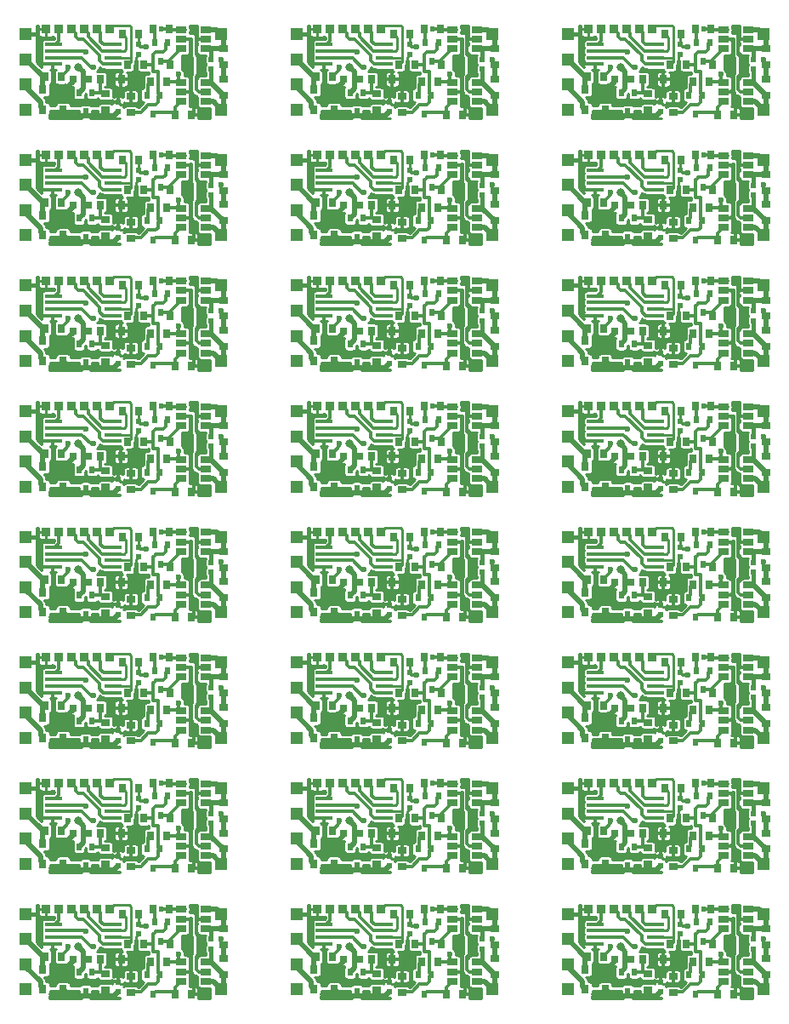
<source format=gtl>
%TF.GenerationSoftware,KiCad,Pcbnew,(5.1.6)-1*%
%TF.CreationDate,2020-09-22T23:51:06+09:00*%
%TF.ProjectId,motordecoder_simple2_rev2_panelize,6d6f746f-7264-4656-936f-6465725f7369,rev?*%
%TF.SameCoordinates,PX459e440PY38444c0*%
%TF.FileFunction,Copper,L1,Top*%
%TF.FilePolarity,Positive*%
%FSLAX46Y46*%
G04 Gerber Fmt 4.6, Leading zero omitted, Abs format (unit mm)*
G04 Created by KiCad (PCBNEW (5.1.6)-1) date 2020-09-22 23:51:06*
%MOMM*%
%LPD*%
G01*
G04 APERTURE LIST*
%TA.AperFunction,SMDPad,CuDef*%
%ADD10R,0.700000X0.900000*%
%TD*%
%TA.AperFunction,SMDPad,CuDef*%
%ADD11R,0.600000X0.800000*%
%TD*%
%TA.AperFunction,SMDPad,CuDef*%
%ADD12R,0.800000X0.900000*%
%TD*%
%TA.AperFunction,SMDPad,CuDef*%
%ADD13R,0.900000X0.700000*%
%TD*%
%TA.AperFunction,SMDPad,CuDef*%
%ADD14R,0.500000X0.550000*%
%TD*%
%TA.AperFunction,SMDPad,CuDef*%
%ADD15R,1.000000X0.700000*%
%TD*%
%TA.AperFunction,ComponentPad*%
%ADD16R,1.300000X1.300000*%
%TD*%
%TA.AperFunction,SMDPad,CuDef*%
%ADD17R,0.800000X0.800000*%
%TD*%
%TA.AperFunction,SMDPad,CuDef*%
%ADD18R,1.200000X0.900000*%
%TD*%
%TA.AperFunction,ComponentPad*%
%ADD19R,0.950000X0.950000*%
%TD*%
%TA.AperFunction,SMDPad,CuDef*%
%ADD20R,1.700000X0.400000*%
%TD*%
%TA.AperFunction,ViaPad*%
%ADD21C,0.800000*%
%TD*%
%TA.AperFunction,ViaPad*%
%ADD22C,0.600000*%
%TD*%
%TA.AperFunction,ViaPad*%
%ADD23C,1.000000*%
%TD*%
%TA.AperFunction,Conductor*%
%ADD24C,0.300000*%
%TD*%
%TA.AperFunction,Conductor*%
%ADD25C,0.500000*%
%TD*%
%TA.AperFunction,Conductor*%
%ADD26C,0.250000*%
%TD*%
%TA.AperFunction,Conductor*%
%ADD27C,0.400000*%
%TD*%
G04 APERTURE END LIST*
D10*
%TO.P,R6,1*%
%TO.N,PWM*%
X71450000Y-91750000D03*
%TO.P,R6,2*%
%TO.N,Net-(Q3-Pad1)*%
X73050000Y-91750000D03*
%TD*%
%TO.P,R6,1*%
%TO.N,PWM*%
X44450000Y-91750000D03*
%TO.P,R6,2*%
%TO.N,Net-(Q3-Pad1)*%
X46050000Y-91750000D03*
%TD*%
%TO.P,R6,1*%
%TO.N,PWM*%
X17450000Y-91750000D03*
%TO.P,R6,2*%
%TO.N,Net-(Q3-Pad1)*%
X19050000Y-91750000D03*
%TD*%
%TO.P,R6,1*%
%TO.N,PWM*%
X71450000Y-79250000D03*
%TO.P,R6,2*%
%TO.N,Net-(Q3-Pad1)*%
X73050000Y-79250000D03*
%TD*%
%TO.P,R6,1*%
%TO.N,PWM*%
X44450000Y-79250000D03*
%TO.P,R6,2*%
%TO.N,Net-(Q3-Pad1)*%
X46050000Y-79250000D03*
%TD*%
%TO.P,R6,1*%
%TO.N,PWM*%
X17450000Y-79250000D03*
%TO.P,R6,2*%
%TO.N,Net-(Q3-Pad1)*%
X19050000Y-79250000D03*
%TD*%
%TO.P,R6,1*%
%TO.N,PWM*%
X71450000Y-66750000D03*
%TO.P,R6,2*%
%TO.N,Net-(Q3-Pad1)*%
X73050000Y-66750000D03*
%TD*%
%TO.P,R6,1*%
%TO.N,PWM*%
X44450000Y-66750000D03*
%TO.P,R6,2*%
%TO.N,Net-(Q3-Pad1)*%
X46050000Y-66750000D03*
%TD*%
%TO.P,R6,1*%
%TO.N,PWM*%
X17450000Y-66750000D03*
%TO.P,R6,2*%
%TO.N,Net-(Q3-Pad1)*%
X19050000Y-66750000D03*
%TD*%
%TO.P,R6,1*%
%TO.N,PWM*%
X71450000Y-54250000D03*
%TO.P,R6,2*%
%TO.N,Net-(Q3-Pad1)*%
X73050000Y-54250000D03*
%TD*%
%TO.P,R6,1*%
%TO.N,PWM*%
X44450000Y-54250000D03*
%TO.P,R6,2*%
%TO.N,Net-(Q3-Pad1)*%
X46050000Y-54250000D03*
%TD*%
%TO.P,R6,1*%
%TO.N,PWM*%
X17450000Y-54250000D03*
%TO.P,R6,2*%
%TO.N,Net-(Q3-Pad1)*%
X19050000Y-54250000D03*
%TD*%
%TO.P,R6,1*%
%TO.N,PWM*%
X71450000Y-41750000D03*
%TO.P,R6,2*%
%TO.N,Net-(Q3-Pad1)*%
X73050000Y-41750000D03*
%TD*%
%TO.P,R6,1*%
%TO.N,PWM*%
X44450000Y-41750000D03*
%TO.P,R6,2*%
%TO.N,Net-(Q3-Pad1)*%
X46050000Y-41750000D03*
%TD*%
%TO.P,R6,1*%
%TO.N,PWM*%
X17450000Y-41750000D03*
%TO.P,R6,2*%
%TO.N,Net-(Q3-Pad1)*%
X19050000Y-41750000D03*
%TD*%
%TO.P,R6,1*%
%TO.N,PWM*%
X71450000Y-29250000D03*
%TO.P,R6,2*%
%TO.N,Net-(Q3-Pad1)*%
X73050000Y-29250000D03*
%TD*%
%TO.P,R6,1*%
%TO.N,PWM*%
X44450000Y-29250000D03*
%TO.P,R6,2*%
%TO.N,Net-(Q3-Pad1)*%
X46050000Y-29250000D03*
%TD*%
%TO.P,R6,1*%
%TO.N,PWM*%
X17450000Y-29250000D03*
%TO.P,R6,2*%
%TO.N,Net-(Q3-Pad1)*%
X19050000Y-29250000D03*
%TD*%
%TO.P,R6,1*%
%TO.N,PWM*%
X71450000Y-16750000D03*
%TO.P,R6,2*%
%TO.N,Net-(Q3-Pad1)*%
X73050000Y-16750000D03*
%TD*%
%TO.P,R6,1*%
%TO.N,PWM*%
X44450000Y-16750000D03*
%TO.P,R6,2*%
%TO.N,Net-(Q3-Pad1)*%
X46050000Y-16750000D03*
%TD*%
%TO.P,R6,1*%
%TO.N,PWM*%
X17450000Y-16750000D03*
%TO.P,R6,2*%
%TO.N,Net-(Q3-Pad1)*%
X19050000Y-16750000D03*
%TD*%
%TO.P,R6,1*%
%TO.N,PWM*%
X71450000Y-4250000D03*
%TO.P,R6,2*%
%TO.N,Net-(Q3-Pad1)*%
X73050000Y-4250000D03*
%TD*%
%TO.P,R6,1*%
%TO.N,PWM*%
X44450000Y-4250000D03*
%TO.P,R6,2*%
%TO.N,Net-(Q3-Pad1)*%
X46050000Y-4250000D03*
%TD*%
%TO.P,R1,1*%
%TO.N,MOSI*%
X64800000Y-93000000D03*
%TO.P,R1,2*%
%TO.N,RAIL+*%
X63200000Y-93000000D03*
%TD*%
%TO.P,R1,1*%
%TO.N,MOSI*%
X37800000Y-93000000D03*
%TO.P,R1,2*%
%TO.N,RAIL+*%
X36200000Y-93000000D03*
%TD*%
%TO.P,R1,1*%
%TO.N,MOSI*%
X10800000Y-93000000D03*
%TO.P,R1,2*%
%TO.N,RAIL+*%
X9200000Y-93000000D03*
%TD*%
%TO.P,R1,1*%
%TO.N,MOSI*%
X64800000Y-80500000D03*
%TO.P,R1,2*%
%TO.N,RAIL+*%
X63200000Y-80500000D03*
%TD*%
%TO.P,R1,1*%
%TO.N,MOSI*%
X37800000Y-80500000D03*
%TO.P,R1,2*%
%TO.N,RAIL+*%
X36200000Y-80500000D03*
%TD*%
%TO.P,R1,1*%
%TO.N,MOSI*%
X10800000Y-80500000D03*
%TO.P,R1,2*%
%TO.N,RAIL+*%
X9200000Y-80500000D03*
%TD*%
%TO.P,R1,1*%
%TO.N,MOSI*%
X64800000Y-68000000D03*
%TO.P,R1,2*%
%TO.N,RAIL+*%
X63200000Y-68000000D03*
%TD*%
%TO.P,R1,1*%
%TO.N,MOSI*%
X37800000Y-68000000D03*
%TO.P,R1,2*%
%TO.N,RAIL+*%
X36200000Y-68000000D03*
%TD*%
%TO.P,R1,1*%
%TO.N,MOSI*%
X10800000Y-68000000D03*
%TO.P,R1,2*%
%TO.N,RAIL+*%
X9200000Y-68000000D03*
%TD*%
%TO.P,R1,1*%
%TO.N,MOSI*%
X64800000Y-55500000D03*
%TO.P,R1,2*%
%TO.N,RAIL+*%
X63200000Y-55500000D03*
%TD*%
%TO.P,R1,1*%
%TO.N,MOSI*%
X37800000Y-55500000D03*
%TO.P,R1,2*%
%TO.N,RAIL+*%
X36200000Y-55500000D03*
%TD*%
%TO.P,R1,1*%
%TO.N,MOSI*%
X10800000Y-55500000D03*
%TO.P,R1,2*%
%TO.N,RAIL+*%
X9200000Y-55500000D03*
%TD*%
%TO.P,R1,1*%
%TO.N,MOSI*%
X64800000Y-43000000D03*
%TO.P,R1,2*%
%TO.N,RAIL+*%
X63200000Y-43000000D03*
%TD*%
%TO.P,R1,1*%
%TO.N,MOSI*%
X37800000Y-43000000D03*
%TO.P,R1,2*%
%TO.N,RAIL+*%
X36200000Y-43000000D03*
%TD*%
%TO.P,R1,1*%
%TO.N,MOSI*%
X10800000Y-43000000D03*
%TO.P,R1,2*%
%TO.N,RAIL+*%
X9200000Y-43000000D03*
%TD*%
%TO.P,R1,1*%
%TO.N,MOSI*%
X64800000Y-30500000D03*
%TO.P,R1,2*%
%TO.N,RAIL+*%
X63200000Y-30500000D03*
%TD*%
%TO.P,R1,1*%
%TO.N,MOSI*%
X37800000Y-30500000D03*
%TO.P,R1,2*%
%TO.N,RAIL+*%
X36200000Y-30500000D03*
%TD*%
%TO.P,R1,1*%
%TO.N,MOSI*%
X10800000Y-30500000D03*
%TO.P,R1,2*%
%TO.N,RAIL+*%
X9200000Y-30500000D03*
%TD*%
%TO.P,R1,1*%
%TO.N,MOSI*%
X64800000Y-18000000D03*
%TO.P,R1,2*%
%TO.N,RAIL+*%
X63200000Y-18000000D03*
%TD*%
%TO.P,R1,1*%
%TO.N,MOSI*%
X37800000Y-18000000D03*
%TO.P,R1,2*%
%TO.N,RAIL+*%
X36200000Y-18000000D03*
%TD*%
%TO.P,R1,1*%
%TO.N,MOSI*%
X10800000Y-18000000D03*
%TO.P,R1,2*%
%TO.N,RAIL+*%
X9200000Y-18000000D03*
%TD*%
%TO.P,R1,1*%
%TO.N,MOSI*%
X64800000Y-5500000D03*
%TO.P,R1,2*%
%TO.N,RAIL+*%
X63200000Y-5500000D03*
%TD*%
%TO.P,R1,1*%
%TO.N,MOSI*%
X37800000Y-5500000D03*
%TO.P,R1,2*%
%TO.N,RAIL+*%
X36200000Y-5500000D03*
%TD*%
D11*
%TO.P,Q5,3*%
%TO.N,+12V*%
X67250000Y-96450000D03*
%TO.P,Q5,2*%
%TO.N,+5V*%
X66600000Y-94550000D03*
%TO.P,Q5,1*%
%TO.N,Net-(D3-Pad1)*%
X67900000Y-94550000D03*
%TD*%
%TO.P,Q5,3*%
%TO.N,+12V*%
X40250000Y-96450000D03*
%TO.P,Q5,2*%
%TO.N,+5V*%
X39600000Y-94550000D03*
%TO.P,Q5,1*%
%TO.N,Net-(D3-Pad1)*%
X40900000Y-94550000D03*
%TD*%
%TO.P,Q5,3*%
%TO.N,+12V*%
X13250000Y-96450000D03*
%TO.P,Q5,2*%
%TO.N,+5V*%
X12600000Y-94550000D03*
%TO.P,Q5,1*%
%TO.N,Net-(D3-Pad1)*%
X13900000Y-94550000D03*
%TD*%
%TO.P,Q5,3*%
%TO.N,+12V*%
X67250000Y-83950000D03*
%TO.P,Q5,2*%
%TO.N,+5V*%
X66600000Y-82050000D03*
%TO.P,Q5,1*%
%TO.N,Net-(D3-Pad1)*%
X67900000Y-82050000D03*
%TD*%
%TO.P,Q5,3*%
%TO.N,+12V*%
X40250000Y-83950000D03*
%TO.P,Q5,2*%
%TO.N,+5V*%
X39600000Y-82050000D03*
%TO.P,Q5,1*%
%TO.N,Net-(D3-Pad1)*%
X40900000Y-82050000D03*
%TD*%
%TO.P,Q5,3*%
%TO.N,+12V*%
X13250000Y-83950000D03*
%TO.P,Q5,2*%
%TO.N,+5V*%
X12600000Y-82050000D03*
%TO.P,Q5,1*%
%TO.N,Net-(D3-Pad1)*%
X13900000Y-82050000D03*
%TD*%
%TO.P,Q5,3*%
%TO.N,+12V*%
X67250000Y-71450000D03*
%TO.P,Q5,2*%
%TO.N,+5V*%
X66600000Y-69550000D03*
%TO.P,Q5,1*%
%TO.N,Net-(D3-Pad1)*%
X67900000Y-69550000D03*
%TD*%
%TO.P,Q5,3*%
%TO.N,+12V*%
X40250000Y-71450000D03*
%TO.P,Q5,2*%
%TO.N,+5V*%
X39600000Y-69550000D03*
%TO.P,Q5,1*%
%TO.N,Net-(D3-Pad1)*%
X40900000Y-69550000D03*
%TD*%
%TO.P,Q5,3*%
%TO.N,+12V*%
X13250000Y-71450000D03*
%TO.P,Q5,2*%
%TO.N,+5V*%
X12600000Y-69550000D03*
%TO.P,Q5,1*%
%TO.N,Net-(D3-Pad1)*%
X13900000Y-69550000D03*
%TD*%
%TO.P,Q5,3*%
%TO.N,+12V*%
X67250000Y-58950000D03*
%TO.P,Q5,2*%
%TO.N,+5V*%
X66600000Y-57050000D03*
%TO.P,Q5,1*%
%TO.N,Net-(D3-Pad1)*%
X67900000Y-57050000D03*
%TD*%
%TO.P,Q5,3*%
%TO.N,+12V*%
X40250000Y-58950000D03*
%TO.P,Q5,2*%
%TO.N,+5V*%
X39600000Y-57050000D03*
%TO.P,Q5,1*%
%TO.N,Net-(D3-Pad1)*%
X40900000Y-57050000D03*
%TD*%
%TO.P,Q5,3*%
%TO.N,+12V*%
X13250000Y-58950000D03*
%TO.P,Q5,2*%
%TO.N,+5V*%
X12600000Y-57050000D03*
%TO.P,Q5,1*%
%TO.N,Net-(D3-Pad1)*%
X13900000Y-57050000D03*
%TD*%
%TO.P,Q5,3*%
%TO.N,+12V*%
X67250000Y-46450000D03*
%TO.P,Q5,2*%
%TO.N,+5V*%
X66600000Y-44550000D03*
%TO.P,Q5,1*%
%TO.N,Net-(D3-Pad1)*%
X67900000Y-44550000D03*
%TD*%
%TO.P,Q5,3*%
%TO.N,+12V*%
X40250000Y-46450000D03*
%TO.P,Q5,2*%
%TO.N,+5V*%
X39600000Y-44550000D03*
%TO.P,Q5,1*%
%TO.N,Net-(D3-Pad1)*%
X40900000Y-44550000D03*
%TD*%
%TO.P,Q5,3*%
%TO.N,+12V*%
X13250000Y-46450000D03*
%TO.P,Q5,2*%
%TO.N,+5V*%
X12600000Y-44550000D03*
%TO.P,Q5,1*%
%TO.N,Net-(D3-Pad1)*%
X13900000Y-44550000D03*
%TD*%
%TO.P,Q5,3*%
%TO.N,+12V*%
X67250000Y-33950000D03*
%TO.P,Q5,2*%
%TO.N,+5V*%
X66600000Y-32050000D03*
%TO.P,Q5,1*%
%TO.N,Net-(D3-Pad1)*%
X67900000Y-32050000D03*
%TD*%
%TO.P,Q5,3*%
%TO.N,+12V*%
X40250000Y-33950000D03*
%TO.P,Q5,2*%
%TO.N,+5V*%
X39600000Y-32050000D03*
%TO.P,Q5,1*%
%TO.N,Net-(D3-Pad1)*%
X40900000Y-32050000D03*
%TD*%
%TO.P,Q5,3*%
%TO.N,+12V*%
X13250000Y-33950000D03*
%TO.P,Q5,2*%
%TO.N,+5V*%
X12600000Y-32050000D03*
%TO.P,Q5,1*%
%TO.N,Net-(D3-Pad1)*%
X13900000Y-32050000D03*
%TD*%
%TO.P,Q5,3*%
%TO.N,+12V*%
X67250000Y-21450000D03*
%TO.P,Q5,2*%
%TO.N,+5V*%
X66600000Y-19550000D03*
%TO.P,Q5,1*%
%TO.N,Net-(D3-Pad1)*%
X67900000Y-19550000D03*
%TD*%
%TO.P,Q5,3*%
%TO.N,+12V*%
X40250000Y-21450000D03*
%TO.P,Q5,2*%
%TO.N,+5V*%
X39600000Y-19550000D03*
%TO.P,Q5,1*%
%TO.N,Net-(D3-Pad1)*%
X40900000Y-19550000D03*
%TD*%
%TO.P,Q5,3*%
%TO.N,+12V*%
X13250000Y-21450000D03*
%TO.P,Q5,2*%
%TO.N,+5V*%
X12600000Y-19550000D03*
%TO.P,Q5,1*%
%TO.N,Net-(D3-Pad1)*%
X13900000Y-19550000D03*
%TD*%
%TO.P,Q5,3*%
%TO.N,+12V*%
X67250000Y-8950000D03*
%TO.P,Q5,2*%
%TO.N,+5V*%
X66600000Y-7050000D03*
%TO.P,Q5,1*%
%TO.N,Net-(D3-Pad1)*%
X67900000Y-7050000D03*
%TD*%
%TO.P,Q5,3*%
%TO.N,+12V*%
X40250000Y-8950000D03*
%TO.P,Q5,2*%
%TO.N,+5V*%
X39600000Y-7050000D03*
%TO.P,Q5,1*%
%TO.N,Net-(D3-Pad1)*%
X40900000Y-7050000D03*
%TD*%
D12*
%TO.P,D3,1*%
%TO.N,Net-(D3-Pad1)*%
X68700000Y-93250000D03*
%TO.P,D3,2*%
%TO.N,GND*%
X70800000Y-93250000D03*
%TD*%
%TO.P,D3,1*%
%TO.N,Net-(D3-Pad1)*%
X41700000Y-93250000D03*
%TO.P,D3,2*%
%TO.N,GND*%
X43800000Y-93250000D03*
%TD*%
%TO.P,D3,1*%
%TO.N,Net-(D3-Pad1)*%
X14700000Y-93250000D03*
%TO.P,D3,2*%
%TO.N,GND*%
X16800000Y-93250000D03*
%TD*%
%TO.P,D3,1*%
%TO.N,Net-(D3-Pad1)*%
X68700000Y-80750000D03*
%TO.P,D3,2*%
%TO.N,GND*%
X70800000Y-80750000D03*
%TD*%
%TO.P,D3,1*%
%TO.N,Net-(D3-Pad1)*%
X41700000Y-80750000D03*
%TO.P,D3,2*%
%TO.N,GND*%
X43800000Y-80750000D03*
%TD*%
%TO.P,D3,1*%
%TO.N,Net-(D3-Pad1)*%
X14700000Y-80750000D03*
%TO.P,D3,2*%
%TO.N,GND*%
X16800000Y-80750000D03*
%TD*%
%TO.P,D3,1*%
%TO.N,Net-(D3-Pad1)*%
X68700000Y-68250000D03*
%TO.P,D3,2*%
%TO.N,GND*%
X70800000Y-68250000D03*
%TD*%
%TO.P,D3,1*%
%TO.N,Net-(D3-Pad1)*%
X41700000Y-68250000D03*
%TO.P,D3,2*%
%TO.N,GND*%
X43800000Y-68250000D03*
%TD*%
%TO.P,D3,1*%
%TO.N,Net-(D3-Pad1)*%
X14700000Y-68250000D03*
%TO.P,D3,2*%
%TO.N,GND*%
X16800000Y-68250000D03*
%TD*%
%TO.P,D3,1*%
%TO.N,Net-(D3-Pad1)*%
X68700000Y-55750000D03*
%TO.P,D3,2*%
%TO.N,GND*%
X70800000Y-55750000D03*
%TD*%
%TO.P,D3,1*%
%TO.N,Net-(D3-Pad1)*%
X41700000Y-55750000D03*
%TO.P,D3,2*%
%TO.N,GND*%
X43800000Y-55750000D03*
%TD*%
%TO.P,D3,1*%
%TO.N,Net-(D3-Pad1)*%
X14700000Y-55750000D03*
%TO.P,D3,2*%
%TO.N,GND*%
X16800000Y-55750000D03*
%TD*%
%TO.P,D3,1*%
%TO.N,Net-(D3-Pad1)*%
X68700000Y-43250000D03*
%TO.P,D3,2*%
%TO.N,GND*%
X70800000Y-43250000D03*
%TD*%
%TO.P,D3,1*%
%TO.N,Net-(D3-Pad1)*%
X41700000Y-43250000D03*
%TO.P,D3,2*%
%TO.N,GND*%
X43800000Y-43250000D03*
%TD*%
%TO.P,D3,1*%
%TO.N,Net-(D3-Pad1)*%
X14700000Y-43250000D03*
%TO.P,D3,2*%
%TO.N,GND*%
X16800000Y-43250000D03*
%TD*%
%TO.P,D3,1*%
%TO.N,Net-(D3-Pad1)*%
X68700000Y-30750000D03*
%TO.P,D3,2*%
%TO.N,GND*%
X70800000Y-30750000D03*
%TD*%
%TO.P,D3,1*%
%TO.N,Net-(D3-Pad1)*%
X41700000Y-30750000D03*
%TO.P,D3,2*%
%TO.N,GND*%
X43800000Y-30750000D03*
%TD*%
%TO.P,D3,1*%
%TO.N,Net-(D3-Pad1)*%
X14700000Y-30750000D03*
%TO.P,D3,2*%
%TO.N,GND*%
X16800000Y-30750000D03*
%TD*%
%TO.P,D3,1*%
%TO.N,Net-(D3-Pad1)*%
X68700000Y-18250000D03*
%TO.P,D3,2*%
%TO.N,GND*%
X70800000Y-18250000D03*
%TD*%
%TO.P,D3,1*%
%TO.N,Net-(D3-Pad1)*%
X41700000Y-18250000D03*
%TO.P,D3,2*%
%TO.N,GND*%
X43800000Y-18250000D03*
%TD*%
%TO.P,D3,1*%
%TO.N,Net-(D3-Pad1)*%
X14700000Y-18250000D03*
%TO.P,D3,2*%
%TO.N,GND*%
X16800000Y-18250000D03*
%TD*%
%TO.P,D3,1*%
%TO.N,Net-(D3-Pad1)*%
X68700000Y-5750000D03*
%TO.P,D3,2*%
%TO.N,GND*%
X70800000Y-5750000D03*
%TD*%
%TO.P,D3,1*%
%TO.N,Net-(D3-Pad1)*%
X41700000Y-5750000D03*
%TO.P,D3,2*%
%TO.N,GND*%
X43800000Y-5750000D03*
%TD*%
D13*
%TO.P,R8,2*%
%TO.N,MOTOR+*%
X81000000Y-90200000D03*
%TO.P,R8,1*%
%TO.N,Net-(C6-Pad1)*%
X81000000Y-91800000D03*
%TD*%
%TO.P,R8,2*%
%TO.N,MOTOR+*%
X54000000Y-90200000D03*
%TO.P,R8,1*%
%TO.N,Net-(C6-Pad1)*%
X54000000Y-91800000D03*
%TD*%
%TO.P,R8,2*%
%TO.N,MOTOR+*%
X27000000Y-90200000D03*
%TO.P,R8,1*%
%TO.N,Net-(C6-Pad1)*%
X27000000Y-91800000D03*
%TD*%
%TO.P,R8,2*%
%TO.N,MOTOR+*%
X81000000Y-77700000D03*
%TO.P,R8,1*%
%TO.N,Net-(C6-Pad1)*%
X81000000Y-79300000D03*
%TD*%
%TO.P,R8,2*%
%TO.N,MOTOR+*%
X54000000Y-77700000D03*
%TO.P,R8,1*%
%TO.N,Net-(C6-Pad1)*%
X54000000Y-79300000D03*
%TD*%
%TO.P,R8,2*%
%TO.N,MOTOR+*%
X27000000Y-77700000D03*
%TO.P,R8,1*%
%TO.N,Net-(C6-Pad1)*%
X27000000Y-79300000D03*
%TD*%
%TO.P,R8,2*%
%TO.N,MOTOR+*%
X81000000Y-65200000D03*
%TO.P,R8,1*%
%TO.N,Net-(C6-Pad1)*%
X81000000Y-66800000D03*
%TD*%
%TO.P,R8,2*%
%TO.N,MOTOR+*%
X54000000Y-65200000D03*
%TO.P,R8,1*%
%TO.N,Net-(C6-Pad1)*%
X54000000Y-66800000D03*
%TD*%
%TO.P,R8,2*%
%TO.N,MOTOR+*%
X27000000Y-65200000D03*
%TO.P,R8,1*%
%TO.N,Net-(C6-Pad1)*%
X27000000Y-66800000D03*
%TD*%
%TO.P,R8,2*%
%TO.N,MOTOR+*%
X81000000Y-52700000D03*
%TO.P,R8,1*%
%TO.N,Net-(C6-Pad1)*%
X81000000Y-54300000D03*
%TD*%
%TO.P,R8,2*%
%TO.N,MOTOR+*%
X54000000Y-52700000D03*
%TO.P,R8,1*%
%TO.N,Net-(C6-Pad1)*%
X54000000Y-54300000D03*
%TD*%
%TO.P,R8,2*%
%TO.N,MOTOR+*%
X27000000Y-52700000D03*
%TO.P,R8,1*%
%TO.N,Net-(C6-Pad1)*%
X27000000Y-54300000D03*
%TD*%
%TO.P,R8,2*%
%TO.N,MOTOR+*%
X81000000Y-40200000D03*
%TO.P,R8,1*%
%TO.N,Net-(C6-Pad1)*%
X81000000Y-41800000D03*
%TD*%
%TO.P,R8,2*%
%TO.N,MOTOR+*%
X54000000Y-40200000D03*
%TO.P,R8,1*%
%TO.N,Net-(C6-Pad1)*%
X54000000Y-41800000D03*
%TD*%
%TO.P,R8,2*%
%TO.N,MOTOR+*%
X27000000Y-40200000D03*
%TO.P,R8,1*%
%TO.N,Net-(C6-Pad1)*%
X27000000Y-41800000D03*
%TD*%
%TO.P,R8,2*%
%TO.N,MOTOR+*%
X81000000Y-27700000D03*
%TO.P,R8,1*%
%TO.N,Net-(C6-Pad1)*%
X81000000Y-29300000D03*
%TD*%
%TO.P,R8,2*%
%TO.N,MOTOR+*%
X54000000Y-27700000D03*
%TO.P,R8,1*%
%TO.N,Net-(C6-Pad1)*%
X54000000Y-29300000D03*
%TD*%
%TO.P,R8,2*%
%TO.N,MOTOR+*%
X27000000Y-27700000D03*
%TO.P,R8,1*%
%TO.N,Net-(C6-Pad1)*%
X27000000Y-29300000D03*
%TD*%
%TO.P,R8,2*%
%TO.N,MOTOR+*%
X81000000Y-15200000D03*
%TO.P,R8,1*%
%TO.N,Net-(C6-Pad1)*%
X81000000Y-16800000D03*
%TD*%
%TO.P,R8,2*%
%TO.N,MOTOR+*%
X54000000Y-15200000D03*
%TO.P,R8,1*%
%TO.N,Net-(C6-Pad1)*%
X54000000Y-16800000D03*
%TD*%
%TO.P,R8,2*%
%TO.N,MOTOR+*%
X27000000Y-15200000D03*
%TO.P,R8,1*%
%TO.N,Net-(C6-Pad1)*%
X27000000Y-16800000D03*
%TD*%
%TO.P,R8,2*%
%TO.N,MOTOR+*%
X81000000Y-2700000D03*
%TO.P,R8,1*%
%TO.N,Net-(C6-Pad1)*%
X81000000Y-4300000D03*
%TD*%
%TO.P,R8,2*%
%TO.N,MOTOR+*%
X54000000Y-2700000D03*
%TO.P,R8,1*%
%TO.N,Net-(C6-Pad1)*%
X54000000Y-4300000D03*
%TD*%
D11*
%TO.P,Q4,3*%
%TO.N,Net-(Q2-Pad3)*%
X74000000Y-96700000D03*
%TO.P,Q4,2*%
%TO.N,Net-(Q4-Pad2)*%
X73350000Y-94800000D03*
%TO.P,Q4,1*%
%TO.N,Net-(Q3-Pad1)*%
X74650000Y-94800000D03*
%TD*%
%TO.P,Q4,3*%
%TO.N,Net-(Q2-Pad3)*%
X47000000Y-96700000D03*
%TO.P,Q4,2*%
%TO.N,Net-(Q4-Pad2)*%
X46350000Y-94800000D03*
%TO.P,Q4,1*%
%TO.N,Net-(Q3-Pad1)*%
X47650000Y-94800000D03*
%TD*%
%TO.P,Q4,3*%
%TO.N,Net-(Q2-Pad3)*%
X20000000Y-96700000D03*
%TO.P,Q4,2*%
%TO.N,Net-(Q4-Pad2)*%
X19350000Y-94800000D03*
%TO.P,Q4,1*%
%TO.N,Net-(Q3-Pad1)*%
X20650000Y-94800000D03*
%TD*%
%TO.P,Q4,3*%
%TO.N,Net-(Q2-Pad3)*%
X74000000Y-84200000D03*
%TO.P,Q4,2*%
%TO.N,Net-(Q4-Pad2)*%
X73350000Y-82300000D03*
%TO.P,Q4,1*%
%TO.N,Net-(Q3-Pad1)*%
X74650000Y-82300000D03*
%TD*%
%TO.P,Q4,3*%
%TO.N,Net-(Q2-Pad3)*%
X47000000Y-84200000D03*
%TO.P,Q4,2*%
%TO.N,Net-(Q4-Pad2)*%
X46350000Y-82300000D03*
%TO.P,Q4,1*%
%TO.N,Net-(Q3-Pad1)*%
X47650000Y-82300000D03*
%TD*%
%TO.P,Q4,3*%
%TO.N,Net-(Q2-Pad3)*%
X20000000Y-84200000D03*
%TO.P,Q4,2*%
%TO.N,Net-(Q4-Pad2)*%
X19350000Y-82300000D03*
%TO.P,Q4,1*%
%TO.N,Net-(Q3-Pad1)*%
X20650000Y-82300000D03*
%TD*%
%TO.P,Q4,3*%
%TO.N,Net-(Q2-Pad3)*%
X74000000Y-71700000D03*
%TO.P,Q4,2*%
%TO.N,Net-(Q4-Pad2)*%
X73350000Y-69800000D03*
%TO.P,Q4,1*%
%TO.N,Net-(Q3-Pad1)*%
X74650000Y-69800000D03*
%TD*%
%TO.P,Q4,3*%
%TO.N,Net-(Q2-Pad3)*%
X47000000Y-71700000D03*
%TO.P,Q4,2*%
%TO.N,Net-(Q4-Pad2)*%
X46350000Y-69800000D03*
%TO.P,Q4,1*%
%TO.N,Net-(Q3-Pad1)*%
X47650000Y-69800000D03*
%TD*%
%TO.P,Q4,3*%
%TO.N,Net-(Q2-Pad3)*%
X20000000Y-71700000D03*
%TO.P,Q4,2*%
%TO.N,Net-(Q4-Pad2)*%
X19350000Y-69800000D03*
%TO.P,Q4,1*%
%TO.N,Net-(Q3-Pad1)*%
X20650000Y-69800000D03*
%TD*%
%TO.P,Q4,3*%
%TO.N,Net-(Q2-Pad3)*%
X74000000Y-59200000D03*
%TO.P,Q4,2*%
%TO.N,Net-(Q4-Pad2)*%
X73350000Y-57300000D03*
%TO.P,Q4,1*%
%TO.N,Net-(Q3-Pad1)*%
X74650000Y-57300000D03*
%TD*%
%TO.P,Q4,3*%
%TO.N,Net-(Q2-Pad3)*%
X47000000Y-59200000D03*
%TO.P,Q4,2*%
%TO.N,Net-(Q4-Pad2)*%
X46350000Y-57300000D03*
%TO.P,Q4,1*%
%TO.N,Net-(Q3-Pad1)*%
X47650000Y-57300000D03*
%TD*%
%TO.P,Q4,3*%
%TO.N,Net-(Q2-Pad3)*%
X20000000Y-59200000D03*
%TO.P,Q4,2*%
%TO.N,Net-(Q4-Pad2)*%
X19350000Y-57300000D03*
%TO.P,Q4,1*%
%TO.N,Net-(Q3-Pad1)*%
X20650000Y-57300000D03*
%TD*%
%TO.P,Q4,3*%
%TO.N,Net-(Q2-Pad3)*%
X74000000Y-46700000D03*
%TO.P,Q4,2*%
%TO.N,Net-(Q4-Pad2)*%
X73350000Y-44800000D03*
%TO.P,Q4,1*%
%TO.N,Net-(Q3-Pad1)*%
X74650000Y-44800000D03*
%TD*%
%TO.P,Q4,3*%
%TO.N,Net-(Q2-Pad3)*%
X47000000Y-46700000D03*
%TO.P,Q4,2*%
%TO.N,Net-(Q4-Pad2)*%
X46350000Y-44800000D03*
%TO.P,Q4,1*%
%TO.N,Net-(Q3-Pad1)*%
X47650000Y-44800000D03*
%TD*%
%TO.P,Q4,3*%
%TO.N,Net-(Q2-Pad3)*%
X20000000Y-46700000D03*
%TO.P,Q4,2*%
%TO.N,Net-(Q4-Pad2)*%
X19350000Y-44800000D03*
%TO.P,Q4,1*%
%TO.N,Net-(Q3-Pad1)*%
X20650000Y-44800000D03*
%TD*%
%TO.P,Q4,3*%
%TO.N,Net-(Q2-Pad3)*%
X74000000Y-34200000D03*
%TO.P,Q4,2*%
%TO.N,Net-(Q4-Pad2)*%
X73350000Y-32300000D03*
%TO.P,Q4,1*%
%TO.N,Net-(Q3-Pad1)*%
X74650000Y-32300000D03*
%TD*%
%TO.P,Q4,3*%
%TO.N,Net-(Q2-Pad3)*%
X47000000Y-34200000D03*
%TO.P,Q4,2*%
%TO.N,Net-(Q4-Pad2)*%
X46350000Y-32300000D03*
%TO.P,Q4,1*%
%TO.N,Net-(Q3-Pad1)*%
X47650000Y-32300000D03*
%TD*%
%TO.P,Q4,3*%
%TO.N,Net-(Q2-Pad3)*%
X20000000Y-34200000D03*
%TO.P,Q4,2*%
%TO.N,Net-(Q4-Pad2)*%
X19350000Y-32300000D03*
%TO.P,Q4,1*%
%TO.N,Net-(Q3-Pad1)*%
X20650000Y-32300000D03*
%TD*%
%TO.P,Q4,3*%
%TO.N,Net-(Q2-Pad3)*%
X74000000Y-21700000D03*
%TO.P,Q4,2*%
%TO.N,Net-(Q4-Pad2)*%
X73350000Y-19800000D03*
%TO.P,Q4,1*%
%TO.N,Net-(Q3-Pad1)*%
X74650000Y-19800000D03*
%TD*%
%TO.P,Q4,3*%
%TO.N,Net-(Q2-Pad3)*%
X47000000Y-21700000D03*
%TO.P,Q4,2*%
%TO.N,Net-(Q4-Pad2)*%
X46350000Y-19800000D03*
%TO.P,Q4,1*%
%TO.N,Net-(Q3-Pad1)*%
X47650000Y-19800000D03*
%TD*%
%TO.P,Q4,3*%
%TO.N,Net-(Q2-Pad3)*%
X20000000Y-21700000D03*
%TO.P,Q4,2*%
%TO.N,Net-(Q4-Pad2)*%
X19350000Y-19800000D03*
%TO.P,Q4,1*%
%TO.N,Net-(Q3-Pad1)*%
X20650000Y-19800000D03*
%TD*%
%TO.P,Q4,3*%
%TO.N,Net-(Q2-Pad3)*%
X74000000Y-9200000D03*
%TO.P,Q4,2*%
%TO.N,Net-(Q4-Pad2)*%
X73350000Y-7300000D03*
%TO.P,Q4,1*%
%TO.N,Net-(Q3-Pad1)*%
X74650000Y-7300000D03*
%TD*%
%TO.P,Q4,3*%
%TO.N,Net-(Q2-Pad3)*%
X47000000Y-9200000D03*
%TO.P,Q4,2*%
%TO.N,Net-(Q4-Pad2)*%
X46350000Y-7300000D03*
%TO.P,Q4,1*%
%TO.N,Net-(Q3-Pad1)*%
X47650000Y-7300000D03*
%TD*%
D10*
%TO.P,R2,2*%
%TO.N,Net-(Q1-Pad3)*%
X75700000Y-91750000D03*
%TO.P,R2,1*%
%TO.N,+12V*%
X77300000Y-91750000D03*
%TD*%
%TO.P,R2,2*%
%TO.N,Net-(Q1-Pad3)*%
X48700000Y-91750000D03*
%TO.P,R2,1*%
%TO.N,+12V*%
X50300000Y-91750000D03*
%TD*%
%TO.P,R2,2*%
%TO.N,Net-(Q1-Pad3)*%
X21700000Y-91750000D03*
%TO.P,R2,1*%
%TO.N,+12V*%
X23300000Y-91750000D03*
%TD*%
%TO.P,R2,2*%
%TO.N,Net-(Q1-Pad3)*%
X75700000Y-79250000D03*
%TO.P,R2,1*%
%TO.N,+12V*%
X77300000Y-79250000D03*
%TD*%
%TO.P,R2,2*%
%TO.N,Net-(Q1-Pad3)*%
X48700000Y-79250000D03*
%TO.P,R2,1*%
%TO.N,+12V*%
X50300000Y-79250000D03*
%TD*%
%TO.P,R2,2*%
%TO.N,Net-(Q1-Pad3)*%
X21700000Y-79250000D03*
%TO.P,R2,1*%
%TO.N,+12V*%
X23300000Y-79250000D03*
%TD*%
%TO.P,R2,2*%
%TO.N,Net-(Q1-Pad3)*%
X75700000Y-66750000D03*
%TO.P,R2,1*%
%TO.N,+12V*%
X77300000Y-66750000D03*
%TD*%
%TO.P,R2,2*%
%TO.N,Net-(Q1-Pad3)*%
X48700000Y-66750000D03*
%TO.P,R2,1*%
%TO.N,+12V*%
X50300000Y-66750000D03*
%TD*%
%TO.P,R2,2*%
%TO.N,Net-(Q1-Pad3)*%
X21700000Y-66750000D03*
%TO.P,R2,1*%
%TO.N,+12V*%
X23300000Y-66750000D03*
%TD*%
%TO.P,R2,2*%
%TO.N,Net-(Q1-Pad3)*%
X75700000Y-54250000D03*
%TO.P,R2,1*%
%TO.N,+12V*%
X77300000Y-54250000D03*
%TD*%
%TO.P,R2,2*%
%TO.N,Net-(Q1-Pad3)*%
X48700000Y-54250000D03*
%TO.P,R2,1*%
%TO.N,+12V*%
X50300000Y-54250000D03*
%TD*%
%TO.P,R2,2*%
%TO.N,Net-(Q1-Pad3)*%
X21700000Y-54250000D03*
%TO.P,R2,1*%
%TO.N,+12V*%
X23300000Y-54250000D03*
%TD*%
%TO.P,R2,2*%
%TO.N,Net-(Q1-Pad3)*%
X75700000Y-41750000D03*
%TO.P,R2,1*%
%TO.N,+12V*%
X77300000Y-41750000D03*
%TD*%
%TO.P,R2,2*%
%TO.N,Net-(Q1-Pad3)*%
X48700000Y-41750000D03*
%TO.P,R2,1*%
%TO.N,+12V*%
X50300000Y-41750000D03*
%TD*%
%TO.P,R2,2*%
%TO.N,Net-(Q1-Pad3)*%
X21700000Y-41750000D03*
%TO.P,R2,1*%
%TO.N,+12V*%
X23300000Y-41750000D03*
%TD*%
%TO.P,R2,2*%
%TO.N,Net-(Q1-Pad3)*%
X75700000Y-29250000D03*
%TO.P,R2,1*%
%TO.N,+12V*%
X77300000Y-29250000D03*
%TD*%
%TO.P,R2,2*%
%TO.N,Net-(Q1-Pad3)*%
X48700000Y-29250000D03*
%TO.P,R2,1*%
%TO.N,+12V*%
X50300000Y-29250000D03*
%TD*%
%TO.P,R2,2*%
%TO.N,Net-(Q1-Pad3)*%
X21700000Y-29250000D03*
%TO.P,R2,1*%
%TO.N,+12V*%
X23300000Y-29250000D03*
%TD*%
%TO.P,R2,2*%
%TO.N,Net-(Q1-Pad3)*%
X75700000Y-16750000D03*
%TO.P,R2,1*%
%TO.N,+12V*%
X77300000Y-16750000D03*
%TD*%
%TO.P,R2,2*%
%TO.N,Net-(Q1-Pad3)*%
X48700000Y-16750000D03*
%TO.P,R2,1*%
%TO.N,+12V*%
X50300000Y-16750000D03*
%TD*%
%TO.P,R2,2*%
%TO.N,Net-(Q1-Pad3)*%
X21700000Y-16750000D03*
%TO.P,R2,1*%
%TO.N,+12V*%
X23300000Y-16750000D03*
%TD*%
%TO.P,R2,2*%
%TO.N,Net-(Q1-Pad3)*%
X75700000Y-4250000D03*
%TO.P,R2,1*%
%TO.N,+12V*%
X77300000Y-4250000D03*
%TD*%
%TO.P,R2,2*%
%TO.N,Net-(Q1-Pad3)*%
X48700000Y-4250000D03*
%TO.P,R2,1*%
%TO.N,+12V*%
X50300000Y-4250000D03*
%TD*%
D11*
%TO.P,Q3,1*%
%TO.N,Net-(Q3-Pad1)*%
X75400000Y-89550000D03*
%TO.P,Q3,2*%
%TO.N,Net-(Q3-Pad2)*%
X74100000Y-89550000D03*
%TO.P,Q3,3*%
%TO.N,Net-(Q1-Pad3)*%
X74750000Y-91450000D03*
%TD*%
%TO.P,Q3,1*%
%TO.N,Net-(Q3-Pad1)*%
X48400000Y-89550000D03*
%TO.P,Q3,2*%
%TO.N,Net-(Q3-Pad2)*%
X47100000Y-89550000D03*
%TO.P,Q3,3*%
%TO.N,Net-(Q1-Pad3)*%
X47750000Y-91450000D03*
%TD*%
%TO.P,Q3,1*%
%TO.N,Net-(Q3-Pad1)*%
X21400000Y-89550000D03*
%TO.P,Q3,2*%
%TO.N,Net-(Q3-Pad2)*%
X20100000Y-89550000D03*
%TO.P,Q3,3*%
%TO.N,Net-(Q1-Pad3)*%
X20750000Y-91450000D03*
%TD*%
%TO.P,Q3,1*%
%TO.N,Net-(Q3-Pad1)*%
X75400000Y-77050000D03*
%TO.P,Q3,2*%
%TO.N,Net-(Q3-Pad2)*%
X74100000Y-77050000D03*
%TO.P,Q3,3*%
%TO.N,Net-(Q1-Pad3)*%
X74750000Y-78950000D03*
%TD*%
%TO.P,Q3,1*%
%TO.N,Net-(Q3-Pad1)*%
X48400000Y-77050000D03*
%TO.P,Q3,2*%
%TO.N,Net-(Q3-Pad2)*%
X47100000Y-77050000D03*
%TO.P,Q3,3*%
%TO.N,Net-(Q1-Pad3)*%
X47750000Y-78950000D03*
%TD*%
%TO.P,Q3,1*%
%TO.N,Net-(Q3-Pad1)*%
X21400000Y-77050000D03*
%TO.P,Q3,2*%
%TO.N,Net-(Q3-Pad2)*%
X20100000Y-77050000D03*
%TO.P,Q3,3*%
%TO.N,Net-(Q1-Pad3)*%
X20750000Y-78950000D03*
%TD*%
%TO.P,Q3,1*%
%TO.N,Net-(Q3-Pad1)*%
X75400000Y-64550000D03*
%TO.P,Q3,2*%
%TO.N,Net-(Q3-Pad2)*%
X74100000Y-64550000D03*
%TO.P,Q3,3*%
%TO.N,Net-(Q1-Pad3)*%
X74750000Y-66450000D03*
%TD*%
%TO.P,Q3,1*%
%TO.N,Net-(Q3-Pad1)*%
X48400000Y-64550000D03*
%TO.P,Q3,2*%
%TO.N,Net-(Q3-Pad2)*%
X47100000Y-64550000D03*
%TO.P,Q3,3*%
%TO.N,Net-(Q1-Pad3)*%
X47750000Y-66450000D03*
%TD*%
%TO.P,Q3,1*%
%TO.N,Net-(Q3-Pad1)*%
X21400000Y-64550000D03*
%TO.P,Q3,2*%
%TO.N,Net-(Q3-Pad2)*%
X20100000Y-64550000D03*
%TO.P,Q3,3*%
%TO.N,Net-(Q1-Pad3)*%
X20750000Y-66450000D03*
%TD*%
%TO.P,Q3,1*%
%TO.N,Net-(Q3-Pad1)*%
X75400000Y-52050000D03*
%TO.P,Q3,2*%
%TO.N,Net-(Q3-Pad2)*%
X74100000Y-52050000D03*
%TO.P,Q3,3*%
%TO.N,Net-(Q1-Pad3)*%
X74750000Y-53950000D03*
%TD*%
%TO.P,Q3,1*%
%TO.N,Net-(Q3-Pad1)*%
X48400000Y-52050000D03*
%TO.P,Q3,2*%
%TO.N,Net-(Q3-Pad2)*%
X47100000Y-52050000D03*
%TO.P,Q3,3*%
%TO.N,Net-(Q1-Pad3)*%
X47750000Y-53950000D03*
%TD*%
%TO.P,Q3,1*%
%TO.N,Net-(Q3-Pad1)*%
X21400000Y-52050000D03*
%TO.P,Q3,2*%
%TO.N,Net-(Q3-Pad2)*%
X20100000Y-52050000D03*
%TO.P,Q3,3*%
%TO.N,Net-(Q1-Pad3)*%
X20750000Y-53950000D03*
%TD*%
%TO.P,Q3,1*%
%TO.N,Net-(Q3-Pad1)*%
X75400000Y-39550000D03*
%TO.P,Q3,2*%
%TO.N,Net-(Q3-Pad2)*%
X74100000Y-39550000D03*
%TO.P,Q3,3*%
%TO.N,Net-(Q1-Pad3)*%
X74750000Y-41450000D03*
%TD*%
%TO.P,Q3,1*%
%TO.N,Net-(Q3-Pad1)*%
X48400000Y-39550000D03*
%TO.P,Q3,2*%
%TO.N,Net-(Q3-Pad2)*%
X47100000Y-39550000D03*
%TO.P,Q3,3*%
%TO.N,Net-(Q1-Pad3)*%
X47750000Y-41450000D03*
%TD*%
%TO.P,Q3,1*%
%TO.N,Net-(Q3-Pad1)*%
X21400000Y-39550000D03*
%TO.P,Q3,2*%
%TO.N,Net-(Q3-Pad2)*%
X20100000Y-39550000D03*
%TO.P,Q3,3*%
%TO.N,Net-(Q1-Pad3)*%
X20750000Y-41450000D03*
%TD*%
%TO.P,Q3,1*%
%TO.N,Net-(Q3-Pad1)*%
X75400000Y-27050000D03*
%TO.P,Q3,2*%
%TO.N,Net-(Q3-Pad2)*%
X74100000Y-27050000D03*
%TO.P,Q3,3*%
%TO.N,Net-(Q1-Pad3)*%
X74750000Y-28950000D03*
%TD*%
%TO.P,Q3,1*%
%TO.N,Net-(Q3-Pad1)*%
X48400000Y-27050000D03*
%TO.P,Q3,2*%
%TO.N,Net-(Q3-Pad2)*%
X47100000Y-27050000D03*
%TO.P,Q3,3*%
%TO.N,Net-(Q1-Pad3)*%
X47750000Y-28950000D03*
%TD*%
%TO.P,Q3,1*%
%TO.N,Net-(Q3-Pad1)*%
X21400000Y-27050000D03*
%TO.P,Q3,2*%
%TO.N,Net-(Q3-Pad2)*%
X20100000Y-27050000D03*
%TO.P,Q3,3*%
%TO.N,Net-(Q1-Pad3)*%
X20750000Y-28950000D03*
%TD*%
%TO.P,Q3,1*%
%TO.N,Net-(Q3-Pad1)*%
X75400000Y-14550000D03*
%TO.P,Q3,2*%
%TO.N,Net-(Q3-Pad2)*%
X74100000Y-14550000D03*
%TO.P,Q3,3*%
%TO.N,Net-(Q1-Pad3)*%
X74750000Y-16450000D03*
%TD*%
%TO.P,Q3,1*%
%TO.N,Net-(Q3-Pad1)*%
X48400000Y-14550000D03*
%TO.P,Q3,2*%
%TO.N,Net-(Q3-Pad2)*%
X47100000Y-14550000D03*
%TO.P,Q3,3*%
%TO.N,Net-(Q1-Pad3)*%
X47750000Y-16450000D03*
%TD*%
%TO.P,Q3,1*%
%TO.N,Net-(Q3-Pad1)*%
X21400000Y-14550000D03*
%TO.P,Q3,2*%
%TO.N,Net-(Q3-Pad2)*%
X20100000Y-14550000D03*
%TO.P,Q3,3*%
%TO.N,Net-(Q1-Pad3)*%
X20750000Y-16450000D03*
%TD*%
%TO.P,Q3,1*%
%TO.N,Net-(Q3-Pad1)*%
X75400000Y-2050000D03*
%TO.P,Q3,2*%
%TO.N,Net-(Q3-Pad2)*%
X74100000Y-2050000D03*
%TO.P,Q3,3*%
%TO.N,Net-(Q1-Pad3)*%
X74750000Y-3950000D03*
%TD*%
%TO.P,Q3,1*%
%TO.N,Net-(Q3-Pad1)*%
X48400000Y-2050000D03*
%TO.P,Q3,2*%
%TO.N,Net-(Q3-Pad2)*%
X47100000Y-2050000D03*
%TO.P,Q3,3*%
%TO.N,Net-(Q1-Pad3)*%
X47750000Y-3950000D03*
%TD*%
D10*
%TO.P,R10,2*%
%TO.N,Net-(C6-Pad1)*%
X72550000Y-88750000D03*
%TO.P,R10,1*%
%TO.N,BEMF*%
X70950000Y-88750000D03*
%TD*%
%TO.P,R10,2*%
%TO.N,Net-(C6-Pad1)*%
X45550000Y-88750000D03*
%TO.P,R10,1*%
%TO.N,BEMF*%
X43950000Y-88750000D03*
%TD*%
%TO.P,R10,2*%
%TO.N,Net-(C6-Pad1)*%
X18550000Y-88750000D03*
%TO.P,R10,1*%
%TO.N,BEMF*%
X16950000Y-88750000D03*
%TD*%
%TO.P,R10,2*%
%TO.N,Net-(C6-Pad1)*%
X72550000Y-76250000D03*
%TO.P,R10,1*%
%TO.N,BEMF*%
X70950000Y-76250000D03*
%TD*%
%TO.P,R10,2*%
%TO.N,Net-(C6-Pad1)*%
X45550000Y-76250000D03*
%TO.P,R10,1*%
%TO.N,BEMF*%
X43950000Y-76250000D03*
%TD*%
%TO.P,R10,2*%
%TO.N,Net-(C6-Pad1)*%
X18550000Y-76250000D03*
%TO.P,R10,1*%
%TO.N,BEMF*%
X16950000Y-76250000D03*
%TD*%
%TO.P,R10,2*%
%TO.N,Net-(C6-Pad1)*%
X72550000Y-63750000D03*
%TO.P,R10,1*%
%TO.N,BEMF*%
X70950000Y-63750000D03*
%TD*%
%TO.P,R10,2*%
%TO.N,Net-(C6-Pad1)*%
X45550000Y-63750000D03*
%TO.P,R10,1*%
%TO.N,BEMF*%
X43950000Y-63750000D03*
%TD*%
%TO.P,R10,2*%
%TO.N,Net-(C6-Pad1)*%
X18550000Y-63750000D03*
%TO.P,R10,1*%
%TO.N,BEMF*%
X16950000Y-63750000D03*
%TD*%
%TO.P,R10,2*%
%TO.N,Net-(C6-Pad1)*%
X72550000Y-51250000D03*
%TO.P,R10,1*%
%TO.N,BEMF*%
X70950000Y-51250000D03*
%TD*%
%TO.P,R10,2*%
%TO.N,Net-(C6-Pad1)*%
X45550000Y-51250000D03*
%TO.P,R10,1*%
%TO.N,BEMF*%
X43950000Y-51250000D03*
%TD*%
%TO.P,R10,2*%
%TO.N,Net-(C6-Pad1)*%
X18550000Y-51250000D03*
%TO.P,R10,1*%
%TO.N,BEMF*%
X16950000Y-51250000D03*
%TD*%
%TO.P,R10,2*%
%TO.N,Net-(C6-Pad1)*%
X72550000Y-38750000D03*
%TO.P,R10,1*%
%TO.N,BEMF*%
X70950000Y-38750000D03*
%TD*%
%TO.P,R10,2*%
%TO.N,Net-(C6-Pad1)*%
X45550000Y-38750000D03*
%TO.P,R10,1*%
%TO.N,BEMF*%
X43950000Y-38750000D03*
%TD*%
%TO.P,R10,2*%
%TO.N,Net-(C6-Pad1)*%
X18550000Y-38750000D03*
%TO.P,R10,1*%
%TO.N,BEMF*%
X16950000Y-38750000D03*
%TD*%
%TO.P,R10,2*%
%TO.N,Net-(C6-Pad1)*%
X72550000Y-26250000D03*
%TO.P,R10,1*%
%TO.N,BEMF*%
X70950000Y-26250000D03*
%TD*%
%TO.P,R10,2*%
%TO.N,Net-(C6-Pad1)*%
X45550000Y-26250000D03*
%TO.P,R10,1*%
%TO.N,BEMF*%
X43950000Y-26250000D03*
%TD*%
%TO.P,R10,2*%
%TO.N,Net-(C6-Pad1)*%
X18550000Y-26250000D03*
%TO.P,R10,1*%
%TO.N,BEMF*%
X16950000Y-26250000D03*
%TD*%
%TO.P,R10,2*%
%TO.N,Net-(C6-Pad1)*%
X72550000Y-13750000D03*
%TO.P,R10,1*%
%TO.N,BEMF*%
X70950000Y-13750000D03*
%TD*%
%TO.P,R10,2*%
%TO.N,Net-(C6-Pad1)*%
X45550000Y-13750000D03*
%TO.P,R10,1*%
%TO.N,BEMF*%
X43950000Y-13750000D03*
%TD*%
%TO.P,R10,2*%
%TO.N,Net-(C6-Pad1)*%
X18550000Y-13750000D03*
%TO.P,R10,1*%
%TO.N,BEMF*%
X16950000Y-13750000D03*
%TD*%
%TO.P,R10,2*%
%TO.N,Net-(C6-Pad1)*%
X72550000Y-1250000D03*
%TO.P,R10,1*%
%TO.N,BEMF*%
X70950000Y-1250000D03*
%TD*%
%TO.P,R10,2*%
%TO.N,Net-(C6-Pad1)*%
X45550000Y-1250000D03*
%TO.P,R10,1*%
%TO.N,BEMF*%
X43950000Y-1250000D03*
%TD*%
D13*
%TO.P,R9,1*%
%TO.N,Net-(C6-Pad1)*%
X81000000Y-93200000D03*
%TO.P,R9,2*%
%TO.N,MOTOR-*%
X81000000Y-94800000D03*
%TD*%
%TO.P,R9,1*%
%TO.N,Net-(C6-Pad1)*%
X54000000Y-93200000D03*
%TO.P,R9,2*%
%TO.N,MOTOR-*%
X54000000Y-94800000D03*
%TD*%
%TO.P,R9,1*%
%TO.N,Net-(C6-Pad1)*%
X27000000Y-93200000D03*
%TO.P,R9,2*%
%TO.N,MOTOR-*%
X27000000Y-94800000D03*
%TD*%
%TO.P,R9,1*%
%TO.N,Net-(C6-Pad1)*%
X81000000Y-80700000D03*
%TO.P,R9,2*%
%TO.N,MOTOR-*%
X81000000Y-82300000D03*
%TD*%
%TO.P,R9,1*%
%TO.N,Net-(C6-Pad1)*%
X54000000Y-80700000D03*
%TO.P,R9,2*%
%TO.N,MOTOR-*%
X54000000Y-82300000D03*
%TD*%
%TO.P,R9,1*%
%TO.N,Net-(C6-Pad1)*%
X27000000Y-80700000D03*
%TO.P,R9,2*%
%TO.N,MOTOR-*%
X27000000Y-82300000D03*
%TD*%
%TO.P,R9,1*%
%TO.N,Net-(C6-Pad1)*%
X81000000Y-68200000D03*
%TO.P,R9,2*%
%TO.N,MOTOR-*%
X81000000Y-69800000D03*
%TD*%
%TO.P,R9,1*%
%TO.N,Net-(C6-Pad1)*%
X54000000Y-68200000D03*
%TO.P,R9,2*%
%TO.N,MOTOR-*%
X54000000Y-69800000D03*
%TD*%
%TO.P,R9,1*%
%TO.N,Net-(C6-Pad1)*%
X27000000Y-68200000D03*
%TO.P,R9,2*%
%TO.N,MOTOR-*%
X27000000Y-69800000D03*
%TD*%
%TO.P,R9,1*%
%TO.N,Net-(C6-Pad1)*%
X81000000Y-55700000D03*
%TO.P,R9,2*%
%TO.N,MOTOR-*%
X81000000Y-57300000D03*
%TD*%
%TO.P,R9,1*%
%TO.N,Net-(C6-Pad1)*%
X54000000Y-55700000D03*
%TO.P,R9,2*%
%TO.N,MOTOR-*%
X54000000Y-57300000D03*
%TD*%
%TO.P,R9,1*%
%TO.N,Net-(C6-Pad1)*%
X27000000Y-55700000D03*
%TO.P,R9,2*%
%TO.N,MOTOR-*%
X27000000Y-57300000D03*
%TD*%
%TO.P,R9,1*%
%TO.N,Net-(C6-Pad1)*%
X81000000Y-43200000D03*
%TO.P,R9,2*%
%TO.N,MOTOR-*%
X81000000Y-44800000D03*
%TD*%
%TO.P,R9,1*%
%TO.N,Net-(C6-Pad1)*%
X54000000Y-43200000D03*
%TO.P,R9,2*%
%TO.N,MOTOR-*%
X54000000Y-44800000D03*
%TD*%
%TO.P,R9,1*%
%TO.N,Net-(C6-Pad1)*%
X27000000Y-43200000D03*
%TO.P,R9,2*%
%TO.N,MOTOR-*%
X27000000Y-44800000D03*
%TD*%
%TO.P,R9,1*%
%TO.N,Net-(C6-Pad1)*%
X81000000Y-30700000D03*
%TO.P,R9,2*%
%TO.N,MOTOR-*%
X81000000Y-32300000D03*
%TD*%
%TO.P,R9,1*%
%TO.N,Net-(C6-Pad1)*%
X54000000Y-30700000D03*
%TO.P,R9,2*%
%TO.N,MOTOR-*%
X54000000Y-32300000D03*
%TD*%
%TO.P,R9,1*%
%TO.N,Net-(C6-Pad1)*%
X27000000Y-30700000D03*
%TO.P,R9,2*%
%TO.N,MOTOR-*%
X27000000Y-32300000D03*
%TD*%
%TO.P,R9,1*%
%TO.N,Net-(C6-Pad1)*%
X81000000Y-18200000D03*
%TO.P,R9,2*%
%TO.N,MOTOR-*%
X81000000Y-19800000D03*
%TD*%
%TO.P,R9,1*%
%TO.N,Net-(C6-Pad1)*%
X54000000Y-18200000D03*
%TO.P,R9,2*%
%TO.N,MOTOR-*%
X54000000Y-19800000D03*
%TD*%
%TO.P,R9,1*%
%TO.N,Net-(C6-Pad1)*%
X27000000Y-18200000D03*
%TO.P,R9,2*%
%TO.N,MOTOR-*%
X27000000Y-19800000D03*
%TD*%
%TO.P,R9,1*%
%TO.N,Net-(C6-Pad1)*%
X81000000Y-5700000D03*
%TO.P,R9,2*%
%TO.N,MOTOR-*%
X81000000Y-7300000D03*
%TD*%
%TO.P,R9,1*%
%TO.N,Net-(C6-Pad1)*%
X54000000Y-5700000D03*
%TO.P,R9,2*%
%TO.N,MOTOR-*%
X54000000Y-7300000D03*
%TD*%
D10*
%TO.P,R4,1*%
%TO.N,Net-(Q3-Pad2)*%
X73950000Y-88250000D03*
%TO.P,R4,2*%
%TO.N,REV*%
X75550000Y-88250000D03*
%TD*%
%TO.P,R4,1*%
%TO.N,Net-(Q3-Pad2)*%
X46950000Y-88250000D03*
%TO.P,R4,2*%
%TO.N,REV*%
X48550000Y-88250000D03*
%TD*%
%TO.P,R4,1*%
%TO.N,Net-(Q3-Pad2)*%
X19950000Y-88250000D03*
%TO.P,R4,2*%
%TO.N,REV*%
X21550000Y-88250000D03*
%TD*%
%TO.P,R4,1*%
%TO.N,Net-(Q3-Pad2)*%
X73950000Y-75750000D03*
%TO.P,R4,2*%
%TO.N,REV*%
X75550000Y-75750000D03*
%TD*%
%TO.P,R4,1*%
%TO.N,Net-(Q3-Pad2)*%
X46950000Y-75750000D03*
%TO.P,R4,2*%
%TO.N,REV*%
X48550000Y-75750000D03*
%TD*%
%TO.P,R4,1*%
%TO.N,Net-(Q3-Pad2)*%
X19950000Y-75750000D03*
%TO.P,R4,2*%
%TO.N,REV*%
X21550000Y-75750000D03*
%TD*%
%TO.P,R4,1*%
%TO.N,Net-(Q3-Pad2)*%
X73950000Y-63250000D03*
%TO.P,R4,2*%
%TO.N,REV*%
X75550000Y-63250000D03*
%TD*%
%TO.P,R4,1*%
%TO.N,Net-(Q3-Pad2)*%
X46950000Y-63250000D03*
%TO.P,R4,2*%
%TO.N,REV*%
X48550000Y-63250000D03*
%TD*%
%TO.P,R4,1*%
%TO.N,Net-(Q3-Pad2)*%
X19950000Y-63250000D03*
%TO.P,R4,2*%
%TO.N,REV*%
X21550000Y-63250000D03*
%TD*%
%TO.P,R4,1*%
%TO.N,Net-(Q3-Pad2)*%
X73950000Y-50750000D03*
%TO.P,R4,2*%
%TO.N,REV*%
X75550000Y-50750000D03*
%TD*%
%TO.P,R4,1*%
%TO.N,Net-(Q3-Pad2)*%
X46950000Y-50750000D03*
%TO.P,R4,2*%
%TO.N,REV*%
X48550000Y-50750000D03*
%TD*%
%TO.P,R4,1*%
%TO.N,Net-(Q3-Pad2)*%
X19950000Y-50750000D03*
%TO.P,R4,2*%
%TO.N,REV*%
X21550000Y-50750000D03*
%TD*%
%TO.P,R4,1*%
%TO.N,Net-(Q3-Pad2)*%
X73950000Y-38250000D03*
%TO.P,R4,2*%
%TO.N,REV*%
X75550000Y-38250000D03*
%TD*%
%TO.P,R4,1*%
%TO.N,Net-(Q3-Pad2)*%
X46950000Y-38250000D03*
%TO.P,R4,2*%
%TO.N,REV*%
X48550000Y-38250000D03*
%TD*%
%TO.P,R4,1*%
%TO.N,Net-(Q3-Pad2)*%
X19950000Y-38250000D03*
%TO.P,R4,2*%
%TO.N,REV*%
X21550000Y-38250000D03*
%TD*%
%TO.P,R4,1*%
%TO.N,Net-(Q3-Pad2)*%
X73950000Y-25750000D03*
%TO.P,R4,2*%
%TO.N,REV*%
X75550000Y-25750000D03*
%TD*%
%TO.P,R4,1*%
%TO.N,Net-(Q3-Pad2)*%
X46950000Y-25750000D03*
%TO.P,R4,2*%
%TO.N,REV*%
X48550000Y-25750000D03*
%TD*%
%TO.P,R4,1*%
%TO.N,Net-(Q3-Pad2)*%
X19950000Y-25750000D03*
%TO.P,R4,2*%
%TO.N,REV*%
X21550000Y-25750000D03*
%TD*%
%TO.P,R4,1*%
%TO.N,Net-(Q3-Pad2)*%
X73950000Y-13250000D03*
%TO.P,R4,2*%
%TO.N,REV*%
X75550000Y-13250000D03*
%TD*%
%TO.P,R4,1*%
%TO.N,Net-(Q3-Pad2)*%
X46950000Y-13250000D03*
%TO.P,R4,2*%
%TO.N,REV*%
X48550000Y-13250000D03*
%TD*%
%TO.P,R4,1*%
%TO.N,Net-(Q3-Pad2)*%
X19950000Y-13250000D03*
%TO.P,R4,2*%
%TO.N,REV*%
X21550000Y-13250000D03*
%TD*%
%TO.P,R4,1*%
%TO.N,Net-(Q3-Pad2)*%
X73950000Y-750000D03*
%TO.P,R4,2*%
%TO.N,REV*%
X75550000Y-750000D03*
%TD*%
%TO.P,R4,1*%
%TO.N,Net-(Q3-Pad2)*%
X46950000Y-750000D03*
%TO.P,R4,2*%
%TO.N,REV*%
X48550000Y-750000D03*
%TD*%
%TO.P,R3,1*%
%TO.N,+12V*%
X77800000Y-96750000D03*
%TO.P,R3,2*%
%TO.N,Net-(Q2-Pad3)*%
X76200000Y-96750000D03*
%TD*%
%TO.P,R3,1*%
%TO.N,+12V*%
X50800000Y-96750000D03*
%TO.P,R3,2*%
%TO.N,Net-(Q2-Pad3)*%
X49200000Y-96750000D03*
%TD*%
%TO.P,R3,1*%
%TO.N,+12V*%
X23800000Y-96750000D03*
%TO.P,R3,2*%
%TO.N,Net-(Q2-Pad3)*%
X22200000Y-96750000D03*
%TD*%
%TO.P,R3,1*%
%TO.N,+12V*%
X77800000Y-84250000D03*
%TO.P,R3,2*%
%TO.N,Net-(Q2-Pad3)*%
X76200000Y-84250000D03*
%TD*%
%TO.P,R3,1*%
%TO.N,+12V*%
X50800000Y-84250000D03*
%TO.P,R3,2*%
%TO.N,Net-(Q2-Pad3)*%
X49200000Y-84250000D03*
%TD*%
%TO.P,R3,1*%
%TO.N,+12V*%
X23800000Y-84250000D03*
%TO.P,R3,2*%
%TO.N,Net-(Q2-Pad3)*%
X22200000Y-84250000D03*
%TD*%
%TO.P,R3,1*%
%TO.N,+12V*%
X77800000Y-71750000D03*
%TO.P,R3,2*%
%TO.N,Net-(Q2-Pad3)*%
X76200000Y-71750000D03*
%TD*%
%TO.P,R3,1*%
%TO.N,+12V*%
X50800000Y-71750000D03*
%TO.P,R3,2*%
%TO.N,Net-(Q2-Pad3)*%
X49200000Y-71750000D03*
%TD*%
%TO.P,R3,1*%
%TO.N,+12V*%
X23800000Y-71750000D03*
%TO.P,R3,2*%
%TO.N,Net-(Q2-Pad3)*%
X22200000Y-71750000D03*
%TD*%
%TO.P,R3,1*%
%TO.N,+12V*%
X77800000Y-59250000D03*
%TO.P,R3,2*%
%TO.N,Net-(Q2-Pad3)*%
X76200000Y-59250000D03*
%TD*%
%TO.P,R3,1*%
%TO.N,+12V*%
X50800000Y-59250000D03*
%TO.P,R3,2*%
%TO.N,Net-(Q2-Pad3)*%
X49200000Y-59250000D03*
%TD*%
%TO.P,R3,1*%
%TO.N,+12V*%
X23800000Y-59250000D03*
%TO.P,R3,2*%
%TO.N,Net-(Q2-Pad3)*%
X22200000Y-59250000D03*
%TD*%
%TO.P,R3,1*%
%TO.N,+12V*%
X77800000Y-46750000D03*
%TO.P,R3,2*%
%TO.N,Net-(Q2-Pad3)*%
X76200000Y-46750000D03*
%TD*%
%TO.P,R3,1*%
%TO.N,+12V*%
X50800000Y-46750000D03*
%TO.P,R3,2*%
%TO.N,Net-(Q2-Pad3)*%
X49200000Y-46750000D03*
%TD*%
%TO.P,R3,1*%
%TO.N,+12V*%
X23800000Y-46750000D03*
%TO.P,R3,2*%
%TO.N,Net-(Q2-Pad3)*%
X22200000Y-46750000D03*
%TD*%
%TO.P,R3,1*%
%TO.N,+12V*%
X77800000Y-34250000D03*
%TO.P,R3,2*%
%TO.N,Net-(Q2-Pad3)*%
X76200000Y-34250000D03*
%TD*%
%TO.P,R3,1*%
%TO.N,+12V*%
X50800000Y-34250000D03*
%TO.P,R3,2*%
%TO.N,Net-(Q2-Pad3)*%
X49200000Y-34250000D03*
%TD*%
%TO.P,R3,1*%
%TO.N,+12V*%
X23800000Y-34250000D03*
%TO.P,R3,2*%
%TO.N,Net-(Q2-Pad3)*%
X22200000Y-34250000D03*
%TD*%
%TO.P,R3,1*%
%TO.N,+12V*%
X77800000Y-21750000D03*
%TO.P,R3,2*%
%TO.N,Net-(Q2-Pad3)*%
X76200000Y-21750000D03*
%TD*%
%TO.P,R3,1*%
%TO.N,+12V*%
X50800000Y-21750000D03*
%TO.P,R3,2*%
%TO.N,Net-(Q2-Pad3)*%
X49200000Y-21750000D03*
%TD*%
%TO.P,R3,1*%
%TO.N,+12V*%
X23800000Y-21750000D03*
%TO.P,R3,2*%
%TO.N,Net-(Q2-Pad3)*%
X22200000Y-21750000D03*
%TD*%
%TO.P,R3,1*%
%TO.N,+12V*%
X77800000Y-9250000D03*
%TO.P,R3,2*%
%TO.N,Net-(Q2-Pad3)*%
X76200000Y-9250000D03*
%TD*%
%TO.P,R3,1*%
%TO.N,+12V*%
X50800000Y-9250000D03*
%TO.P,R3,2*%
%TO.N,Net-(Q2-Pad3)*%
X49200000Y-9250000D03*
%TD*%
%TO.P,R5,2*%
%TO.N,FWD*%
X75300000Y-93500000D03*
%TO.P,R5,1*%
%TO.N,Net-(Q4-Pad2)*%
X73700000Y-93500000D03*
%TD*%
%TO.P,R5,2*%
%TO.N,FWD*%
X48300000Y-93500000D03*
%TO.P,R5,1*%
%TO.N,Net-(Q4-Pad2)*%
X46700000Y-93500000D03*
%TD*%
%TO.P,R5,2*%
%TO.N,FWD*%
X21300000Y-93500000D03*
%TO.P,R5,1*%
%TO.N,Net-(Q4-Pad2)*%
X19700000Y-93500000D03*
%TD*%
%TO.P,R5,2*%
%TO.N,FWD*%
X75300000Y-81000000D03*
%TO.P,R5,1*%
%TO.N,Net-(Q4-Pad2)*%
X73700000Y-81000000D03*
%TD*%
%TO.P,R5,2*%
%TO.N,FWD*%
X48300000Y-81000000D03*
%TO.P,R5,1*%
%TO.N,Net-(Q4-Pad2)*%
X46700000Y-81000000D03*
%TD*%
%TO.P,R5,2*%
%TO.N,FWD*%
X21300000Y-81000000D03*
%TO.P,R5,1*%
%TO.N,Net-(Q4-Pad2)*%
X19700000Y-81000000D03*
%TD*%
%TO.P,R5,2*%
%TO.N,FWD*%
X75300000Y-68500000D03*
%TO.P,R5,1*%
%TO.N,Net-(Q4-Pad2)*%
X73700000Y-68500000D03*
%TD*%
%TO.P,R5,2*%
%TO.N,FWD*%
X48300000Y-68500000D03*
%TO.P,R5,1*%
%TO.N,Net-(Q4-Pad2)*%
X46700000Y-68500000D03*
%TD*%
%TO.P,R5,2*%
%TO.N,FWD*%
X21300000Y-68500000D03*
%TO.P,R5,1*%
%TO.N,Net-(Q4-Pad2)*%
X19700000Y-68500000D03*
%TD*%
%TO.P,R5,2*%
%TO.N,FWD*%
X75300000Y-56000000D03*
%TO.P,R5,1*%
%TO.N,Net-(Q4-Pad2)*%
X73700000Y-56000000D03*
%TD*%
%TO.P,R5,2*%
%TO.N,FWD*%
X48300000Y-56000000D03*
%TO.P,R5,1*%
%TO.N,Net-(Q4-Pad2)*%
X46700000Y-56000000D03*
%TD*%
%TO.P,R5,2*%
%TO.N,FWD*%
X21300000Y-56000000D03*
%TO.P,R5,1*%
%TO.N,Net-(Q4-Pad2)*%
X19700000Y-56000000D03*
%TD*%
%TO.P,R5,2*%
%TO.N,FWD*%
X75300000Y-43500000D03*
%TO.P,R5,1*%
%TO.N,Net-(Q4-Pad2)*%
X73700000Y-43500000D03*
%TD*%
%TO.P,R5,2*%
%TO.N,FWD*%
X48300000Y-43500000D03*
%TO.P,R5,1*%
%TO.N,Net-(Q4-Pad2)*%
X46700000Y-43500000D03*
%TD*%
%TO.P,R5,2*%
%TO.N,FWD*%
X21300000Y-43500000D03*
%TO.P,R5,1*%
%TO.N,Net-(Q4-Pad2)*%
X19700000Y-43500000D03*
%TD*%
%TO.P,R5,2*%
%TO.N,FWD*%
X75300000Y-31000000D03*
%TO.P,R5,1*%
%TO.N,Net-(Q4-Pad2)*%
X73700000Y-31000000D03*
%TD*%
%TO.P,R5,2*%
%TO.N,FWD*%
X48300000Y-31000000D03*
%TO.P,R5,1*%
%TO.N,Net-(Q4-Pad2)*%
X46700000Y-31000000D03*
%TD*%
%TO.P,R5,2*%
%TO.N,FWD*%
X21300000Y-31000000D03*
%TO.P,R5,1*%
%TO.N,Net-(Q4-Pad2)*%
X19700000Y-31000000D03*
%TD*%
%TO.P,R5,2*%
%TO.N,FWD*%
X75300000Y-18500000D03*
%TO.P,R5,1*%
%TO.N,Net-(Q4-Pad2)*%
X73700000Y-18500000D03*
%TD*%
%TO.P,R5,2*%
%TO.N,FWD*%
X48300000Y-18500000D03*
%TO.P,R5,1*%
%TO.N,Net-(Q4-Pad2)*%
X46700000Y-18500000D03*
%TD*%
%TO.P,R5,2*%
%TO.N,FWD*%
X21300000Y-18500000D03*
%TO.P,R5,1*%
%TO.N,Net-(Q4-Pad2)*%
X19700000Y-18500000D03*
%TD*%
%TO.P,R5,2*%
%TO.N,FWD*%
X75300000Y-6000000D03*
%TO.P,R5,1*%
%TO.N,Net-(Q4-Pad2)*%
X73700000Y-6000000D03*
%TD*%
%TO.P,R5,2*%
%TO.N,FWD*%
X48300000Y-6000000D03*
%TO.P,R5,1*%
%TO.N,Net-(Q4-Pad2)*%
X46700000Y-6000000D03*
%TD*%
D14*
%TO.P,C7,2*%
%TO.N,MOTOR-*%
X79750000Y-92225000D03*
%TO.P,C7,1*%
%TO.N,MOTOR+*%
X79750000Y-91275000D03*
%TD*%
%TO.P,C7,2*%
%TO.N,MOTOR-*%
X52750000Y-92225000D03*
%TO.P,C7,1*%
%TO.N,MOTOR+*%
X52750000Y-91275000D03*
%TD*%
%TO.P,C7,2*%
%TO.N,MOTOR-*%
X25750000Y-92225000D03*
%TO.P,C7,1*%
%TO.N,MOTOR+*%
X25750000Y-91275000D03*
%TD*%
%TO.P,C7,2*%
%TO.N,MOTOR-*%
X79750000Y-79725000D03*
%TO.P,C7,1*%
%TO.N,MOTOR+*%
X79750000Y-78775000D03*
%TD*%
%TO.P,C7,2*%
%TO.N,MOTOR-*%
X52750000Y-79725000D03*
%TO.P,C7,1*%
%TO.N,MOTOR+*%
X52750000Y-78775000D03*
%TD*%
%TO.P,C7,2*%
%TO.N,MOTOR-*%
X25750000Y-79725000D03*
%TO.P,C7,1*%
%TO.N,MOTOR+*%
X25750000Y-78775000D03*
%TD*%
%TO.P,C7,2*%
%TO.N,MOTOR-*%
X79750000Y-67225000D03*
%TO.P,C7,1*%
%TO.N,MOTOR+*%
X79750000Y-66275000D03*
%TD*%
%TO.P,C7,2*%
%TO.N,MOTOR-*%
X52750000Y-67225000D03*
%TO.P,C7,1*%
%TO.N,MOTOR+*%
X52750000Y-66275000D03*
%TD*%
%TO.P,C7,2*%
%TO.N,MOTOR-*%
X25750000Y-67225000D03*
%TO.P,C7,1*%
%TO.N,MOTOR+*%
X25750000Y-66275000D03*
%TD*%
%TO.P,C7,2*%
%TO.N,MOTOR-*%
X79750000Y-54725000D03*
%TO.P,C7,1*%
%TO.N,MOTOR+*%
X79750000Y-53775000D03*
%TD*%
%TO.P,C7,2*%
%TO.N,MOTOR-*%
X52750000Y-54725000D03*
%TO.P,C7,1*%
%TO.N,MOTOR+*%
X52750000Y-53775000D03*
%TD*%
%TO.P,C7,2*%
%TO.N,MOTOR-*%
X25750000Y-54725000D03*
%TO.P,C7,1*%
%TO.N,MOTOR+*%
X25750000Y-53775000D03*
%TD*%
%TO.P,C7,2*%
%TO.N,MOTOR-*%
X79750000Y-42225000D03*
%TO.P,C7,1*%
%TO.N,MOTOR+*%
X79750000Y-41275000D03*
%TD*%
%TO.P,C7,2*%
%TO.N,MOTOR-*%
X52750000Y-42225000D03*
%TO.P,C7,1*%
%TO.N,MOTOR+*%
X52750000Y-41275000D03*
%TD*%
%TO.P,C7,2*%
%TO.N,MOTOR-*%
X25750000Y-42225000D03*
%TO.P,C7,1*%
%TO.N,MOTOR+*%
X25750000Y-41275000D03*
%TD*%
%TO.P,C7,2*%
%TO.N,MOTOR-*%
X79750000Y-29725000D03*
%TO.P,C7,1*%
%TO.N,MOTOR+*%
X79750000Y-28775000D03*
%TD*%
%TO.P,C7,2*%
%TO.N,MOTOR-*%
X52750000Y-29725000D03*
%TO.P,C7,1*%
%TO.N,MOTOR+*%
X52750000Y-28775000D03*
%TD*%
%TO.P,C7,2*%
%TO.N,MOTOR-*%
X25750000Y-29725000D03*
%TO.P,C7,1*%
%TO.N,MOTOR+*%
X25750000Y-28775000D03*
%TD*%
%TO.P,C7,2*%
%TO.N,MOTOR-*%
X79750000Y-17225000D03*
%TO.P,C7,1*%
%TO.N,MOTOR+*%
X79750000Y-16275000D03*
%TD*%
%TO.P,C7,2*%
%TO.N,MOTOR-*%
X52750000Y-17225000D03*
%TO.P,C7,1*%
%TO.N,MOTOR+*%
X52750000Y-16275000D03*
%TD*%
%TO.P,C7,2*%
%TO.N,MOTOR-*%
X25750000Y-17225000D03*
%TO.P,C7,1*%
%TO.N,MOTOR+*%
X25750000Y-16275000D03*
%TD*%
%TO.P,C7,2*%
%TO.N,MOTOR-*%
X79750000Y-4725000D03*
%TO.P,C7,1*%
%TO.N,MOTOR+*%
X79750000Y-3775000D03*
%TD*%
%TO.P,C7,2*%
%TO.N,MOTOR-*%
X52750000Y-4725000D03*
%TO.P,C7,1*%
%TO.N,MOTOR+*%
X52750000Y-3775000D03*
%TD*%
D15*
%TO.P,Q2,6*%
%TO.N,MOTOR-*%
X79200000Y-93550000D03*
%TO.P,Q2,5*%
%TO.N,GND*%
X79200000Y-94500000D03*
%TO.P,Q2,4*%
%TO.N,MOTOR-*%
X79200000Y-95450000D03*
%TO.P,Q2,3*%
%TO.N,Net-(Q2-Pad3)*%
X76800000Y-95450000D03*
%TO.P,Q2,2*%
%TO.N,+12V*%
X76800000Y-94500000D03*
%TO.P,Q2,1*%
%TO.N,FWD*%
X76800000Y-93550000D03*
%TD*%
%TO.P,Q2,6*%
%TO.N,MOTOR-*%
X52200000Y-93550000D03*
%TO.P,Q2,5*%
%TO.N,GND*%
X52200000Y-94500000D03*
%TO.P,Q2,4*%
%TO.N,MOTOR-*%
X52200000Y-95450000D03*
%TO.P,Q2,3*%
%TO.N,Net-(Q2-Pad3)*%
X49800000Y-95450000D03*
%TO.P,Q2,2*%
%TO.N,+12V*%
X49800000Y-94500000D03*
%TO.P,Q2,1*%
%TO.N,FWD*%
X49800000Y-93550000D03*
%TD*%
%TO.P,Q2,6*%
%TO.N,MOTOR-*%
X25200000Y-93550000D03*
%TO.P,Q2,5*%
%TO.N,GND*%
X25200000Y-94500000D03*
%TO.P,Q2,4*%
%TO.N,MOTOR-*%
X25200000Y-95450000D03*
%TO.P,Q2,3*%
%TO.N,Net-(Q2-Pad3)*%
X22800000Y-95450000D03*
%TO.P,Q2,2*%
%TO.N,+12V*%
X22800000Y-94500000D03*
%TO.P,Q2,1*%
%TO.N,FWD*%
X22800000Y-93550000D03*
%TD*%
%TO.P,Q2,6*%
%TO.N,MOTOR-*%
X79200000Y-81050000D03*
%TO.P,Q2,5*%
%TO.N,GND*%
X79200000Y-82000000D03*
%TO.P,Q2,4*%
%TO.N,MOTOR-*%
X79200000Y-82950000D03*
%TO.P,Q2,3*%
%TO.N,Net-(Q2-Pad3)*%
X76800000Y-82950000D03*
%TO.P,Q2,2*%
%TO.N,+12V*%
X76800000Y-82000000D03*
%TO.P,Q2,1*%
%TO.N,FWD*%
X76800000Y-81050000D03*
%TD*%
%TO.P,Q2,6*%
%TO.N,MOTOR-*%
X52200000Y-81050000D03*
%TO.P,Q2,5*%
%TO.N,GND*%
X52200000Y-82000000D03*
%TO.P,Q2,4*%
%TO.N,MOTOR-*%
X52200000Y-82950000D03*
%TO.P,Q2,3*%
%TO.N,Net-(Q2-Pad3)*%
X49800000Y-82950000D03*
%TO.P,Q2,2*%
%TO.N,+12V*%
X49800000Y-82000000D03*
%TO.P,Q2,1*%
%TO.N,FWD*%
X49800000Y-81050000D03*
%TD*%
%TO.P,Q2,6*%
%TO.N,MOTOR-*%
X25200000Y-81050000D03*
%TO.P,Q2,5*%
%TO.N,GND*%
X25200000Y-82000000D03*
%TO.P,Q2,4*%
%TO.N,MOTOR-*%
X25200000Y-82950000D03*
%TO.P,Q2,3*%
%TO.N,Net-(Q2-Pad3)*%
X22800000Y-82950000D03*
%TO.P,Q2,2*%
%TO.N,+12V*%
X22800000Y-82000000D03*
%TO.P,Q2,1*%
%TO.N,FWD*%
X22800000Y-81050000D03*
%TD*%
%TO.P,Q2,6*%
%TO.N,MOTOR-*%
X79200000Y-68550000D03*
%TO.P,Q2,5*%
%TO.N,GND*%
X79200000Y-69500000D03*
%TO.P,Q2,4*%
%TO.N,MOTOR-*%
X79200000Y-70450000D03*
%TO.P,Q2,3*%
%TO.N,Net-(Q2-Pad3)*%
X76800000Y-70450000D03*
%TO.P,Q2,2*%
%TO.N,+12V*%
X76800000Y-69500000D03*
%TO.P,Q2,1*%
%TO.N,FWD*%
X76800000Y-68550000D03*
%TD*%
%TO.P,Q2,6*%
%TO.N,MOTOR-*%
X52200000Y-68550000D03*
%TO.P,Q2,5*%
%TO.N,GND*%
X52200000Y-69500000D03*
%TO.P,Q2,4*%
%TO.N,MOTOR-*%
X52200000Y-70450000D03*
%TO.P,Q2,3*%
%TO.N,Net-(Q2-Pad3)*%
X49800000Y-70450000D03*
%TO.P,Q2,2*%
%TO.N,+12V*%
X49800000Y-69500000D03*
%TO.P,Q2,1*%
%TO.N,FWD*%
X49800000Y-68550000D03*
%TD*%
%TO.P,Q2,6*%
%TO.N,MOTOR-*%
X25200000Y-68550000D03*
%TO.P,Q2,5*%
%TO.N,GND*%
X25200000Y-69500000D03*
%TO.P,Q2,4*%
%TO.N,MOTOR-*%
X25200000Y-70450000D03*
%TO.P,Q2,3*%
%TO.N,Net-(Q2-Pad3)*%
X22800000Y-70450000D03*
%TO.P,Q2,2*%
%TO.N,+12V*%
X22800000Y-69500000D03*
%TO.P,Q2,1*%
%TO.N,FWD*%
X22800000Y-68550000D03*
%TD*%
%TO.P,Q2,6*%
%TO.N,MOTOR-*%
X79200000Y-56050000D03*
%TO.P,Q2,5*%
%TO.N,GND*%
X79200000Y-57000000D03*
%TO.P,Q2,4*%
%TO.N,MOTOR-*%
X79200000Y-57950000D03*
%TO.P,Q2,3*%
%TO.N,Net-(Q2-Pad3)*%
X76800000Y-57950000D03*
%TO.P,Q2,2*%
%TO.N,+12V*%
X76800000Y-57000000D03*
%TO.P,Q2,1*%
%TO.N,FWD*%
X76800000Y-56050000D03*
%TD*%
%TO.P,Q2,6*%
%TO.N,MOTOR-*%
X52200000Y-56050000D03*
%TO.P,Q2,5*%
%TO.N,GND*%
X52200000Y-57000000D03*
%TO.P,Q2,4*%
%TO.N,MOTOR-*%
X52200000Y-57950000D03*
%TO.P,Q2,3*%
%TO.N,Net-(Q2-Pad3)*%
X49800000Y-57950000D03*
%TO.P,Q2,2*%
%TO.N,+12V*%
X49800000Y-57000000D03*
%TO.P,Q2,1*%
%TO.N,FWD*%
X49800000Y-56050000D03*
%TD*%
%TO.P,Q2,6*%
%TO.N,MOTOR-*%
X25200000Y-56050000D03*
%TO.P,Q2,5*%
%TO.N,GND*%
X25200000Y-57000000D03*
%TO.P,Q2,4*%
%TO.N,MOTOR-*%
X25200000Y-57950000D03*
%TO.P,Q2,3*%
%TO.N,Net-(Q2-Pad3)*%
X22800000Y-57950000D03*
%TO.P,Q2,2*%
%TO.N,+12V*%
X22800000Y-57000000D03*
%TO.P,Q2,1*%
%TO.N,FWD*%
X22800000Y-56050000D03*
%TD*%
%TO.P,Q2,6*%
%TO.N,MOTOR-*%
X79200000Y-43550000D03*
%TO.P,Q2,5*%
%TO.N,GND*%
X79200000Y-44500000D03*
%TO.P,Q2,4*%
%TO.N,MOTOR-*%
X79200000Y-45450000D03*
%TO.P,Q2,3*%
%TO.N,Net-(Q2-Pad3)*%
X76800000Y-45450000D03*
%TO.P,Q2,2*%
%TO.N,+12V*%
X76800000Y-44500000D03*
%TO.P,Q2,1*%
%TO.N,FWD*%
X76800000Y-43550000D03*
%TD*%
%TO.P,Q2,6*%
%TO.N,MOTOR-*%
X52200000Y-43550000D03*
%TO.P,Q2,5*%
%TO.N,GND*%
X52200000Y-44500000D03*
%TO.P,Q2,4*%
%TO.N,MOTOR-*%
X52200000Y-45450000D03*
%TO.P,Q2,3*%
%TO.N,Net-(Q2-Pad3)*%
X49800000Y-45450000D03*
%TO.P,Q2,2*%
%TO.N,+12V*%
X49800000Y-44500000D03*
%TO.P,Q2,1*%
%TO.N,FWD*%
X49800000Y-43550000D03*
%TD*%
%TO.P,Q2,6*%
%TO.N,MOTOR-*%
X25200000Y-43550000D03*
%TO.P,Q2,5*%
%TO.N,GND*%
X25200000Y-44500000D03*
%TO.P,Q2,4*%
%TO.N,MOTOR-*%
X25200000Y-45450000D03*
%TO.P,Q2,3*%
%TO.N,Net-(Q2-Pad3)*%
X22800000Y-45450000D03*
%TO.P,Q2,2*%
%TO.N,+12V*%
X22800000Y-44500000D03*
%TO.P,Q2,1*%
%TO.N,FWD*%
X22800000Y-43550000D03*
%TD*%
%TO.P,Q2,6*%
%TO.N,MOTOR-*%
X79200000Y-31050000D03*
%TO.P,Q2,5*%
%TO.N,GND*%
X79200000Y-32000000D03*
%TO.P,Q2,4*%
%TO.N,MOTOR-*%
X79200000Y-32950000D03*
%TO.P,Q2,3*%
%TO.N,Net-(Q2-Pad3)*%
X76800000Y-32950000D03*
%TO.P,Q2,2*%
%TO.N,+12V*%
X76800000Y-32000000D03*
%TO.P,Q2,1*%
%TO.N,FWD*%
X76800000Y-31050000D03*
%TD*%
%TO.P,Q2,6*%
%TO.N,MOTOR-*%
X52200000Y-31050000D03*
%TO.P,Q2,5*%
%TO.N,GND*%
X52200000Y-32000000D03*
%TO.P,Q2,4*%
%TO.N,MOTOR-*%
X52200000Y-32950000D03*
%TO.P,Q2,3*%
%TO.N,Net-(Q2-Pad3)*%
X49800000Y-32950000D03*
%TO.P,Q2,2*%
%TO.N,+12V*%
X49800000Y-32000000D03*
%TO.P,Q2,1*%
%TO.N,FWD*%
X49800000Y-31050000D03*
%TD*%
%TO.P,Q2,6*%
%TO.N,MOTOR-*%
X25200000Y-31050000D03*
%TO.P,Q2,5*%
%TO.N,GND*%
X25200000Y-32000000D03*
%TO.P,Q2,4*%
%TO.N,MOTOR-*%
X25200000Y-32950000D03*
%TO.P,Q2,3*%
%TO.N,Net-(Q2-Pad3)*%
X22800000Y-32950000D03*
%TO.P,Q2,2*%
%TO.N,+12V*%
X22800000Y-32000000D03*
%TO.P,Q2,1*%
%TO.N,FWD*%
X22800000Y-31050000D03*
%TD*%
%TO.P,Q2,6*%
%TO.N,MOTOR-*%
X79200000Y-18550000D03*
%TO.P,Q2,5*%
%TO.N,GND*%
X79200000Y-19500000D03*
%TO.P,Q2,4*%
%TO.N,MOTOR-*%
X79200000Y-20450000D03*
%TO.P,Q2,3*%
%TO.N,Net-(Q2-Pad3)*%
X76800000Y-20450000D03*
%TO.P,Q2,2*%
%TO.N,+12V*%
X76800000Y-19500000D03*
%TO.P,Q2,1*%
%TO.N,FWD*%
X76800000Y-18550000D03*
%TD*%
%TO.P,Q2,6*%
%TO.N,MOTOR-*%
X52200000Y-18550000D03*
%TO.P,Q2,5*%
%TO.N,GND*%
X52200000Y-19500000D03*
%TO.P,Q2,4*%
%TO.N,MOTOR-*%
X52200000Y-20450000D03*
%TO.P,Q2,3*%
%TO.N,Net-(Q2-Pad3)*%
X49800000Y-20450000D03*
%TO.P,Q2,2*%
%TO.N,+12V*%
X49800000Y-19500000D03*
%TO.P,Q2,1*%
%TO.N,FWD*%
X49800000Y-18550000D03*
%TD*%
%TO.P,Q2,6*%
%TO.N,MOTOR-*%
X25200000Y-18550000D03*
%TO.P,Q2,5*%
%TO.N,GND*%
X25200000Y-19500000D03*
%TO.P,Q2,4*%
%TO.N,MOTOR-*%
X25200000Y-20450000D03*
%TO.P,Q2,3*%
%TO.N,Net-(Q2-Pad3)*%
X22800000Y-20450000D03*
%TO.P,Q2,2*%
%TO.N,+12V*%
X22800000Y-19500000D03*
%TO.P,Q2,1*%
%TO.N,FWD*%
X22800000Y-18550000D03*
%TD*%
%TO.P,Q2,6*%
%TO.N,MOTOR-*%
X79200000Y-6050000D03*
%TO.P,Q2,5*%
%TO.N,GND*%
X79200000Y-7000000D03*
%TO.P,Q2,4*%
%TO.N,MOTOR-*%
X79200000Y-7950000D03*
%TO.P,Q2,3*%
%TO.N,Net-(Q2-Pad3)*%
X76800000Y-7950000D03*
%TO.P,Q2,2*%
%TO.N,+12V*%
X76800000Y-7000000D03*
%TO.P,Q2,1*%
%TO.N,FWD*%
X76800000Y-6050000D03*
%TD*%
%TO.P,Q2,6*%
%TO.N,MOTOR-*%
X52200000Y-6050000D03*
%TO.P,Q2,5*%
%TO.N,GND*%
X52200000Y-7000000D03*
%TO.P,Q2,4*%
%TO.N,MOTOR-*%
X52200000Y-7950000D03*
%TO.P,Q2,3*%
%TO.N,Net-(Q2-Pad3)*%
X49800000Y-7950000D03*
%TO.P,Q2,2*%
%TO.N,+12V*%
X49800000Y-7000000D03*
%TO.P,Q2,1*%
%TO.N,FWD*%
X49800000Y-6050000D03*
%TD*%
D13*
%TO.P,R11,2*%
%TO.N,Net-(D3-Pad1)*%
X69250000Y-94700000D03*
%TO.P,R11,1*%
%TO.N,+12V*%
X69250000Y-96300000D03*
%TD*%
%TO.P,R11,2*%
%TO.N,Net-(D3-Pad1)*%
X42250000Y-94700000D03*
%TO.P,R11,1*%
%TO.N,+12V*%
X42250000Y-96300000D03*
%TD*%
%TO.P,R11,2*%
%TO.N,Net-(D3-Pad1)*%
X15250000Y-94700000D03*
%TO.P,R11,1*%
%TO.N,+12V*%
X15250000Y-96300000D03*
%TD*%
%TO.P,R11,2*%
%TO.N,Net-(D3-Pad1)*%
X69250000Y-82200000D03*
%TO.P,R11,1*%
%TO.N,+12V*%
X69250000Y-83800000D03*
%TD*%
%TO.P,R11,2*%
%TO.N,Net-(D3-Pad1)*%
X42250000Y-82200000D03*
%TO.P,R11,1*%
%TO.N,+12V*%
X42250000Y-83800000D03*
%TD*%
%TO.P,R11,2*%
%TO.N,Net-(D3-Pad1)*%
X15250000Y-82200000D03*
%TO.P,R11,1*%
%TO.N,+12V*%
X15250000Y-83800000D03*
%TD*%
%TO.P,R11,2*%
%TO.N,Net-(D3-Pad1)*%
X69250000Y-69700000D03*
%TO.P,R11,1*%
%TO.N,+12V*%
X69250000Y-71300000D03*
%TD*%
%TO.P,R11,2*%
%TO.N,Net-(D3-Pad1)*%
X42250000Y-69700000D03*
%TO.P,R11,1*%
%TO.N,+12V*%
X42250000Y-71300000D03*
%TD*%
%TO.P,R11,2*%
%TO.N,Net-(D3-Pad1)*%
X15250000Y-69700000D03*
%TO.P,R11,1*%
%TO.N,+12V*%
X15250000Y-71300000D03*
%TD*%
%TO.P,R11,2*%
%TO.N,Net-(D3-Pad1)*%
X69250000Y-57200000D03*
%TO.P,R11,1*%
%TO.N,+12V*%
X69250000Y-58800000D03*
%TD*%
%TO.P,R11,2*%
%TO.N,Net-(D3-Pad1)*%
X42250000Y-57200000D03*
%TO.P,R11,1*%
%TO.N,+12V*%
X42250000Y-58800000D03*
%TD*%
%TO.P,R11,2*%
%TO.N,Net-(D3-Pad1)*%
X15250000Y-57200000D03*
%TO.P,R11,1*%
%TO.N,+12V*%
X15250000Y-58800000D03*
%TD*%
%TO.P,R11,2*%
%TO.N,Net-(D3-Pad1)*%
X69250000Y-44700000D03*
%TO.P,R11,1*%
%TO.N,+12V*%
X69250000Y-46300000D03*
%TD*%
%TO.P,R11,2*%
%TO.N,Net-(D3-Pad1)*%
X42250000Y-44700000D03*
%TO.P,R11,1*%
%TO.N,+12V*%
X42250000Y-46300000D03*
%TD*%
%TO.P,R11,2*%
%TO.N,Net-(D3-Pad1)*%
X15250000Y-44700000D03*
%TO.P,R11,1*%
%TO.N,+12V*%
X15250000Y-46300000D03*
%TD*%
%TO.P,R11,2*%
%TO.N,Net-(D3-Pad1)*%
X69250000Y-32200000D03*
%TO.P,R11,1*%
%TO.N,+12V*%
X69250000Y-33800000D03*
%TD*%
%TO.P,R11,2*%
%TO.N,Net-(D3-Pad1)*%
X42250000Y-32200000D03*
%TO.P,R11,1*%
%TO.N,+12V*%
X42250000Y-33800000D03*
%TD*%
%TO.P,R11,2*%
%TO.N,Net-(D3-Pad1)*%
X15250000Y-32200000D03*
%TO.P,R11,1*%
%TO.N,+12V*%
X15250000Y-33800000D03*
%TD*%
%TO.P,R11,2*%
%TO.N,Net-(D3-Pad1)*%
X69250000Y-19700000D03*
%TO.P,R11,1*%
%TO.N,+12V*%
X69250000Y-21300000D03*
%TD*%
%TO.P,R11,2*%
%TO.N,Net-(D3-Pad1)*%
X42250000Y-19700000D03*
%TO.P,R11,1*%
%TO.N,+12V*%
X42250000Y-21300000D03*
%TD*%
%TO.P,R11,2*%
%TO.N,Net-(D3-Pad1)*%
X15250000Y-19700000D03*
%TO.P,R11,1*%
%TO.N,+12V*%
X15250000Y-21300000D03*
%TD*%
%TO.P,R11,2*%
%TO.N,Net-(D3-Pad1)*%
X69250000Y-7200000D03*
%TO.P,R11,1*%
%TO.N,+12V*%
X69250000Y-8800000D03*
%TD*%
%TO.P,R11,2*%
%TO.N,Net-(D3-Pad1)*%
X42250000Y-7200000D03*
%TO.P,R11,1*%
%TO.N,+12V*%
X42250000Y-8800000D03*
%TD*%
%TO.P,R7,2*%
%TO.N,GND*%
X71750000Y-94950000D03*
%TO.P,R7,1*%
%TO.N,Net-(Q3-Pad1)*%
X71750000Y-96550000D03*
%TD*%
%TO.P,R7,2*%
%TO.N,GND*%
X44750000Y-94950000D03*
%TO.P,R7,1*%
%TO.N,Net-(Q3-Pad1)*%
X44750000Y-96550000D03*
%TD*%
%TO.P,R7,2*%
%TO.N,GND*%
X17750000Y-94950000D03*
%TO.P,R7,1*%
%TO.N,Net-(Q3-Pad1)*%
X17750000Y-96550000D03*
%TD*%
%TO.P,R7,2*%
%TO.N,GND*%
X71750000Y-82450000D03*
%TO.P,R7,1*%
%TO.N,Net-(Q3-Pad1)*%
X71750000Y-84050000D03*
%TD*%
%TO.P,R7,2*%
%TO.N,GND*%
X44750000Y-82450000D03*
%TO.P,R7,1*%
%TO.N,Net-(Q3-Pad1)*%
X44750000Y-84050000D03*
%TD*%
%TO.P,R7,2*%
%TO.N,GND*%
X17750000Y-82450000D03*
%TO.P,R7,1*%
%TO.N,Net-(Q3-Pad1)*%
X17750000Y-84050000D03*
%TD*%
%TO.P,R7,2*%
%TO.N,GND*%
X71750000Y-69950000D03*
%TO.P,R7,1*%
%TO.N,Net-(Q3-Pad1)*%
X71750000Y-71550000D03*
%TD*%
%TO.P,R7,2*%
%TO.N,GND*%
X44750000Y-69950000D03*
%TO.P,R7,1*%
%TO.N,Net-(Q3-Pad1)*%
X44750000Y-71550000D03*
%TD*%
%TO.P,R7,2*%
%TO.N,GND*%
X17750000Y-69950000D03*
%TO.P,R7,1*%
%TO.N,Net-(Q3-Pad1)*%
X17750000Y-71550000D03*
%TD*%
%TO.P,R7,2*%
%TO.N,GND*%
X71750000Y-57450000D03*
%TO.P,R7,1*%
%TO.N,Net-(Q3-Pad1)*%
X71750000Y-59050000D03*
%TD*%
%TO.P,R7,2*%
%TO.N,GND*%
X44750000Y-57450000D03*
%TO.P,R7,1*%
%TO.N,Net-(Q3-Pad1)*%
X44750000Y-59050000D03*
%TD*%
%TO.P,R7,2*%
%TO.N,GND*%
X17750000Y-57450000D03*
%TO.P,R7,1*%
%TO.N,Net-(Q3-Pad1)*%
X17750000Y-59050000D03*
%TD*%
%TO.P,R7,2*%
%TO.N,GND*%
X71750000Y-44950000D03*
%TO.P,R7,1*%
%TO.N,Net-(Q3-Pad1)*%
X71750000Y-46550000D03*
%TD*%
%TO.P,R7,2*%
%TO.N,GND*%
X44750000Y-44950000D03*
%TO.P,R7,1*%
%TO.N,Net-(Q3-Pad1)*%
X44750000Y-46550000D03*
%TD*%
%TO.P,R7,2*%
%TO.N,GND*%
X17750000Y-44950000D03*
%TO.P,R7,1*%
%TO.N,Net-(Q3-Pad1)*%
X17750000Y-46550000D03*
%TD*%
%TO.P,R7,2*%
%TO.N,GND*%
X71750000Y-32450000D03*
%TO.P,R7,1*%
%TO.N,Net-(Q3-Pad1)*%
X71750000Y-34050000D03*
%TD*%
%TO.P,R7,2*%
%TO.N,GND*%
X44750000Y-32450000D03*
%TO.P,R7,1*%
%TO.N,Net-(Q3-Pad1)*%
X44750000Y-34050000D03*
%TD*%
%TO.P,R7,2*%
%TO.N,GND*%
X17750000Y-32450000D03*
%TO.P,R7,1*%
%TO.N,Net-(Q3-Pad1)*%
X17750000Y-34050000D03*
%TD*%
%TO.P,R7,2*%
%TO.N,GND*%
X71750000Y-19950000D03*
%TO.P,R7,1*%
%TO.N,Net-(Q3-Pad1)*%
X71750000Y-21550000D03*
%TD*%
%TO.P,R7,2*%
%TO.N,GND*%
X44750000Y-19950000D03*
%TO.P,R7,1*%
%TO.N,Net-(Q3-Pad1)*%
X44750000Y-21550000D03*
%TD*%
%TO.P,R7,2*%
%TO.N,GND*%
X17750000Y-19950000D03*
%TO.P,R7,1*%
%TO.N,Net-(Q3-Pad1)*%
X17750000Y-21550000D03*
%TD*%
%TO.P,R7,2*%
%TO.N,GND*%
X71750000Y-7450000D03*
%TO.P,R7,1*%
%TO.N,Net-(Q3-Pad1)*%
X71750000Y-9050000D03*
%TD*%
%TO.P,R7,2*%
%TO.N,GND*%
X44750000Y-7450000D03*
%TO.P,R7,1*%
%TO.N,Net-(Q3-Pad1)*%
X44750000Y-9050000D03*
%TD*%
D16*
%TO.P,P3,1*%
%TO.N,MOTOR+*%
X80750000Y-88750000D03*
%TD*%
%TO.P,P3,1*%
%TO.N,MOTOR+*%
X53750000Y-88750000D03*
%TD*%
%TO.P,P3,1*%
%TO.N,MOTOR+*%
X26750000Y-88750000D03*
%TD*%
%TO.P,P3,1*%
%TO.N,MOTOR+*%
X80750000Y-76250000D03*
%TD*%
%TO.P,P3,1*%
%TO.N,MOTOR+*%
X53750000Y-76250000D03*
%TD*%
%TO.P,P3,1*%
%TO.N,MOTOR+*%
X26750000Y-76250000D03*
%TD*%
%TO.P,P3,1*%
%TO.N,MOTOR+*%
X80750000Y-63750000D03*
%TD*%
%TO.P,P3,1*%
%TO.N,MOTOR+*%
X53750000Y-63750000D03*
%TD*%
%TO.P,P3,1*%
%TO.N,MOTOR+*%
X26750000Y-63750000D03*
%TD*%
%TO.P,P3,1*%
%TO.N,MOTOR+*%
X80750000Y-51250000D03*
%TD*%
%TO.P,P3,1*%
%TO.N,MOTOR+*%
X53750000Y-51250000D03*
%TD*%
%TO.P,P3,1*%
%TO.N,MOTOR+*%
X26750000Y-51250000D03*
%TD*%
%TO.P,P3,1*%
%TO.N,MOTOR+*%
X80750000Y-38750000D03*
%TD*%
%TO.P,P3,1*%
%TO.N,MOTOR+*%
X53750000Y-38750000D03*
%TD*%
%TO.P,P3,1*%
%TO.N,MOTOR+*%
X26750000Y-38750000D03*
%TD*%
%TO.P,P3,1*%
%TO.N,MOTOR+*%
X80750000Y-26250000D03*
%TD*%
%TO.P,P3,1*%
%TO.N,MOTOR+*%
X53750000Y-26250000D03*
%TD*%
%TO.P,P3,1*%
%TO.N,MOTOR+*%
X26750000Y-26250000D03*
%TD*%
%TO.P,P3,1*%
%TO.N,MOTOR+*%
X80750000Y-13750000D03*
%TD*%
%TO.P,P3,1*%
%TO.N,MOTOR+*%
X53750000Y-13750000D03*
%TD*%
%TO.P,P3,1*%
%TO.N,MOTOR+*%
X26750000Y-13750000D03*
%TD*%
%TO.P,P3,1*%
%TO.N,MOTOR+*%
X80750000Y-1250000D03*
%TD*%
%TO.P,P3,1*%
%TO.N,MOTOR+*%
X53750000Y-1250000D03*
%TD*%
D17*
%TO.P,C3,2*%
%TO.N,GND*%
X65975000Y-93250000D03*
%TO.P,C3,1*%
%TO.N,+5V*%
X67525000Y-93250000D03*
%TD*%
%TO.P,C3,2*%
%TO.N,GND*%
X38975000Y-93250000D03*
%TO.P,C3,1*%
%TO.N,+5V*%
X40525000Y-93250000D03*
%TD*%
%TO.P,C3,2*%
%TO.N,GND*%
X11975000Y-93250000D03*
%TO.P,C3,1*%
%TO.N,+5V*%
X13525000Y-93250000D03*
%TD*%
%TO.P,C3,2*%
%TO.N,GND*%
X65975000Y-80750000D03*
%TO.P,C3,1*%
%TO.N,+5V*%
X67525000Y-80750000D03*
%TD*%
%TO.P,C3,2*%
%TO.N,GND*%
X38975000Y-80750000D03*
%TO.P,C3,1*%
%TO.N,+5V*%
X40525000Y-80750000D03*
%TD*%
%TO.P,C3,2*%
%TO.N,GND*%
X11975000Y-80750000D03*
%TO.P,C3,1*%
%TO.N,+5V*%
X13525000Y-80750000D03*
%TD*%
%TO.P,C3,2*%
%TO.N,GND*%
X65975000Y-68250000D03*
%TO.P,C3,1*%
%TO.N,+5V*%
X67525000Y-68250000D03*
%TD*%
%TO.P,C3,2*%
%TO.N,GND*%
X38975000Y-68250000D03*
%TO.P,C3,1*%
%TO.N,+5V*%
X40525000Y-68250000D03*
%TD*%
%TO.P,C3,2*%
%TO.N,GND*%
X11975000Y-68250000D03*
%TO.P,C3,1*%
%TO.N,+5V*%
X13525000Y-68250000D03*
%TD*%
%TO.P,C3,2*%
%TO.N,GND*%
X65975000Y-55750000D03*
%TO.P,C3,1*%
%TO.N,+5V*%
X67525000Y-55750000D03*
%TD*%
%TO.P,C3,2*%
%TO.N,GND*%
X38975000Y-55750000D03*
%TO.P,C3,1*%
%TO.N,+5V*%
X40525000Y-55750000D03*
%TD*%
%TO.P,C3,2*%
%TO.N,GND*%
X11975000Y-55750000D03*
%TO.P,C3,1*%
%TO.N,+5V*%
X13525000Y-55750000D03*
%TD*%
%TO.P,C3,2*%
%TO.N,GND*%
X65975000Y-43250000D03*
%TO.P,C3,1*%
%TO.N,+5V*%
X67525000Y-43250000D03*
%TD*%
%TO.P,C3,2*%
%TO.N,GND*%
X38975000Y-43250000D03*
%TO.P,C3,1*%
%TO.N,+5V*%
X40525000Y-43250000D03*
%TD*%
%TO.P,C3,2*%
%TO.N,GND*%
X11975000Y-43250000D03*
%TO.P,C3,1*%
%TO.N,+5V*%
X13525000Y-43250000D03*
%TD*%
%TO.P,C3,2*%
%TO.N,GND*%
X65975000Y-30750000D03*
%TO.P,C3,1*%
%TO.N,+5V*%
X67525000Y-30750000D03*
%TD*%
%TO.P,C3,2*%
%TO.N,GND*%
X38975000Y-30750000D03*
%TO.P,C3,1*%
%TO.N,+5V*%
X40525000Y-30750000D03*
%TD*%
%TO.P,C3,2*%
%TO.N,GND*%
X11975000Y-30750000D03*
%TO.P,C3,1*%
%TO.N,+5V*%
X13525000Y-30750000D03*
%TD*%
%TO.P,C3,2*%
%TO.N,GND*%
X65975000Y-18250000D03*
%TO.P,C3,1*%
%TO.N,+5V*%
X67525000Y-18250000D03*
%TD*%
%TO.P,C3,2*%
%TO.N,GND*%
X38975000Y-18250000D03*
%TO.P,C3,1*%
%TO.N,+5V*%
X40525000Y-18250000D03*
%TD*%
%TO.P,C3,2*%
%TO.N,GND*%
X11975000Y-18250000D03*
%TO.P,C3,1*%
%TO.N,+5V*%
X13525000Y-18250000D03*
%TD*%
%TO.P,C3,2*%
%TO.N,GND*%
X65975000Y-5750000D03*
%TO.P,C3,1*%
%TO.N,+5V*%
X67525000Y-5750000D03*
%TD*%
%TO.P,C3,2*%
%TO.N,GND*%
X38975000Y-5750000D03*
%TO.P,C3,1*%
%TO.N,+5V*%
X40525000Y-5750000D03*
%TD*%
D16*
%TO.P,P6,1*%
%TO.N,GND*%
X61250000Y-88750000D03*
%TD*%
%TO.P,P6,1*%
%TO.N,GND*%
X34250000Y-88750000D03*
%TD*%
%TO.P,P6,1*%
%TO.N,GND*%
X7250000Y-88750000D03*
%TD*%
%TO.P,P6,1*%
%TO.N,GND*%
X61250000Y-76250000D03*
%TD*%
%TO.P,P6,1*%
%TO.N,GND*%
X34250000Y-76250000D03*
%TD*%
%TO.P,P6,1*%
%TO.N,GND*%
X7250000Y-76250000D03*
%TD*%
%TO.P,P6,1*%
%TO.N,GND*%
X61250000Y-63750000D03*
%TD*%
%TO.P,P6,1*%
%TO.N,GND*%
X34250000Y-63750000D03*
%TD*%
%TO.P,P6,1*%
%TO.N,GND*%
X7250000Y-63750000D03*
%TD*%
%TO.P,P6,1*%
%TO.N,GND*%
X61250000Y-51250000D03*
%TD*%
%TO.P,P6,1*%
%TO.N,GND*%
X34250000Y-51250000D03*
%TD*%
%TO.P,P6,1*%
%TO.N,GND*%
X7250000Y-51250000D03*
%TD*%
%TO.P,P6,1*%
%TO.N,GND*%
X61250000Y-38750000D03*
%TD*%
%TO.P,P6,1*%
%TO.N,GND*%
X34250000Y-38750000D03*
%TD*%
%TO.P,P6,1*%
%TO.N,GND*%
X7250000Y-38750000D03*
%TD*%
%TO.P,P6,1*%
%TO.N,GND*%
X61250000Y-26250000D03*
%TD*%
%TO.P,P6,1*%
%TO.N,GND*%
X34250000Y-26250000D03*
%TD*%
%TO.P,P6,1*%
%TO.N,GND*%
X7250000Y-26250000D03*
%TD*%
%TO.P,P6,1*%
%TO.N,GND*%
X61250000Y-13750000D03*
%TD*%
%TO.P,P6,1*%
%TO.N,GND*%
X34250000Y-13750000D03*
%TD*%
%TO.P,P6,1*%
%TO.N,GND*%
X7250000Y-13750000D03*
%TD*%
%TO.P,P6,1*%
%TO.N,GND*%
X61250000Y-1250000D03*
%TD*%
%TO.P,P6,1*%
%TO.N,GND*%
X34250000Y-1250000D03*
%TD*%
%TO.P,P4,1*%
%TO.N,MOTOR-*%
X80750000Y-96250000D03*
%TD*%
%TO.P,P4,1*%
%TO.N,MOTOR-*%
X53750000Y-96250000D03*
%TD*%
%TO.P,P4,1*%
%TO.N,MOTOR-*%
X26750000Y-96250000D03*
%TD*%
%TO.P,P4,1*%
%TO.N,MOTOR-*%
X80750000Y-83750000D03*
%TD*%
%TO.P,P4,1*%
%TO.N,MOTOR-*%
X53750000Y-83750000D03*
%TD*%
%TO.P,P4,1*%
%TO.N,MOTOR-*%
X26750000Y-83750000D03*
%TD*%
%TO.P,P4,1*%
%TO.N,MOTOR-*%
X80750000Y-71250000D03*
%TD*%
%TO.P,P4,1*%
%TO.N,MOTOR-*%
X53750000Y-71250000D03*
%TD*%
%TO.P,P4,1*%
%TO.N,MOTOR-*%
X26750000Y-71250000D03*
%TD*%
%TO.P,P4,1*%
%TO.N,MOTOR-*%
X80750000Y-58750000D03*
%TD*%
%TO.P,P4,1*%
%TO.N,MOTOR-*%
X53750000Y-58750000D03*
%TD*%
%TO.P,P4,1*%
%TO.N,MOTOR-*%
X26750000Y-58750000D03*
%TD*%
%TO.P,P4,1*%
%TO.N,MOTOR-*%
X80750000Y-46250000D03*
%TD*%
%TO.P,P4,1*%
%TO.N,MOTOR-*%
X53750000Y-46250000D03*
%TD*%
%TO.P,P4,1*%
%TO.N,MOTOR-*%
X26750000Y-46250000D03*
%TD*%
%TO.P,P4,1*%
%TO.N,MOTOR-*%
X80750000Y-33750000D03*
%TD*%
%TO.P,P4,1*%
%TO.N,MOTOR-*%
X53750000Y-33750000D03*
%TD*%
%TO.P,P4,1*%
%TO.N,MOTOR-*%
X26750000Y-33750000D03*
%TD*%
%TO.P,P4,1*%
%TO.N,MOTOR-*%
X80750000Y-21250000D03*
%TD*%
%TO.P,P4,1*%
%TO.N,MOTOR-*%
X53750000Y-21250000D03*
%TD*%
%TO.P,P4,1*%
%TO.N,MOTOR-*%
X26750000Y-21250000D03*
%TD*%
%TO.P,P4,1*%
%TO.N,MOTOR-*%
X80750000Y-8750000D03*
%TD*%
%TO.P,P4,1*%
%TO.N,MOTOR-*%
X53750000Y-8750000D03*
%TD*%
D15*
%TO.P,Q1,1*%
%TO.N,REV*%
X76800000Y-88300000D03*
%TO.P,Q1,2*%
%TO.N,+12V*%
X76800000Y-89250000D03*
%TO.P,Q1,3*%
%TO.N,Net-(Q1-Pad3)*%
X76800000Y-90200000D03*
%TO.P,Q1,4*%
%TO.N,MOTOR+*%
X79200000Y-90200000D03*
%TO.P,Q1,5*%
%TO.N,GND*%
X79200000Y-89250000D03*
%TO.P,Q1,6*%
%TO.N,MOTOR+*%
X79200000Y-88300000D03*
%TD*%
%TO.P,Q1,1*%
%TO.N,REV*%
X49800000Y-88300000D03*
%TO.P,Q1,2*%
%TO.N,+12V*%
X49800000Y-89250000D03*
%TO.P,Q1,3*%
%TO.N,Net-(Q1-Pad3)*%
X49800000Y-90200000D03*
%TO.P,Q1,4*%
%TO.N,MOTOR+*%
X52200000Y-90200000D03*
%TO.P,Q1,5*%
%TO.N,GND*%
X52200000Y-89250000D03*
%TO.P,Q1,6*%
%TO.N,MOTOR+*%
X52200000Y-88300000D03*
%TD*%
%TO.P,Q1,1*%
%TO.N,REV*%
X22800000Y-88300000D03*
%TO.P,Q1,2*%
%TO.N,+12V*%
X22800000Y-89250000D03*
%TO.P,Q1,3*%
%TO.N,Net-(Q1-Pad3)*%
X22800000Y-90200000D03*
%TO.P,Q1,4*%
%TO.N,MOTOR+*%
X25200000Y-90200000D03*
%TO.P,Q1,5*%
%TO.N,GND*%
X25200000Y-89250000D03*
%TO.P,Q1,6*%
%TO.N,MOTOR+*%
X25200000Y-88300000D03*
%TD*%
%TO.P,Q1,1*%
%TO.N,REV*%
X76800000Y-75800000D03*
%TO.P,Q1,2*%
%TO.N,+12V*%
X76800000Y-76750000D03*
%TO.P,Q1,3*%
%TO.N,Net-(Q1-Pad3)*%
X76800000Y-77700000D03*
%TO.P,Q1,4*%
%TO.N,MOTOR+*%
X79200000Y-77700000D03*
%TO.P,Q1,5*%
%TO.N,GND*%
X79200000Y-76750000D03*
%TO.P,Q1,6*%
%TO.N,MOTOR+*%
X79200000Y-75800000D03*
%TD*%
%TO.P,Q1,1*%
%TO.N,REV*%
X49800000Y-75800000D03*
%TO.P,Q1,2*%
%TO.N,+12V*%
X49800000Y-76750000D03*
%TO.P,Q1,3*%
%TO.N,Net-(Q1-Pad3)*%
X49800000Y-77700000D03*
%TO.P,Q1,4*%
%TO.N,MOTOR+*%
X52200000Y-77700000D03*
%TO.P,Q1,5*%
%TO.N,GND*%
X52200000Y-76750000D03*
%TO.P,Q1,6*%
%TO.N,MOTOR+*%
X52200000Y-75800000D03*
%TD*%
%TO.P,Q1,1*%
%TO.N,REV*%
X22800000Y-75800000D03*
%TO.P,Q1,2*%
%TO.N,+12V*%
X22800000Y-76750000D03*
%TO.P,Q1,3*%
%TO.N,Net-(Q1-Pad3)*%
X22800000Y-77700000D03*
%TO.P,Q1,4*%
%TO.N,MOTOR+*%
X25200000Y-77700000D03*
%TO.P,Q1,5*%
%TO.N,GND*%
X25200000Y-76750000D03*
%TO.P,Q1,6*%
%TO.N,MOTOR+*%
X25200000Y-75800000D03*
%TD*%
%TO.P,Q1,1*%
%TO.N,REV*%
X76800000Y-63300000D03*
%TO.P,Q1,2*%
%TO.N,+12V*%
X76800000Y-64250000D03*
%TO.P,Q1,3*%
%TO.N,Net-(Q1-Pad3)*%
X76800000Y-65200000D03*
%TO.P,Q1,4*%
%TO.N,MOTOR+*%
X79200000Y-65200000D03*
%TO.P,Q1,5*%
%TO.N,GND*%
X79200000Y-64250000D03*
%TO.P,Q1,6*%
%TO.N,MOTOR+*%
X79200000Y-63300000D03*
%TD*%
%TO.P,Q1,1*%
%TO.N,REV*%
X49800000Y-63300000D03*
%TO.P,Q1,2*%
%TO.N,+12V*%
X49800000Y-64250000D03*
%TO.P,Q1,3*%
%TO.N,Net-(Q1-Pad3)*%
X49800000Y-65200000D03*
%TO.P,Q1,4*%
%TO.N,MOTOR+*%
X52200000Y-65200000D03*
%TO.P,Q1,5*%
%TO.N,GND*%
X52200000Y-64250000D03*
%TO.P,Q1,6*%
%TO.N,MOTOR+*%
X52200000Y-63300000D03*
%TD*%
%TO.P,Q1,1*%
%TO.N,REV*%
X22800000Y-63300000D03*
%TO.P,Q1,2*%
%TO.N,+12V*%
X22800000Y-64250000D03*
%TO.P,Q1,3*%
%TO.N,Net-(Q1-Pad3)*%
X22800000Y-65200000D03*
%TO.P,Q1,4*%
%TO.N,MOTOR+*%
X25200000Y-65200000D03*
%TO.P,Q1,5*%
%TO.N,GND*%
X25200000Y-64250000D03*
%TO.P,Q1,6*%
%TO.N,MOTOR+*%
X25200000Y-63300000D03*
%TD*%
%TO.P,Q1,1*%
%TO.N,REV*%
X76800000Y-50800000D03*
%TO.P,Q1,2*%
%TO.N,+12V*%
X76800000Y-51750000D03*
%TO.P,Q1,3*%
%TO.N,Net-(Q1-Pad3)*%
X76800000Y-52700000D03*
%TO.P,Q1,4*%
%TO.N,MOTOR+*%
X79200000Y-52700000D03*
%TO.P,Q1,5*%
%TO.N,GND*%
X79200000Y-51750000D03*
%TO.P,Q1,6*%
%TO.N,MOTOR+*%
X79200000Y-50800000D03*
%TD*%
%TO.P,Q1,1*%
%TO.N,REV*%
X49800000Y-50800000D03*
%TO.P,Q1,2*%
%TO.N,+12V*%
X49800000Y-51750000D03*
%TO.P,Q1,3*%
%TO.N,Net-(Q1-Pad3)*%
X49800000Y-52700000D03*
%TO.P,Q1,4*%
%TO.N,MOTOR+*%
X52200000Y-52700000D03*
%TO.P,Q1,5*%
%TO.N,GND*%
X52200000Y-51750000D03*
%TO.P,Q1,6*%
%TO.N,MOTOR+*%
X52200000Y-50800000D03*
%TD*%
%TO.P,Q1,1*%
%TO.N,REV*%
X22800000Y-50800000D03*
%TO.P,Q1,2*%
%TO.N,+12V*%
X22800000Y-51750000D03*
%TO.P,Q1,3*%
%TO.N,Net-(Q1-Pad3)*%
X22800000Y-52700000D03*
%TO.P,Q1,4*%
%TO.N,MOTOR+*%
X25200000Y-52700000D03*
%TO.P,Q1,5*%
%TO.N,GND*%
X25200000Y-51750000D03*
%TO.P,Q1,6*%
%TO.N,MOTOR+*%
X25200000Y-50800000D03*
%TD*%
%TO.P,Q1,1*%
%TO.N,REV*%
X76800000Y-38300000D03*
%TO.P,Q1,2*%
%TO.N,+12V*%
X76800000Y-39250000D03*
%TO.P,Q1,3*%
%TO.N,Net-(Q1-Pad3)*%
X76800000Y-40200000D03*
%TO.P,Q1,4*%
%TO.N,MOTOR+*%
X79200000Y-40200000D03*
%TO.P,Q1,5*%
%TO.N,GND*%
X79200000Y-39250000D03*
%TO.P,Q1,6*%
%TO.N,MOTOR+*%
X79200000Y-38300000D03*
%TD*%
%TO.P,Q1,1*%
%TO.N,REV*%
X49800000Y-38300000D03*
%TO.P,Q1,2*%
%TO.N,+12V*%
X49800000Y-39250000D03*
%TO.P,Q1,3*%
%TO.N,Net-(Q1-Pad3)*%
X49800000Y-40200000D03*
%TO.P,Q1,4*%
%TO.N,MOTOR+*%
X52200000Y-40200000D03*
%TO.P,Q1,5*%
%TO.N,GND*%
X52200000Y-39250000D03*
%TO.P,Q1,6*%
%TO.N,MOTOR+*%
X52200000Y-38300000D03*
%TD*%
%TO.P,Q1,1*%
%TO.N,REV*%
X22800000Y-38300000D03*
%TO.P,Q1,2*%
%TO.N,+12V*%
X22800000Y-39250000D03*
%TO.P,Q1,3*%
%TO.N,Net-(Q1-Pad3)*%
X22800000Y-40200000D03*
%TO.P,Q1,4*%
%TO.N,MOTOR+*%
X25200000Y-40200000D03*
%TO.P,Q1,5*%
%TO.N,GND*%
X25200000Y-39250000D03*
%TO.P,Q1,6*%
%TO.N,MOTOR+*%
X25200000Y-38300000D03*
%TD*%
%TO.P,Q1,1*%
%TO.N,REV*%
X76800000Y-25800000D03*
%TO.P,Q1,2*%
%TO.N,+12V*%
X76800000Y-26750000D03*
%TO.P,Q1,3*%
%TO.N,Net-(Q1-Pad3)*%
X76800000Y-27700000D03*
%TO.P,Q1,4*%
%TO.N,MOTOR+*%
X79200000Y-27700000D03*
%TO.P,Q1,5*%
%TO.N,GND*%
X79200000Y-26750000D03*
%TO.P,Q1,6*%
%TO.N,MOTOR+*%
X79200000Y-25800000D03*
%TD*%
%TO.P,Q1,1*%
%TO.N,REV*%
X49800000Y-25800000D03*
%TO.P,Q1,2*%
%TO.N,+12V*%
X49800000Y-26750000D03*
%TO.P,Q1,3*%
%TO.N,Net-(Q1-Pad3)*%
X49800000Y-27700000D03*
%TO.P,Q1,4*%
%TO.N,MOTOR+*%
X52200000Y-27700000D03*
%TO.P,Q1,5*%
%TO.N,GND*%
X52200000Y-26750000D03*
%TO.P,Q1,6*%
%TO.N,MOTOR+*%
X52200000Y-25800000D03*
%TD*%
%TO.P,Q1,1*%
%TO.N,REV*%
X22800000Y-25800000D03*
%TO.P,Q1,2*%
%TO.N,+12V*%
X22800000Y-26750000D03*
%TO.P,Q1,3*%
%TO.N,Net-(Q1-Pad3)*%
X22800000Y-27700000D03*
%TO.P,Q1,4*%
%TO.N,MOTOR+*%
X25200000Y-27700000D03*
%TO.P,Q1,5*%
%TO.N,GND*%
X25200000Y-26750000D03*
%TO.P,Q1,6*%
%TO.N,MOTOR+*%
X25200000Y-25800000D03*
%TD*%
%TO.P,Q1,1*%
%TO.N,REV*%
X76800000Y-13300000D03*
%TO.P,Q1,2*%
%TO.N,+12V*%
X76800000Y-14250000D03*
%TO.P,Q1,3*%
%TO.N,Net-(Q1-Pad3)*%
X76800000Y-15200000D03*
%TO.P,Q1,4*%
%TO.N,MOTOR+*%
X79200000Y-15200000D03*
%TO.P,Q1,5*%
%TO.N,GND*%
X79200000Y-14250000D03*
%TO.P,Q1,6*%
%TO.N,MOTOR+*%
X79200000Y-13300000D03*
%TD*%
%TO.P,Q1,1*%
%TO.N,REV*%
X49800000Y-13300000D03*
%TO.P,Q1,2*%
%TO.N,+12V*%
X49800000Y-14250000D03*
%TO.P,Q1,3*%
%TO.N,Net-(Q1-Pad3)*%
X49800000Y-15200000D03*
%TO.P,Q1,4*%
%TO.N,MOTOR+*%
X52200000Y-15200000D03*
%TO.P,Q1,5*%
%TO.N,GND*%
X52200000Y-14250000D03*
%TO.P,Q1,6*%
%TO.N,MOTOR+*%
X52200000Y-13300000D03*
%TD*%
%TO.P,Q1,1*%
%TO.N,REV*%
X22800000Y-13300000D03*
%TO.P,Q1,2*%
%TO.N,+12V*%
X22800000Y-14250000D03*
%TO.P,Q1,3*%
%TO.N,Net-(Q1-Pad3)*%
X22800000Y-15200000D03*
%TO.P,Q1,4*%
%TO.N,MOTOR+*%
X25200000Y-15200000D03*
%TO.P,Q1,5*%
%TO.N,GND*%
X25200000Y-14250000D03*
%TO.P,Q1,6*%
%TO.N,MOTOR+*%
X25200000Y-13300000D03*
%TD*%
%TO.P,Q1,1*%
%TO.N,REV*%
X76800000Y-800000D03*
%TO.P,Q1,2*%
%TO.N,+12V*%
X76800000Y-1750000D03*
%TO.P,Q1,3*%
%TO.N,Net-(Q1-Pad3)*%
X76800000Y-2700000D03*
%TO.P,Q1,4*%
%TO.N,MOTOR+*%
X79200000Y-2700000D03*
%TO.P,Q1,5*%
%TO.N,GND*%
X79200000Y-1750000D03*
%TO.P,Q1,6*%
%TO.N,MOTOR+*%
X79200000Y-800000D03*
%TD*%
%TO.P,Q1,1*%
%TO.N,REV*%
X49800000Y-800000D03*
%TO.P,Q1,2*%
%TO.N,+12V*%
X49800000Y-1750000D03*
%TO.P,Q1,3*%
%TO.N,Net-(Q1-Pad3)*%
X49800000Y-2700000D03*
%TO.P,Q1,4*%
%TO.N,MOTOR+*%
X52200000Y-2700000D03*
%TO.P,Q1,5*%
%TO.N,GND*%
X52200000Y-1750000D03*
%TO.P,Q1,6*%
%TO.N,MOTOR+*%
X52200000Y-800000D03*
%TD*%
D14*
%TO.P,C6,2*%
%TO.N,GND*%
X72500000Y-90725000D03*
%TO.P,C6,1*%
%TO.N,Net-(C6-Pad1)*%
X72500000Y-89775000D03*
%TD*%
%TO.P,C6,2*%
%TO.N,GND*%
X45500000Y-90725000D03*
%TO.P,C6,1*%
%TO.N,Net-(C6-Pad1)*%
X45500000Y-89775000D03*
%TD*%
%TO.P,C6,2*%
%TO.N,GND*%
X18500000Y-90725000D03*
%TO.P,C6,1*%
%TO.N,Net-(C6-Pad1)*%
X18500000Y-89775000D03*
%TD*%
%TO.P,C6,2*%
%TO.N,GND*%
X72500000Y-78225000D03*
%TO.P,C6,1*%
%TO.N,Net-(C6-Pad1)*%
X72500000Y-77275000D03*
%TD*%
%TO.P,C6,2*%
%TO.N,GND*%
X45500000Y-78225000D03*
%TO.P,C6,1*%
%TO.N,Net-(C6-Pad1)*%
X45500000Y-77275000D03*
%TD*%
%TO.P,C6,2*%
%TO.N,GND*%
X18500000Y-78225000D03*
%TO.P,C6,1*%
%TO.N,Net-(C6-Pad1)*%
X18500000Y-77275000D03*
%TD*%
%TO.P,C6,2*%
%TO.N,GND*%
X72500000Y-65725000D03*
%TO.P,C6,1*%
%TO.N,Net-(C6-Pad1)*%
X72500000Y-64775000D03*
%TD*%
%TO.P,C6,2*%
%TO.N,GND*%
X45500000Y-65725000D03*
%TO.P,C6,1*%
%TO.N,Net-(C6-Pad1)*%
X45500000Y-64775000D03*
%TD*%
%TO.P,C6,2*%
%TO.N,GND*%
X18500000Y-65725000D03*
%TO.P,C6,1*%
%TO.N,Net-(C6-Pad1)*%
X18500000Y-64775000D03*
%TD*%
%TO.P,C6,2*%
%TO.N,GND*%
X72500000Y-53225000D03*
%TO.P,C6,1*%
%TO.N,Net-(C6-Pad1)*%
X72500000Y-52275000D03*
%TD*%
%TO.P,C6,2*%
%TO.N,GND*%
X45500000Y-53225000D03*
%TO.P,C6,1*%
%TO.N,Net-(C6-Pad1)*%
X45500000Y-52275000D03*
%TD*%
%TO.P,C6,2*%
%TO.N,GND*%
X18500000Y-53225000D03*
%TO.P,C6,1*%
%TO.N,Net-(C6-Pad1)*%
X18500000Y-52275000D03*
%TD*%
%TO.P,C6,2*%
%TO.N,GND*%
X72500000Y-40725000D03*
%TO.P,C6,1*%
%TO.N,Net-(C6-Pad1)*%
X72500000Y-39775000D03*
%TD*%
%TO.P,C6,2*%
%TO.N,GND*%
X45500000Y-40725000D03*
%TO.P,C6,1*%
%TO.N,Net-(C6-Pad1)*%
X45500000Y-39775000D03*
%TD*%
%TO.P,C6,2*%
%TO.N,GND*%
X18500000Y-40725000D03*
%TO.P,C6,1*%
%TO.N,Net-(C6-Pad1)*%
X18500000Y-39775000D03*
%TD*%
%TO.P,C6,2*%
%TO.N,GND*%
X72500000Y-28225000D03*
%TO.P,C6,1*%
%TO.N,Net-(C6-Pad1)*%
X72500000Y-27275000D03*
%TD*%
%TO.P,C6,2*%
%TO.N,GND*%
X45500000Y-28225000D03*
%TO.P,C6,1*%
%TO.N,Net-(C6-Pad1)*%
X45500000Y-27275000D03*
%TD*%
%TO.P,C6,2*%
%TO.N,GND*%
X18500000Y-28225000D03*
%TO.P,C6,1*%
%TO.N,Net-(C6-Pad1)*%
X18500000Y-27275000D03*
%TD*%
%TO.P,C6,2*%
%TO.N,GND*%
X72500000Y-15725000D03*
%TO.P,C6,1*%
%TO.N,Net-(C6-Pad1)*%
X72500000Y-14775000D03*
%TD*%
%TO.P,C6,2*%
%TO.N,GND*%
X45500000Y-15725000D03*
%TO.P,C6,1*%
%TO.N,Net-(C6-Pad1)*%
X45500000Y-14775000D03*
%TD*%
%TO.P,C6,2*%
%TO.N,GND*%
X18500000Y-15725000D03*
%TO.P,C6,1*%
%TO.N,Net-(C6-Pad1)*%
X18500000Y-14775000D03*
%TD*%
%TO.P,C6,2*%
%TO.N,GND*%
X72500000Y-3225000D03*
%TO.P,C6,1*%
%TO.N,Net-(C6-Pad1)*%
X72500000Y-2275000D03*
%TD*%
%TO.P,C6,2*%
%TO.N,GND*%
X45500000Y-3225000D03*
%TO.P,C6,1*%
%TO.N,Net-(C6-Pad1)*%
X45500000Y-2275000D03*
%TD*%
D16*
%TO.P,P5,1*%
%TO.N,+12V*%
X61250000Y-96250000D03*
%TD*%
%TO.P,P5,1*%
%TO.N,+12V*%
X34250000Y-96250000D03*
%TD*%
%TO.P,P5,1*%
%TO.N,+12V*%
X7250000Y-96250000D03*
%TD*%
%TO.P,P5,1*%
%TO.N,+12V*%
X61250000Y-83750000D03*
%TD*%
%TO.P,P5,1*%
%TO.N,+12V*%
X34250000Y-83750000D03*
%TD*%
%TO.P,P5,1*%
%TO.N,+12V*%
X7250000Y-83750000D03*
%TD*%
%TO.P,P5,1*%
%TO.N,+12V*%
X61250000Y-71250000D03*
%TD*%
%TO.P,P5,1*%
%TO.N,+12V*%
X34250000Y-71250000D03*
%TD*%
%TO.P,P5,1*%
%TO.N,+12V*%
X7250000Y-71250000D03*
%TD*%
%TO.P,P5,1*%
%TO.N,+12V*%
X61250000Y-58750000D03*
%TD*%
%TO.P,P5,1*%
%TO.N,+12V*%
X34250000Y-58750000D03*
%TD*%
%TO.P,P5,1*%
%TO.N,+12V*%
X7250000Y-58750000D03*
%TD*%
%TO.P,P5,1*%
%TO.N,+12V*%
X61250000Y-46250000D03*
%TD*%
%TO.P,P5,1*%
%TO.N,+12V*%
X34250000Y-46250000D03*
%TD*%
%TO.P,P5,1*%
%TO.N,+12V*%
X7250000Y-46250000D03*
%TD*%
%TO.P,P5,1*%
%TO.N,+12V*%
X61250000Y-33750000D03*
%TD*%
%TO.P,P5,1*%
%TO.N,+12V*%
X34250000Y-33750000D03*
%TD*%
%TO.P,P5,1*%
%TO.N,+12V*%
X7250000Y-33750000D03*
%TD*%
%TO.P,P5,1*%
%TO.N,+12V*%
X61250000Y-21250000D03*
%TD*%
%TO.P,P5,1*%
%TO.N,+12V*%
X34250000Y-21250000D03*
%TD*%
%TO.P,P5,1*%
%TO.N,+12V*%
X7250000Y-21250000D03*
%TD*%
%TO.P,P5,1*%
%TO.N,+12V*%
X61250000Y-8750000D03*
%TD*%
%TO.P,P5,1*%
%TO.N,+12V*%
X34250000Y-8750000D03*
%TD*%
%TO.P,P1,1*%
%TO.N,RAIL+*%
X61250000Y-91250000D03*
%TD*%
%TO.P,P1,1*%
%TO.N,RAIL+*%
X34250000Y-91250000D03*
%TD*%
%TO.P,P1,1*%
%TO.N,RAIL+*%
X7250000Y-91250000D03*
%TD*%
%TO.P,P1,1*%
%TO.N,RAIL+*%
X61250000Y-78750000D03*
%TD*%
%TO.P,P1,1*%
%TO.N,RAIL+*%
X34250000Y-78750000D03*
%TD*%
%TO.P,P1,1*%
%TO.N,RAIL+*%
X7250000Y-78750000D03*
%TD*%
%TO.P,P1,1*%
%TO.N,RAIL+*%
X61250000Y-66250000D03*
%TD*%
%TO.P,P1,1*%
%TO.N,RAIL+*%
X34250000Y-66250000D03*
%TD*%
%TO.P,P1,1*%
%TO.N,RAIL+*%
X7250000Y-66250000D03*
%TD*%
%TO.P,P1,1*%
%TO.N,RAIL+*%
X61250000Y-53750000D03*
%TD*%
%TO.P,P1,1*%
%TO.N,RAIL+*%
X34250000Y-53750000D03*
%TD*%
%TO.P,P1,1*%
%TO.N,RAIL+*%
X7250000Y-53750000D03*
%TD*%
%TO.P,P1,1*%
%TO.N,RAIL+*%
X61250000Y-41250000D03*
%TD*%
%TO.P,P1,1*%
%TO.N,RAIL+*%
X34250000Y-41250000D03*
%TD*%
%TO.P,P1,1*%
%TO.N,RAIL+*%
X7250000Y-41250000D03*
%TD*%
%TO.P,P1,1*%
%TO.N,RAIL+*%
X61250000Y-28750000D03*
%TD*%
%TO.P,P1,1*%
%TO.N,RAIL+*%
X34250000Y-28750000D03*
%TD*%
%TO.P,P1,1*%
%TO.N,RAIL+*%
X7250000Y-28750000D03*
%TD*%
%TO.P,P1,1*%
%TO.N,RAIL+*%
X61250000Y-16250000D03*
%TD*%
%TO.P,P1,1*%
%TO.N,RAIL+*%
X34250000Y-16250000D03*
%TD*%
%TO.P,P1,1*%
%TO.N,RAIL+*%
X7250000Y-16250000D03*
%TD*%
%TO.P,P1,1*%
%TO.N,RAIL+*%
X61250000Y-3750000D03*
%TD*%
%TO.P,P1,1*%
%TO.N,RAIL+*%
X34250000Y-3750000D03*
%TD*%
D12*
%TO.P,D1,4*%
%TO.N,+12V*%
X65000000Y-96250000D03*
%TO.P,D1,3*%
%TO.N,RAIL-*%
X63000000Y-96250000D03*
%TO.P,D1,2*%
%TO.N,RAIL+*%
X63000000Y-94250000D03*
D18*
%TO.P,D1,1*%
%TO.N,GND*%
X64800000Y-94250000D03*
%TD*%
D12*
%TO.P,D1,4*%
%TO.N,+12V*%
X38000000Y-96250000D03*
%TO.P,D1,3*%
%TO.N,RAIL-*%
X36000000Y-96250000D03*
%TO.P,D1,2*%
%TO.N,RAIL+*%
X36000000Y-94250000D03*
D18*
%TO.P,D1,1*%
%TO.N,GND*%
X37800000Y-94250000D03*
%TD*%
D12*
%TO.P,D1,4*%
%TO.N,+12V*%
X11000000Y-96250000D03*
%TO.P,D1,3*%
%TO.N,RAIL-*%
X9000000Y-96250000D03*
%TO.P,D1,2*%
%TO.N,RAIL+*%
X9000000Y-94250000D03*
D18*
%TO.P,D1,1*%
%TO.N,GND*%
X10800000Y-94250000D03*
%TD*%
D12*
%TO.P,D1,4*%
%TO.N,+12V*%
X65000000Y-83750000D03*
%TO.P,D1,3*%
%TO.N,RAIL-*%
X63000000Y-83750000D03*
%TO.P,D1,2*%
%TO.N,RAIL+*%
X63000000Y-81750000D03*
D18*
%TO.P,D1,1*%
%TO.N,GND*%
X64800000Y-81750000D03*
%TD*%
D12*
%TO.P,D1,4*%
%TO.N,+12V*%
X38000000Y-83750000D03*
%TO.P,D1,3*%
%TO.N,RAIL-*%
X36000000Y-83750000D03*
%TO.P,D1,2*%
%TO.N,RAIL+*%
X36000000Y-81750000D03*
D18*
%TO.P,D1,1*%
%TO.N,GND*%
X37800000Y-81750000D03*
%TD*%
D12*
%TO.P,D1,4*%
%TO.N,+12V*%
X11000000Y-83750000D03*
%TO.P,D1,3*%
%TO.N,RAIL-*%
X9000000Y-83750000D03*
%TO.P,D1,2*%
%TO.N,RAIL+*%
X9000000Y-81750000D03*
D18*
%TO.P,D1,1*%
%TO.N,GND*%
X10800000Y-81750000D03*
%TD*%
D12*
%TO.P,D1,4*%
%TO.N,+12V*%
X65000000Y-71250000D03*
%TO.P,D1,3*%
%TO.N,RAIL-*%
X63000000Y-71250000D03*
%TO.P,D1,2*%
%TO.N,RAIL+*%
X63000000Y-69250000D03*
D18*
%TO.P,D1,1*%
%TO.N,GND*%
X64800000Y-69250000D03*
%TD*%
D12*
%TO.P,D1,4*%
%TO.N,+12V*%
X38000000Y-71250000D03*
%TO.P,D1,3*%
%TO.N,RAIL-*%
X36000000Y-71250000D03*
%TO.P,D1,2*%
%TO.N,RAIL+*%
X36000000Y-69250000D03*
D18*
%TO.P,D1,1*%
%TO.N,GND*%
X37800000Y-69250000D03*
%TD*%
D12*
%TO.P,D1,4*%
%TO.N,+12V*%
X11000000Y-71250000D03*
%TO.P,D1,3*%
%TO.N,RAIL-*%
X9000000Y-71250000D03*
%TO.P,D1,2*%
%TO.N,RAIL+*%
X9000000Y-69250000D03*
D18*
%TO.P,D1,1*%
%TO.N,GND*%
X10800000Y-69250000D03*
%TD*%
D12*
%TO.P,D1,4*%
%TO.N,+12V*%
X65000000Y-58750000D03*
%TO.P,D1,3*%
%TO.N,RAIL-*%
X63000000Y-58750000D03*
%TO.P,D1,2*%
%TO.N,RAIL+*%
X63000000Y-56750000D03*
D18*
%TO.P,D1,1*%
%TO.N,GND*%
X64800000Y-56750000D03*
%TD*%
D12*
%TO.P,D1,4*%
%TO.N,+12V*%
X38000000Y-58750000D03*
%TO.P,D1,3*%
%TO.N,RAIL-*%
X36000000Y-58750000D03*
%TO.P,D1,2*%
%TO.N,RAIL+*%
X36000000Y-56750000D03*
D18*
%TO.P,D1,1*%
%TO.N,GND*%
X37800000Y-56750000D03*
%TD*%
D12*
%TO.P,D1,4*%
%TO.N,+12V*%
X11000000Y-58750000D03*
%TO.P,D1,3*%
%TO.N,RAIL-*%
X9000000Y-58750000D03*
%TO.P,D1,2*%
%TO.N,RAIL+*%
X9000000Y-56750000D03*
D18*
%TO.P,D1,1*%
%TO.N,GND*%
X10800000Y-56750000D03*
%TD*%
D12*
%TO.P,D1,4*%
%TO.N,+12V*%
X65000000Y-46250000D03*
%TO.P,D1,3*%
%TO.N,RAIL-*%
X63000000Y-46250000D03*
%TO.P,D1,2*%
%TO.N,RAIL+*%
X63000000Y-44250000D03*
D18*
%TO.P,D1,1*%
%TO.N,GND*%
X64800000Y-44250000D03*
%TD*%
D12*
%TO.P,D1,4*%
%TO.N,+12V*%
X38000000Y-46250000D03*
%TO.P,D1,3*%
%TO.N,RAIL-*%
X36000000Y-46250000D03*
%TO.P,D1,2*%
%TO.N,RAIL+*%
X36000000Y-44250000D03*
D18*
%TO.P,D1,1*%
%TO.N,GND*%
X37800000Y-44250000D03*
%TD*%
D12*
%TO.P,D1,4*%
%TO.N,+12V*%
X11000000Y-46250000D03*
%TO.P,D1,3*%
%TO.N,RAIL-*%
X9000000Y-46250000D03*
%TO.P,D1,2*%
%TO.N,RAIL+*%
X9000000Y-44250000D03*
D18*
%TO.P,D1,1*%
%TO.N,GND*%
X10800000Y-44250000D03*
%TD*%
D12*
%TO.P,D1,4*%
%TO.N,+12V*%
X65000000Y-33750000D03*
%TO.P,D1,3*%
%TO.N,RAIL-*%
X63000000Y-33750000D03*
%TO.P,D1,2*%
%TO.N,RAIL+*%
X63000000Y-31750000D03*
D18*
%TO.P,D1,1*%
%TO.N,GND*%
X64800000Y-31750000D03*
%TD*%
D12*
%TO.P,D1,4*%
%TO.N,+12V*%
X38000000Y-33750000D03*
%TO.P,D1,3*%
%TO.N,RAIL-*%
X36000000Y-33750000D03*
%TO.P,D1,2*%
%TO.N,RAIL+*%
X36000000Y-31750000D03*
D18*
%TO.P,D1,1*%
%TO.N,GND*%
X37800000Y-31750000D03*
%TD*%
D12*
%TO.P,D1,4*%
%TO.N,+12V*%
X11000000Y-33750000D03*
%TO.P,D1,3*%
%TO.N,RAIL-*%
X9000000Y-33750000D03*
%TO.P,D1,2*%
%TO.N,RAIL+*%
X9000000Y-31750000D03*
D18*
%TO.P,D1,1*%
%TO.N,GND*%
X10800000Y-31750000D03*
%TD*%
D12*
%TO.P,D1,4*%
%TO.N,+12V*%
X65000000Y-21250000D03*
%TO.P,D1,3*%
%TO.N,RAIL-*%
X63000000Y-21250000D03*
%TO.P,D1,2*%
%TO.N,RAIL+*%
X63000000Y-19250000D03*
D18*
%TO.P,D1,1*%
%TO.N,GND*%
X64800000Y-19250000D03*
%TD*%
D12*
%TO.P,D1,4*%
%TO.N,+12V*%
X38000000Y-21250000D03*
%TO.P,D1,3*%
%TO.N,RAIL-*%
X36000000Y-21250000D03*
%TO.P,D1,2*%
%TO.N,RAIL+*%
X36000000Y-19250000D03*
D18*
%TO.P,D1,1*%
%TO.N,GND*%
X37800000Y-19250000D03*
%TD*%
D12*
%TO.P,D1,4*%
%TO.N,+12V*%
X11000000Y-21250000D03*
%TO.P,D1,3*%
%TO.N,RAIL-*%
X9000000Y-21250000D03*
%TO.P,D1,2*%
%TO.N,RAIL+*%
X9000000Y-19250000D03*
D18*
%TO.P,D1,1*%
%TO.N,GND*%
X10800000Y-19250000D03*
%TD*%
D12*
%TO.P,D1,4*%
%TO.N,+12V*%
X65000000Y-8750000D03*
%TO.P,D1,3*%
%TO.N,RAIL-*%
X63000000Y-8750000D03*
%TO.P,D1,2*%
%TO.N,RAIL+*%
X63000000Y-6750000D03*
D18*
%TO.P,D1,1*%
%TO.N,GND*%
X64800000Y-6750000D03*
%TD*%
D12*
%TO.P,D1,4*%
%TO.N,+12V*%
X38000000Y-8750000D03*
%TO.P,D1,3*%
%TO.N,RAIL-*%
X36000000Y-8750000D03*
%TO.P,D1,2*%
%TO.N,RAIL+*%
X36000000Y-6750000D03*
D18*
%TO.P,D1,1*%
%TO.N,GND*%
X37800000Y-6750000D03*
%TD*%
D19*
%TO.P,P9,6*%
%TO.N,GND*%
X63325000Y-88250000D03*
%TO.P,P9,5*%
%TO.N,FUNC1*%
X64595000Y-88250000D03*
%TO.P,P9,4*%
%TO.N,MOSI*%
X65865000Y-88250000D03*
%TO.P,P9,3*%
%TO.N,BEMF*%
X67135000Y-88250000D03*
%TO.P,P9,2*%
%TO.N,+5V*%
X68405000Y-88250000D03*
%TO.P,P9,1*%
%TO.N,PWM*%
X69675000Y-88250000D03*
%TD*%
%TO.P,P9,6*%
%TO.N,GND*%
X36325000Y-88250000D03*
%TO.P,P9,5*%
%TO.N,FUNC1*%
X37595000Y-88250000D03*
%TO.P,P9,4*%
%TO.N,MOSI*%
X38865000Y-88250000D03*
%TO.P,P9,3*%
%TO.N,BEMF*%
X40135000Y-88250000D03*
%TO.P,P9,2*%
%TO.N,+5V*%
X41405000Y-88250000D03*
%TO.P,P9,1*%
%TO.N,PWM*%
X42675000Y-88250000D03*
%TD*%
%TO.P,P9,6*%
%TO.N,GND*%
X9325000Y-88250000D03*
%TO.P,P9,5*%
%TO.N,FUNC1*%
X10595000Y-88250000D03*
%TO.P,P9,4*%
%TO.N,MOSI*%
X11865000Y-88250000D03*
%TO.P,P9,3*%
%TO.N,BEMF*%
X13135000Y-88250000D03*
%TO.P,P9,2*%
%TO.N,+5V*%
X14405000Y-88250000D03*
%TO.P,P9,1*%
%TO.N,PWM*%
X15675000Y-88250000D03*
%TD*%
%TO.P,P9,6*%
%TO.N,GND*%
X63325000Y-75750000D03*
%TO.P,P9,5*%
%TO.N,FUNC1*%
X64595000Y-75750000D03*
%TO.P,P9,4*%
%TO.N,MOSI*%
X65865000Y-75750000D03*
%TO.P,P9,3*%
%TO.N,BEMF*%
X67135000Y-75750000D03*
%TO.P,P9,2*%
%TO.N,+5V*%
X68405000Y-75750000D03*
%TO.P,P9,1*%
%TO.N,PWM*%
X69675000Y-75750000D03*
%TD*%
%TO.P,P9,6*%
%TO.N,GND*%
X36325000Y-75750000D03*
%TO.P,P9,5*%
%TO.N,FUNC1*%
X37595000Y-75750000D03*
%TO.P,P9,4*%
%TO.N,MOSI*%
X38865000Y-75750000D03*
%TO.P,P9,3*%
%TO.N,BEMF*%
X40135000Y-75750000D03*
%TO.P,P9,2*%
%TO.N,+5V*%
X41405000Y-75750000D03*
%TO.P,P9,1*%
%TO.N,PWM*%
X42675000Y-75750000D03*
%TD*%
%TO.P,P9,6*%
%TO.N,GND*%
X9325000Y-75750000D03*
%TO.P,P9,5*%
%TO.N,FUNC1*%
X10595000Y-75750000D03*
%TO.P,P9,4*%
%TO.N,MOSI*%
X11865000Y-75750000D03*
%TO.P,P9,3*%
%TO.N,BEMF*%
X13135000Y-75750000D03*
%TO.P,P9,2*%
%TO.N,+5V*%
X14405000Y-75750000D03*
%TO.P,P9,1*%
%TO.N,PWM*%
X15675000Y-75750000D03*
%TD*%
%TO.P,P9,6*%
%TO.N,GND*%
X63325000Y-63250000D03*
%TO.P,P9,5*%
%TO.N,FUNC1*%
X64595000Y-63250000D03*
%TO.P,P9,4*%
%TO.N,MOSI*%
X65865000Y-63250000D03*
%TO.P,P9,3*%
%TO.N,BEMF*%
X67135000Y-63250000D03*
%TO.P,P9,2*%
%TO.N,+5V*%
X68405000Y-63250000D03*
%TO.P,P9,1*%
%TO.N,PWM*%
X69675000Y-63250000D03*
%TD*%
%TO.P,P9,6*%
%TO.N,GND*%
X36325000Y-63250000D03*
%TO.P,P9,5*%
%TO.N,FUNC1*%
X37595000Y-63250000D03*
%TO.P,P9,4*%
%TO.N,MOSI*%
X38865000Y-63250000D03*
%TO.P,P9,3*%
%TO.N,BEMF*%
X40135000Y-63250000D03*
%TO.P,P9,2*%
%TO.N,+5V*%
X41405000Y-63250000D03*
%TO.P,P9,1*%
%TO.N,PWM*%
X42675000Y-63250000D03*
%TD*%
%TO.P,P9,6*%
%TO.N,GND*%
X9325000Y-63250000D03*
%TO.P,P9,5*%
%TO.N,FUNC1*%
X10595000Y-63250000D03*
%TO.P,P9,4*%
%TO.N,MOSI*%
X11865000Y-63250000D03*
%TO.P,P9,3*%
%TO.N,BEMF*%
X13135000Y-63250000D03*
%TO.P,P9,2*%
%TO.N,+5V*%
X14405000Y-63250000D03*
%TO.P,P9,1*%
%TO.N,PWM*%
X15675000Y-63250000D03*
%TD*%
%TO.P,P9,6*%
%TO.N,GND*%
X63325000Y-50750000D03*
%TO.P,P9,5*%
%TO.N,FUNC1*%
X64595000Y-50750000D03*
%TO.P,P9,4*%
%TO.N,MOSI*%
X65865000Y-50750000D03*
%TO.P,P9,3*%
%TO.N,BEMF*%
X67135000Y-50750000D03*
%TO.P,P9,2*%
%TO.N,+5V*%
X68405000Y-50750000D03*
%TO.P,P9,1*%
%TO.N,PWM*%
X69675000Y-50750000D03*
%TD*%
%TO.P,P9,6*%
%TO.N,GND*%
X36325000Y-50750000D03*
%TO.P,P9,5*%
%TO.N,FUNC1*%
X37595000Y-50750000D03*
%TO.P,P9,4*%
%TO.N,MOSI*%
X38865000Y-50750000D03*
%TO.P,P9,3*%
%TO.N,BEMF*%
X40135000Y-50750000D03*
%TO.P,P9,2*%
%TO.N,+5V*%
X41405000Y-50750000D03*
%TO.P,P9,1*%
%TO.N,PWM*%
X42675000Y-50750000D03*
%TD*%
%TO.P,P9,6*%
%TO.N,GND*%
X9325000Y-50750000D03*
%TO.P,P9,5*%
%TO.N,FUNC1*%
X10595000Y-50750000D03*
%TO.P,P9,4*%
%TO.N,MOSI*%
X11865000Y-50750000D03*
%TO.P,P9,3*%
%TO.N,BEMF*%
X13135000Y-50750000D03*
%TO.P,P9,2*%
%TO.N,+5V*%
X14405000Y-50750000D03*
%TO.P,P9,1*%
%TO.N,PWM*%
X15675000Y-50750000D03*
%TD*%
%TO.P,P9,6*%
%TO.N,GND*%
X63325000Y-38250000D03*
%TO.P,P9,5*%
%TO.N,FUNC1*%
X64595000Y-38250000D03*
%TO.P,P9,4*%
%TO.N,MOSI*%
X65865000Y-38250000D03*
%TO.P,P9,3*%
%TO.N,BEMF*%
X67135000Y-38250000D03*
%TO.P,P9,2*%
%TO.N,+5V*%
X68405000Y-38250000D03*
%TO.P,P9,1*%
%TO.N,PWM*%
X69675000Y-38250000D03*
%TD*%
%TO.P,P9,6*%
%TO.N,GND*%
X36325000Y-38250000D03*
%TO.P,P9,5*%
%TO.N,FUNC1*%
X37595000Y-38250000D03*
%TO.P,P9,4*%
%TO.N,MOSI*%
X38865000Y-38250000D03*
%TO.P,P9,3*%
%TO.N,BEMF*%
X40135000Y-38250000D03*
%TO.P,P9,2*%
%TO.N,+5V*%
X41405000Y-38250000D03*
%TO.P,P9,1*%
%TO.N,PWM*%
X42675000Y-38250000D03*
%TD*%
%TO.P,P9,6*%
%TO.N,GND*%
X9325000Y-38250000D03*
%TO.P,P9,5*%
%TO.N,FUNC1*%
X10595000Y-38250000D03*
%TO.P,P9,4*%
%TO.N,MOSI*%
X11865000Y-38250000D03*
%TO.P,P9,3*%
%TO.N,BEMF*%
X13135000Y-38250000D03*
%TO.P,P9,2*%
%TO.N,+5V*%
X14405000Y-38250000D03*
%TO.P,P9,1*%
%TO.N,PWM*%
X15675000Y-38250000D03*
%TD*%
%TO.P,P9,6*%
%TO.N,GND*%
X63325000Y-25750000D03*
%TO.P,P9,5*%
%TO.N,FUNC1*%
X64595000Y-25750000D03*
%TO.P,P9,4*%
%TO.N,MOSI*%
X65865000Y-25750000D03*
%TO.P,P9,3*%
%TO.N,BEMF*%
X67135000Y-25750000D03*
%TO.P,P9,2*%
%TO.N,+5V*%
X68405000Y-25750000D03*
%TO.P,P9,1*%
%TO.N,PWM*%
X69675000Y-25750000D03*
%TD*%
%TO.P,P9,6*%
%TO.N,GND*%
X36325000Y-25750000D03*
%TO.P,P9,5*%
%TO.N,FUNC1*%
X37595000Y-25750000D03*
%TO.P,P9,4*%
%TO.N,MOSI*%
X38865000Y-25750000D03*
%TO.P,P9,3*%
%TO.N,BEMF*%
X40135000Y-25750000D03*
%TO.P,P9,2*%
%TO.N,+5V*%
X41405000Y-25750000D03*
%TO.P,P9,1*%
%TO.N,PWM*%
X42675000Y-25750000D03*
%TD*%
%TO.P,P9,6*%
%TO.N,GND*%
X9325000Y-25750000D03*
%TO.P,P9,5*%
%TO.N,FUNC1*%
X10595000Y-25750000D03*
%TO.P,P9,4*%
%TO.N,MOSI*%
X11865000Y-25750000D03*
%TO.P,P9,3*%
%TO.N,BEMF*%
X13135000Y-25750000D03*
%TO.P,P9,2*%
%TO.N,+5V*%
X14405000Y-25750000D03*
%TO.P,P9,1*%
%TO.N,PWM*%
X15675000Y-25750000D03*
%TD*%
%TO.P,P9,6*%
%TO.N,GND*%
X63325000Y-13250000D03*
%TO.P,P9,5*%
%TO.N,FUNC1*%
X64595000Y-13250000D03*
%TO.P,P9,4*%
%TO.N,MOSI*%
X65865000Y-13250000D03*
%TO.P,P9,3*%
%TO.N,BEMF*%
X67135000Y-13250000D03*
%TO.P,P9,2*%
%TO.N,+5V*%
X68405000Y-13250000D03*
%TO.P,P9,1*%
%TO.N,PWM*%
X69675000Y-13250000D03*
%TD*%
%TO.P,P9,6*%
%TO.N,GND*%
X36325000Y-13250000D03*
%TO.P,P9,5*%
%TO.N,FUNC1*%
X37595000Y-13250000D03*
%TO.P,P9,4*%
%TO.N,MOSI*%
X38865000Y-13250000D03*
%TO.P,P9,3*%
%TO.N,BEMF*%
X40135000Y-13250000D03*
%TO.P,P9,2*%
%TO.N,+5V*%
X41405000Y-13250000D03*
%TO.P,P9,1*%
%TO.N,PWM*%
X42675000Y-13250000D03*
%TD*%
%TO.P,P9,6*%
%TO.N,GND*%
X9325000Y-13250000D03*
%TO.P,P9,5*%
%TO.N,FUNC1*%
X10595000Y-13250000D03*
%TO.P,P9,4*%
%TO.N,MOSI*%
X11865000Y-13250000D03*
%TO.P,P9,3*%
%TO.N,BEMF*%
X13135000Y-13250000D03*
%TO.P,P9,2*%
%TO.N,+5V*%
X14405000Y-13250000D03*
%TO.P,P9,1*%
%TO.N,PWM*%
X15675000Y-13250000D03*
%TD*%
%TO.P,P9,6*%
%TO.N,GND*%
X63325000Y-750000D03*
%TO.P,P9,5*%
%TO.N,FUNC1*%
X64595000Y-750000D03*
%TO.P,P9,4*%
%TO.N,MOSI*%
X65865000Y-750000D03*
%TO.P,P9,3*%
%TO.N,BEMF*%
X67135000Y-750000D03*
%TO.P,P9,2*%
%TO.N,+5V*%
X68405000Y-750000D03*
%TO.P,P9,1*%
%TO.N,PWM*%
X69675000Y-750000D03*
%TD*%
%TO.P,P9,6*%
%TO.N,GND*%
X36325000Y-750000D03*
%TO.P,P9,5*%
%TO.N,FUNC1*%
X37595000Y-750000D03*
%TO.P,P9,4*%
%TO.N,MOSI*%
X38865000Y-750000D03*
%TO.P,P9,3*%
%TO.N,BEMF*%
X40135000Y-750000D03*
%TO.P,P9,2*%
%TO.N,+5V*%
X41405000Y-750000D03*
%TO.P,P9,1*%
%TO.N,PWM*%
X42675000Y-750000D03*
%TD*%
D20*
%TO.P,U2,8*%
%TO.N,+5V*%
X69975000Y-89775000D03*
%TO.P,U2,7*%
%TO.N,BEMF*%
X69975000Y-90425000D03*
%TO.P,U2,6*%
%TO.N,PWM*%
X69975000Y-91075000D03*
%TO.P,U2,5*%
%TO.N,MOSI*%
X69975000Y-91725000D03*
%TO.P,U2,4*%
%TO.N,GND*%
X64025000Y-91725000D03*
%TO.P,U2,3*%
%TO.N,FWD*%
X64025000Y-91075000D03*
%TO.P,U2,2*%
%TO.N,REV*%
X64025000Y-90425000D03*
%TO.P,U2,1*%
%TO.N,FUNC1*%
X64025000Y-89775000D03*
%TD*%
%TO.P,U2,8*%
%TO.N,+5V*%
X42975000Y-89775000D03*
%TO.P,U2,7*%
%TO.N,BEMF*%
X42975000Y-90425000D03*
%TO.P,U2,6*%
%TO.N,PWM*%
X42975000Y-91075000D03*
%TO.P,U2,5*%
%TO.N,MOSI*%
X42975000Y-91725000D03*
%TO.P,U2,4*%
%TO.N,GND*%
X37025000Y-91725000D03*
%TO.P,U2,3*%
%TO.N,FWD*%
X37025000Y-91075000D03*
%TO.P,U2,2*%
%TO.N,REV*%
X37025000Y-90425000D03*
%TO.P,U2,1*%
%TO.N,FUNC1*%
X37025000Y-89775000D03*
%TD*%
%TO.P,U2,8*%
%TO.N,+5V*%
X15975000Y-89775000D03*
%TO.P,U2,7*%
%TO.N,BEMF*%
X15975000Y-90425000D03*
%TO.P,U2,6*%
%TO.N,PWM*%
X15975000Y-91075000D03*
%TO.P,U2,5*%
%TO.N,MOSI*%
X15975000Y-91725000D03*
%TO.P,U2,4*%
%TO.N,GND*%
X10025000Y-91725000D03*
%TO.P,U2,3*%
%TO.N,FWD*%
X10025000Y-91075000D03*
%TO.P,U2,2*%
%TO.N,REV*%
X10025000Y-90425000D03*
%TO.P,U2,1*%
%TO.N,FUNC1*%
X10025000Y-89775000D03*
%TD*%
%TO.P,U2,8*%
%TO.N,+5V*%
X69975000Y-77275000D03*
%TO.P,U2,7*%
%TO.N,BEMF*%
X69975000Y-77925000D03*
%TO.P,U2,6*%
%TO.N,PWM*%
X69975000Y-78575000D03*
%TO.P,U2,5*%
%TO.N,MOSI*%
X69975000Y-79225000D03*
%TO.P,U2,4*%
%TO.N,GND*%
X64025000Y-79225000D03*
%TO.P,U2,3*%
%TO.N,FWD*%
X64025000Y-78575000D03*
%TO.P,U2,2*%
%TO.N,REV*%
X64025000Y-77925000D03*
%TO.P,U2,1*%
%TO.N,FUNC1*%
X64025000Y-77275000D03*
%TD*%
%TO.P,U2,8*%
%TO.N,+5V*%
X42975000Y-77275000D03*
%TO.P,U2,7*%
%TO.N,BEMF*%
X42975000Y-77925000D03*
%TO.P,U2,6*%
%TO.N,PWM*%
X42975000Y-78575000D03*
%TO.P,U2,5*%
%TO.N,MOSI*%
X42975000Y-79225000D03*
%TO.P,U2,4*%
%TO.N,GND*%
X37025000Y-79225000D03*
%TO.P,U2,3*%
%TO.N,FWD*%
X37025000Y-78575000D03*
%TO.P,U2,2*%
%TO.N,REV*%
X37025000Y-77925000D03*
%TO.P,U2,1*%
%TO.N,FUNC1*%
X37025000Y-77275000D03*
%TD*%
%TO.P,U2,8*%
%TO.N,+5V*%
X15975000Y-77275000D03*
%TO.P,U2,7*%
%TO.N,BEMF*%
X15975000Y-77925000D03*
%TO.P,U2,6*%
%TO.N,PWM*%
X15975000Y-78575000D03*
%TO.P,U2,5*%
%TO.N,MOSI*%
X15975000Y-79225000D03*
%TO.P,U2,4*%
%TO.N,GND*%
X10025000Y-79225000D03*
%TO.P,U2,3*%
%TO.N,FWD*%
X10025000Y-78575000D03*
%TO.P,U2,2*%
%TO.N,REV*%
X10025000Y-77925000D03*
%TO.P,U2,1*%
%TO.N,FUNC1*%
X10025000Y-77275000D03*
%TD*%
%TO.P,U2,8*%
%TO.N,+5V*%
X69975000Y-64775000D03*
%TO.P,U2,7*%
%TO.N,BEMF*%
X69975000Y-65425000D03*
%TO.P,U2,6*%
%TO.N,PWM*%
X69975000Y-66075000D03*
%TO.P,U2,5*%
%TO.N,MOSI*%
X69975000Y-66725000D03*
%TO.P,U2,4*%
%TO.N,GND*%
X64025000Y-66725000D03*
%TO.P,U2,3*%
%TO.N,FWD*%
X64025000Y-66075000D03*
%TO.P,U2,2*%
%TO.N,REV*%
X64025000Y-65425000D03*
%TO.P,U2,1*%
%TO.N,FUNC1*%
X64025000Y-64775000D03*
%TD*%
%TO.P,U2,8*%
%TO.N,+5V*%
X42975000Y-64775000D03*
%TO.P,U2,7*%
%TO.N,BEMF*%
X42975000Y-65425000D03*
%TO.P,U2,6*%
%TO.N,PWM*%
X42975000Y-66075000D03*
%TO.P,U2,5*%
%TO.N,MOSI*%
X42975000Y-66725000D03*
%TO.P,U2,4*%
%TO.N,GND*%
X37025000Y-66725000D03*
%TO.P,U2,3*%
%TO.N,FWD*%
X37025000Y-66075000D03*
%TO.P,U2,2*%
%TO.N,REV*%
X37025000Y-65425000D03*
%TO.P,U2,1*%
%TO.N,FUNC1*%
X37025000Y-64775000D03*
%TD*%
%TO.P,U2,8*%
%TO.N,+5V*%
X15975000Y-64775000D03*
%TO.P,U2,7*%
%TO.N,BEMF*%
X15975000Y-65425000D03*
%TO.P,U2,6*%
%TO.N,PWM*%
X15975000Y-66075000D03*
%TO.P,U2,5*%
%TO.N,MOSI*%
X15975000Y-66725000D03*
%TO.P,U2,4*%
%TO.N,GND*%
X10025000Y-66725000D03*
%TO.P,U2,3*%
%TO.N,FWD*%
X10025000Y-66075000D03*
%TO.P,U2,2*%
%TO.N,REV*%
X10025000Y-65425000D03*
%TO.P,U2,1*%
%TO.N,FUNC1*%
X10025000Y-64775000D03*
%TD*%
%TO.P,U2,8*%
%TO.N,+5V*%
X69975000Y-52275000D03*
%TO.P,U2,7*%
%TO.N,BEMF*%
X69975000Y-52925000D03*
%TO.P,U2,6*%
%TO.N,PWM*%
X69975000Y-53575000D03*
%TO.P,U2,5*%
%TO.N,MOSI*%
X69975000Y-54225000D03*
%TO.P,U2,4*%
%TO.N,GND*%
X64025000Y-54225000D03*
%TO.P,U2,3*%
%TO.N,FWD*%
X64025000Y-53575000D03*
%TO.P,U2,2*%
%TO.N,REV*%
X64025000Y-52925000D03*
%TO.P,U2,1*%
%TO.N,FUNC1*%
X64025000Y-52275000D03*
%TD*%
%TO.P,U2,8*%
%TO.N,+5V*%
X42975000Y-52275000D03*
%TO.P,U2,7*%
%TO.N,BEMF*%
X42975000Y-52925000D03*
%TO.P,U2,6*%
%TO.N,PWM*%
X42975000Y-53575000D03*
%TO.P,U2,5*%
%TO.N,MOSI*%
X42975000Y-54225000D03*
%TO.P,U2,4*%
%TO.N,GND*%
X37025000Y-54225000D03*
%TO.P,U2,3*%
%TO.N,FWD*%
X37025000Y-53575000D03*
%TO.P,U2,2*%
%TO.N,REV*%
X37025000Y-52925000D03*
%TO.P,U2,1*%
%TO.N,FUNC1*%
X37025000Y-52275000D03*
%TD*%
%TO.P,U2,8*%
%TO.N,+5V*%
X15975000Y-52275000D03*
%TO.P,U2,7*%
%TO.N,BEMF*%
X15975000Y-52925000D03*
%TO.P,U2,6*%
%TO.N,PWM*%
X15975000Y-53575000D03*
%TO.P,U2,5*%
%TO.N,MOSI*%
X15975000Y-54225000D03*
%TO.P,U2,4*%
%TO.N,GND*%
X10025000Y-54225000D03*
%TO.P,U2,3*%
%TO.N,FWD*%
X10025000Y-53575000D03*
%TO.P,U2,2*%
%TO.N,REV*%
X10025000Y-52925000D03*
%TO.P,U2,1*%
%TO.N,FUNC1*%
X10025000Y-52275000D03*
%TD*%
%TO.P,U2,8*%
%TO.N,+5V*%
X69975000Y-39775000D03*
%TO.P,U2,7*%
%TO.N,BEMF*%
X69975000Y-40425000D03*
%TO.P,U2,6*%
%TO.N,PWM*%
X69975000Y-41075000D03*
%TO.P,U2,5*%
%TO.N,MOSI*%
X69975000Y-41725000D03*
%TO.P,U2,4*%
%TO.N,GND*%
X64025000Y-41725000D03*
%TO.P,U2,3*%
%TO.N,FWD*%
X64025000Y-41075000D03*
%TO.P,U2,2*%
%TO.N,REV*%
X64025000Y-40425000D03*
%TO.P,U2,1*%
%TO.N,FUNC1*%
X64025000Y-39775000D03*
%TD*%
%TO.P,U2,8*%
%TO.N,+5V*%
X42975000Y-39775000D03*
%TO.P,U2,7*%
%TO.N,BEMF*%
X42975000Y-40425000D03*
%TO.P,U2,6*%
%TO.N,PWM*%
X42975000Y-41075000D03*
%TO.P,U2,5*%
%TO.N,MOSI*%
X42975000Y-41725000D03*
%TO.P,U2,4*%
%TO.N,GND*%
X37025000Y-41725000D03*
%TO.P,U2,3*%
%TO.N,FWD*%
X37025000Y-41075000D03*
%TO.P,U2,2*%
%TO.N,REV*%
X37025000Y-40425000D03*
%TO.P,U2,1*%
%TO.N,FUNC1*%
X37025000Y-39775000D03*
%TD*%
%TO.P,U2,8*%
%TO.N,+5V*%
X15975000Y-39775000D03*
%TO.P,U2,7*%
%TO.N,BEMF*%
X15975000Y-40425000D03*
%TO.P,U2,6*%
%TO.N,PWM*%
X15975000Y-41075000D03*
%TO.P,U2,5*%
%TO.N,MOSI*%
X15975000Y-41725000D03*
%TO.P,U2,4*%
%TO.N,GND*%
X10025000Y-41725000D03*
%TO.P,U2,3*%
%TO.N,FWD*%
X10025000Y-41075000D03*
%TO.P,U2,2*%
%TO.N,REV*%
X10025000Y-40425000D03*
%TO.P,U2,1*%
%TO.N,FUNC1*%
X10025000Y-39775000D03*
%TD*%
%TO.P,U2,8*%
%TO.N,+5V*%
X69975000Y-27275000D03*
%TO.P,U2,7*%
%TO.N,BEMF*%
X69975000Y-27925000D03*
%TO.P,U2,6*%
%TO.N,PWM*%
X69975000Y-28575000D03*
%TO.P,U2,5*%
%TO.N,MOSI*%
X69975000Y-29225000D03*
%TO.P,U2,4*%
%TO.N,GND*%
X64025000Y-29225000D03*
%TO.P,U2,3*%
%TO.N,FWD*%
X64025000Y-28575000D03*
%TO.P,U2,2*%
%TO.N,REV*%
X64025000Y-27925000D03*
%TO.P,U2,1*%
%TO.N,FUNC1*%
X64025000Y-27275000D03*
%TD*%
%TO.P,U2,8*%
%TO.N,+5V*%
X42975000Y-27275000D03*
%TO.P,U2,7*%
%TO.N,BEMF*%
X42975000Y-27925000D03*
%TO.P,U2,6*%
%TO.N,PWM*%
X42975000Y-28575000D03*
%TO.P,U2,5*%
%TO.N,MOSI*%
X42975000Y-29225000D03*
%TO.P,U2,4*%
%TO.N,GND*%
X37025000Y-29225000D03*
%TO.P,U2,3*%
%TO.N,FWD*%
X37025000Y-28575000D03*
%TO.P,U2,2*%
%TO.N,REV*%
X37025000Y-27925000D03*
%TO.P,U2,1*%
%TO.N,FUNC1*%
X37025000Y-27275000D03*
%TD*%
%TO.P,U2,8*%
%TO.N,+5V*%
X15975000Y-27275000D03*
%TO.P,U2,7*%
%TO.N,BEMF*%
X15975000Y-27925000D03*
%TO.P,U2,6*%
%TO.N,PWM*%
X15975000Y-28575000D03*
%TO.P,U2,5*%
%TO.N,MOSI*%
X15975000Y-29225000D03*
%TO.P,U2,4*%
%TO.N,GND*%
X10025000Y-29225000D03*
%TO.P,U2,3*%
%TO.N,FWD*%
X10025000Y-28575000D03*
%TO.P,U2,2*%
%TO.N,REV*%
X10025000Y-27925000D03*
%TO.P,U2,1*%
%TO.N,FUNC1*%
X10025000Y-27275000D03*
%TD*%
%TO.P,U2,8*%
%TO.N,+5V*%
X69975000Y-14775000D03*
%TO.P,U2,7*%
%TO.N,BEMF*%
X69975000Y-15425000D03*
%TO.P,U2,6*%
%TO.N,PWM*%
X69975000Y-16075000D03*
%TO.P,U2,5*%
%TO.N,MOSI*%
X69975000Y-16725000D03*
%TO.P,U2,4*%
%TO.N,GND*%
X64025000Y-16725000D03*
%TO.P,U2,3*%
%TO.N,FWD*%
X64025000Y-16075000D03*
%TO.P,U2,2*%
%TO.N,REV*%
X64025000Y-15425000D03*
%TO.P,U2,1*%
%TO.N,FUNC1*%
X64025000Y-14775000D03*
%TD*%
%TO.P,U2,8*%
%TO.N,+5V*%
X42975000Y-14775000D03*
%TO.P,U2,7*%
%TO.N,BEMF*%
X42975000Y-15425000D03*
%TO.P,U2,6*%
%TO.N,PWM*%
X42975000Y-16075000D03*
%TO.P,U2,5*%
%TO.N,MOSI*%
X42975000Y-16725000D03*
%TO.P,U2,4*%
%TO.N,GND*%
X37025000Y-16725000D03*
%TO.P,U2,3*%
%TO.N,FWD*%
X37025000Y-16075000D03*
%TO.P,U2,2*%
%TO.N,REV*%
X37025000Y-15425000D03*
%TO.P,U2,1*%
%TO.N,FUNC1*%
X37025000Y-14775000D03*
%TD*%
%TO.P,U2,8*%
%TO.N,+5V*%
X15975000Y-14775000D03*
%TO.P,U2,7*%
%TO.N,BEMF*%
X15975000Y-15425000D03*
%TO.P,U2,6*%
%TO.N,PWM*%
X15975000Y-16075000D03*
%TO.P,U2,5*%
%TO.N,MOSI*%
X15975000Y-16725000D03*
%TO.P,U2,4*%
%TO.N,GND*%
X10025000Y-16725000D03*
%TO.P,U2,3*%
%TO.N,FWD*%
X10025000Y-16075000D03*
%TO.P,U2,2*%
%TO.N,REV*%
X10025000Y-15425000D03*
%TO.P,U2,1*%
%TO.N,FUNC1*%
X10025000Y-14775000D03*
%TD*%
%TO.P,U2,8*%
%TO.N,+5V*%
X69975000Y-2275000D03*
%TO.P,U2,7*%
%TO.N,BEMF*%
X69975000Y-2925000D03*
%TO.P,U2,6*%
%TO.N,PWM*%
X69975000Y-3575000D03*
%TO.P,U2,5*%
%TO.N,MOSI*%
X69975000Y-4225000D03*
%TO.P,U2,4*%
%TO.N,GND*%
X64025000Y-4225000D03*
%TO.P,U2,3*%
%TO.N,FWD*%
X64025000Y-3575000D03*
%TO.P,U2,2*%
%TO.N,REV*%
X64025000Y-2925000D03*
%TO.P,U2,1*%
%TO.N,FUNC1*%
X64025000Y-2275000D03*
%TD*%
%TO.P,U2,8*%
%TO.N,+5V*%
X42975000Y-2275000D03*
%TO.P,U2,7*%
%TO.N,BEMF*%
X42975000Y-2925000D03*
%TO.P,U2,6*%
%TO.N,PWM*%
X42975000Y-3575000D03*
%TO.P,U2,5*%
%TO.N,MOSI*%
X42975000Y-4225000D03*
%TO.P,U2,4*%
%TO.N,GND*%
X37025000Y-4225000D03*
%TO.P,U2,3*%
%TO.N,FWD*%
X37025000Y-3575000D03*
%TO.P,U2,2*%
%TO.N,REV*%
X37025000Y-2925000D03*
%TO.P,U2,1*%
%TO.N,FUNC1*%
X37025000Y-2275000D03*
%TD*%
D16*
%TO.P,P2,1*%
%TO.N,RAIL-*%
X61250000Y-93750000D03*
%TD*%
%TO.P,P2,1*%
%TO.N,RAIL-*%
X34250000Y-93750000D03*
%TD*%
%TO.P,P2,1*%
%TO.N,RAIL-*%
X7250000Y-93750000D03*
%TD*%
%TO.P,P2,1*%
%TO.N,RAIL-*%
X61250000Y-81250000D03*
%TD*%
%TO.P,P2,1*%
%TO.N,RAIL-*%
X34250000Y-81250000D03*
%TD*%
%TO.P,P2,1*%
%TO.N,RAIL-*%
X7250000Y-81250000D03*
%TD*%
%TO.P,P2,1*%
%TO.N,RAIL-*%
X61250000Y-68750000D03*
%TD*%
%TO.P,P2,1*%
%TO.N,RAIL-*%
X34250000Y-68750000D03*
%TD*%
%TO.P,P2,1*%
%TO.N,RAIL-*%
X7250000Y-68750000D03*
%TD*%
%TO.P,P2,1*%
%TO.N,RAIL-*%
X61250000Y-56250000D03*
%TD*%
%TO.P,P2,1*%
%TO.N,RAIL-*%
X34250000Y-56250000D03*
%TD*%
%TO.P,P2,1*%
%TO.N,RAIL-*%
X7250000Y-56250000D03*
%TD*%
%TO.P,P2,1*%
%TO.N,RAIL-*%
X61250000Y-43750000D03*
%TD*%
%TO.P,P2,1*%
%TO.N,RAIL-*%
X34250000Y-43750000D03*
%TD*%
%TO.P,P2,1*%
%TO.N,RAIL-*%
X7250000Y-43750000D03*
%TD*%
%TO.P,P2,1*%
%TO.N,RAIL-*%
X61250000Y-31250000D03*
%TD*%
%TO.P,P2,1*%
%TO.N,RAIL-*%
X34250000Y-31250000D03*
%TD*%
%TO.P,P2,1*%
%TO.N,RAIL-*%
X7250000Y-31250000D03*
%TD*%
%TO.P,P2,1*%
%TO.N,RAIL-*%
X61250000Y-18750000D03*
%TD*%
%TO.P,P2,1*%
%TO.N,RAIL-*%
X34250000Y-18750000D03*
%TD*%
%TO.P,P2,1*%
%TO.N,RAIL-*%
X7250000Y-18750000D03*
%TD*%
%TO.P,P2,1*%
%TO.N,RAIL-*%
X61250000Y-6250000D03*
%TD*%
%TO.P,P2,1*%
%TO.N,RAIL-*%
X34250000Y-6250000D03*
%TD*%
D14*
%TO.P,C1,2*%
%TO.N,GND*%
X70500000Y-95525000D03*
%TO.P,C1,1*%
%TO.N,+12V*%
X70500000Y-96475000D03*
%TD*%
%TO.P,C1,2*%
%TO.N,GND*%
X43500000Y-95525000D03*
%TO.P,C1,1*%
%TO.N,+12V*%
X43500000Y-96475000D03*
%TD*%
%TO.P,C1,2*%
%TO.N,GND*%
X16500000Y-95525000D03*
%TO.P,C1,1*%
%TO.N,+12V*%
X16500000Y-96475000D03*
%TD*%
%TO.P,C1,2*%
%TO.N,GND*%
X70500000Y-83025000D03*
%TO.P,C1,1*%
%TO.N,+12V*%
X70500000Y-83975000D03*
%TD*%
%TO.P,C1,2*%
%TO.N,GND*%
X43500000Y-83025000D03*
%TO.P,C1,1*%
%TO.N,+12V*%
X43500000Y-83975000D03*
%TD*%
%TO.P,C1,2*%
%TO.N,GND*%
X16500000Y-83025000D03*
%TO.P,C1,1*%
%TO.N,+12V*%
X16500000Y-83975000D03*
%TD*%
%TO.P,C1,2*%
%TO.N,GND*%
X70500000Y-70525000D03*
%TO.P,C1,1*%
%TO.N,+12V*%
X70500000Y-71475000D03*
%TD*%
%TO.P,C1,2*%
%TO.N,GND*%
X43500000Y-70525000D03*
%TO.P,C1,1*%
%TO.N,+12V*%
X43500000Y-71475000D03*
%TD*%
%TO.P,C1,2*%
%TO.N,GND*%
X16500000Y-70525000D03*
%TO.P,C1,1*%
%TO.N,+12V*%
X16500000Y-71475000D03*
%TD*%
%TO.P,C1,2*%
%TO.N,GND*%
X70500000Y-58025000D03*
%TO.P,C1,1*%
%TO.N,+12V*%
X70500000Y-58975000D03*
%TD*%
%TO.P,C1,2*%
%TO.N,GND*%
X43500000Y-58025000D03*
%TO.P,C1,1*%
%TO.N,+12V*%
X43500000Y-58975000D03*
%TD*%
%TO.P,C1,2*%
%TO.N,GND*%
X16500000Y-58025000D03*
%TO.P,C1,1*%
%TO.N,+12V*%
X16500000Y-58975000D03*
%TD*%
%TO.P,C1,2*%
%TO.N,GND*%
X70500000Y-45525000D03*
%TO.P,C1,1*%
%TO.N,+12V*%
X70500000Y-46475000D03*
%TD*%
%TO.P,C1,2*%
%TO.N,GND*%
X43500000Y-45525000D03*
%TO.P,C1,1*%
%TO.N,+12V*%
X43500000Y-46475000D03*
%TD*%
%TO.P,C1,2*%
%TO.N,GND*%
X16500000Y-45525000D03*
%TO.P,C1,1*%
%TO.N,+12V*%
X16500000Y-46475000D03*
%TD*%
%TO.P,C1,2*%
%TO.N,GND*%
X70500000Y-33025000D03*
%TO.P,C1,1*%
%TO.N,+12V*%
X70500000Y-33975000D03*
%TD*%
%TO.P,C1,2*%
%TO.N,GND*%
X43500000Y-33025000D03*
%TO.P,C1,1*%
%TO.N,+12V*%
X43500000Y-33975000D03*
%TD*%
%TO.P,C1,2*%
%TO.N,GND*%
X16500000Y-33025000D03*
%TO.P,C1,1*%
%TO.N,+12V*%
X16500000Y-33975000D03*
%TD*%
%TO.P,C1,2*%
%TO.N,GND*%
X70500000Y-20525000D03*
%TO.P,C1,1*%
%TO.N,+12V*%
X70500000Y-21475000D03*
%TD*%
%TO.P,C1,2*%
%TO.N,GND*%
X43500000Y-20525000D03*
%TO.P,C1,1*%
%TO.N,+12V*%
X43500000Y-21475000D03*
%TD*%
%TO.P,C1,2*%
%TO.N,GND*%
X16500000Y-20525000D03*
%TO.P,C1,1*%
%TO.N,+12V*%
X16500000Y-21475000D03*
%TD*%
%TO.P,C1,2*%
%TO.N,GND*%
X70500000Y-8025000D03*
%TO.P,C1,1*%
%TO.N,+12V*%
X70500000Y-8975000D03*
%TD*%
%TO.P,C1,2*%
%TO.N,GND*%
X43500000Y-8025000D03*
%TO.P,C1,1*%
%TO.N,+12V*%
X43500000Y-8975000D03*
%TD*%
D20*
%TO.P,U2,1*%
%TO.N,FUNC1*%
X10025000Y-2275000D03*
%TO.P,U2,2*%
%TO.N,REV*%
X10025000Y-2925000D03*
%TO.P,U2,3*%
%TO.N,FWD*%
X10025000Y-3575000D03*
%TO.P,U2,4*%
%TO.N,GND*%
X10025000Y-4225000D03*
%TO.P,U2,5*%
%TO.N,MOSI*%
X15975000Y-4225000D03*
%TO.P,U2,6*%
%TO.N,PWM*%
X15975000Y-3575000D03*
%TO.P,U2,7*%
%TO.N,BEMF*%
X15975000Y-2925000D03*
%TO.P,U2,8*%
%TO.N,+5V*%
X15975000Y-2275000D03*
%TD*%
D14*
%TO.P,C1,1*%
%TO.N,+12V*%
X16500000Y-8975000D03*
%TO.P,C1,2*%
%TO.N,GND*%
X16500000Y-8025000D03*
%TD*%
D17*
%TO.P,C3,1*%
%TO.N,+5V*%
X13525000Y-5750000D03*
%TO.P,C3,2*%
%TO.N,GND*%
X11975000Y-5750000D03*
%TD*%
D14*
%TO.P,C6,1*%
%TO.N,Net-(C6-Pad1)*%
X18500000Y-2275000D03*
%TO.P,C6,2*%
%TO.N,GND*%
X18500000Y-3225000D03*
%TD*%
D18*
%TO.P,D1,1*%
%TO.N,GND*%
X10800000Y-6750000D03*
D12*
%TO.P,D1,2*%
%TO.N,RAIL+*%
X9000000Y-6750000D03*
%TO.P,D1,3*%
%TO.N,RAIL-*%
X9000000Y-8750000D03*
%TO.P,D1,4*%
%TO.N,+12V*%
X11000000Y-8750000D03*
%TD*%
D16*
%TO.P,P1,1*%
%TO.N,RAIL+*%
X7250000Y-3750000D03*
%TD*%
%TO.P,P2,1*%
%TO.N,RAIL-*%
X7250000Y-6250000D03*
%TD*%
%TO.P,P3,1*%
%TO.N,MOTOR+*%
X26750000Y-1250000D03*
%TD*%
%TO.P,P4,1*%
%TO.N,MOTOR-*%
X26750000Y-8750000D03*
%TD*%
%TO.P,P5,1*%
%TO.N,+12V*%
X7250000Y-8750000D03*
%TD*%
%TO.P,P6,1*%
%TO.N,GND*%
X7250000Y-1250000D03*
%TD*%
D19*
%TO.P,P9,1*%
%TO.N,PWM*%
X15675000Y-750000D03*
%TO.P,P9,2*%
%TO.N,+5V*%
X14405000Y-750000D03*
%TO.P,P9,3*%
%TO.N,BEMF*%
X13135000Y-750000D03*
%TO.P,P9,4*%
%TO.N,MOSI*%
X11865000Y-750000D03*
%TO.P,P9,5*%
%TO.N,FUNC1*%
X10595000Y-750000D03*
%TO.P,P9,6*%
%TO.N,GND*%
X9325000Y-750000D03*
%TD*%
D15*
%TO.P,Q1,6*%
%TO.N,MOTOR+*%
X25200000Y-800000D03*
%TO.P,Q1,5*%
%TO.N,GND*%
X25200000Y-1750000D03*
%TO.P,Q1,4*%
%TO.N,MOTOR+*%
X25200000Y-2700000D03*
%TO.P,Q1,3*%
%TO.N,Net-(Q1-Pad3)*%
X22800000Y-2700000D03*
%TO.P,Q1,2*%
%TO.N,+12V*%
X22800000Y-1750000D03*
%TO.P,Q1,1*%
%TO.N,REV*%
X22800000Y-800000D03*
%TD*%
%TO.P,Q2,1*%
%TO.N,FWD*%
X22800000Y-6050000D03*
%TO.P,Q2,2*%
%TO.N,+12V*%
X22800000Y-7000000D03*
%TO.P,Q2,3*%
%TO.N,Net-(Q2-Pad3)*%
X22800000Y-7950000D03*
%TO.P,Q2,4*%
%TO.N,MOTOR-*%
X25200000Y-7950000D03*
%TO.P,Q2,5*%
%TO.N,GND*%
X25200000Y-7000000D03*
%TO.P,Q2,6*%
%TO.N,MOTOR-*%
X25200000Y-6050000D03*
%TD*%
D11*
%TO.P,Q3,3*%
%TO.N,Net-(Q1-Pad3)*%
X20750000Y-3950000D03*
%TO.P,Q3,2*%
%TO.N,Net-(Q3-Pad2)*%
X20100000Y-2050000D03*
%TO.P,Q3,1*%
%TO.N,Net-(Q3-Pad1)*%
X21400000Y-2050000D03*
%TD*%
%TO.P,Q4,1*%
%TO.N,Net-(Q3-Pad1)*%
X20650000Y-7300000D03*
%TO.P,Q4,2*%
%TO.N,Net-(Q4-Pad2)*%
X19350000Y-7300000D03*
%TO.P,Q4,3*%
%TO.N,Net-(Q2-Pad3)*%
X20000000Y-9200000D03*
%TD*%
D10*
%TO.P,R1,2*%
%TO.N,RAIL+*%
X9200000Y-5500000D03*
%TO.P,R1,1*%
%TO.N,MOSI*%
X10800000Y-5500000D03*
%TD*%
%TO.P,R2,1*%
%TO.N,+12V*%
X23300000Y-4250000D03*
%TO.P,R2,2*%
%TO.N,Net-(Q1-Pad3)*%
X21700000Y-4250000D03*
%TD*%
%TO.P,R3,2*%
%TO.N,Net-(Q2-Pad3)*%
X22200000Y-9250000D03*
%TO.P,R3,1*%
%TO.N,+12V*%
X23800000Y-9250000D03*
%TD*%
%TO.P,R4,2*%
%TO.N,REV*%
X21550000Y-750000D03*
%TO.P,R4,1*%
%TO.N,Net-(Q3-Pad2)*%
X19950000Y-750000D03*
%TD*%
%TO.P,R5,1*%
%TO.N,Net-(Q4-Pad2)*%
X19700000Y-6000000D03*
%TO.P,R5,2*%
%TO.N,FWD*%
X21300000Y-6000000D03*
%TD*%
D13*
%TO.P,R8,1*%
%TO.N,Net-(C6-Pad1)*%
X27000000Y-4300000D03*
%TO.P,R8,2*%
%TO.N,MOTOR+*%
X27000000Y-2700000D03*
%TD*%
%TO.P,R9,2*%
%TO.N,MOTOR-*%
X27000000Y-7300000D03*
%TO.P,R9,1*%
%TO.N,Net-(C6-Pad1)*%
X27000000Y-5700000D03*
%TD*%
D10*
%TO.P,R10,1*%
%TO.N,BEMF*%
X16950000Y-1250000D03*
%TO.P,R10,2*%
%TO.N,Net-(C6-Pad1)*%
X18550000Y-1250000D03*
%TD*%
D12*
%TO.P,D3,2*%
%TO.N,GND*%
X16800000Y-5750000D03*
%TO.P,D3,1*%
%TO.N,Net-(D3-Pad1)*%
X14700000Y-5750000D03*
%TD*%
D11*
%TO.P,Q5,1*%
%TO.N,Net-(D3-Pad1)*%
X13900000Y-7050000D03*
%TO.P,Q5,2*%
%TO.N,+5V*%
X12600000Y-7050000D03*
%TO.P,Q5,3*%
%TO.N,+12V*%
X13250000Y-8950000D03*
%TD*%
D10*
%TO.P,R6,2*%
%TO.N,Net-(Q3-Pad1)*%
X19050000Y-4250000D03*
%TO.P,R6,1*%
%TO.N,PWM*%
X17450000Y-4250000D03*
%TD*%
D13*
%TO.P,R7,1*%
%TO.N,Net-(Q3-Pad1)*%
X17750000Y-9050000D03*
%TO.P,R7,2*%
%TO.N,GND*%
X17750000Y-7450000D03*
%TD*%
D14*
%TO.P,C7,1*%
%TO.N,MOTOR+*%
X25750000Y-3775000D03*
%TO.P,C7,2*%
%TO.N,MOTOR-*%
X25750000Y-4725000D03*
%TD*%
D13*
%TO.P,R11,1*%
%TO.N,+12V*%
X15250000Y-8800000D03*
%TO.P,R11,2*%
%TO.N,Net-(D3-Pad1)*%
X15250000Y-7200000D03*
%TD*%
D21*
%TO.N,+12V*%
X10000000Y-9250000D03*
X12250000Y-9250000D03*
D22*
X24000000Y-7750000D03*
D21*
X25000000Y-9250000D03*
X39250000Y-9250000D03*
X66250000Y-9250000D03*
X12250000Y-21750000D03*
X39250000Y-21750000D03*
X66250000Y-21750000D03*
X12250000Y-34250000D03*
X39250000Y-34250000D03*
X66250000Y-34250000D03*
X12250000Y-46750000D03*
X39250000Y-46750000D03*
X66250000Y-46750000D03*
X12250000Y-59250000D03*
X39250000Y-59250000D03*
X66250000Y-59250000D03*
X12250000Y-71750000D03*
X39250000Y-71750000D03*
X66250000Y-71750000D03*
X12250000Y-84250000D03*
X39250000Y-84250000D03*
X66250000Y-84250000D03*
X12250000Y-96750000D03*
X39250000Y-96750000D03*
X66250000Y-96750000D03*
X37000000Y-9250000D03*
X64000000Y-9250000D03*
X10000000Y-21750000D03*
X37000000Y-21750000D03*
X64000000Y-21750000D03*
X10000000Y-34250000D03*
X37000000Y-34250000D03*
X64000000Y-34250000D03*
X10000000Y-46750000D03*
X37000000Y-46750000D03*
X64000000Y-46750000D03*
X10000000Y-59250000D03*
X37000000Y-59250000D03*
X64000000Y-59250000D03*
X10000000Y-71750000D03*
X37000000Y-71750000D03*
X64000000Y-71750000D03*
X10000000Y-84250000D03*
X37000000Y-84250000D03*
X64000000Y-84250000D03*
X10000000Y-96750000D03*
X37000000Y-96750000D03*
X64000000Y-96750000D03*
X52000000Y-9250000D03*
X79000000Y-9250000D03*
X25000000Y-21750000D03*
X52000000Y-21750000D03*
X79000000Y-21750000D03*
X25000000Y-34250000D03*
X52000000Y-34250000D03*
X79000000Y-34250000D03*
X25000000Y-46750000D03*
X52000000Y-46750000D03*
X79000000Y-46750000D03*
X25000000Y-59250000D03*
X52000000Y-59250000D03*
X79000000Y-59250000D03*
X25000000Y-71750000D03*
X52000000Y-71750000D03*
X79000000Y-71750000D03*
X25000000Y-84250000D03*
X52000000Y-84250000D03*
X79000000Y-84250000D03*
X25000000Y-96750000D03*
X52000000Y-96750000D03*
X79000000Y-96750000D03*
D22*
X51000000Y-7750000D03*
X78000000Y-7750000D03*
X24000000Y-20250000D03*
X51000000Y-20250000D03*
X78000000Y-20250000D03*
X24000000Y-32750000D03*
X51000000Y-32750000D03*
X78000000Y-32750000D03*
X24000000Y-45250000D03*
X51000000Y-45250000D03*
X78000000Y-45250000D03*
X24000000Y-57750000D03*
X51000000Y-57750000D03*
X78000000Y-57750000D03*
X24000000Y-70250000D03*
X51000000Y-70250000D03*
X78000000Y-70250000D03*
X24000000Y-82750000D03*
X51000000Y-82750000D03*
X78000000Y-82750000D03*
X24000000Y-95250000D03*
X51000000Y-95250000D03*
X78000000Y-95250000D03*
D21*
%TO.N,GND*%
X24000000Y-750000D03*
X24750000Y-4750000D03*
X24750000Y-4000000D03*
D23*
X10000000Y-7750000D03*
D22*
X14250000Y-8000000D03*
X17750000Y-6000000D03*
X41250000Y-8000000D03*
X68250000Y-8000000D03*
X14250000Y-20500000D03*
X41250000Y-20500000D03*
X68250000Y-20500000D03*
X14250000Y-33000000D03*
X41250000Y-33000000D03*
X68250000Y-33000000D03*
X14250000Y-45500000D03*
X41250000Y-45500000D03*
X68250000Y-45500000D03*
X14250000Y-58000000D03*
X41250000Y-58000000D03*
X68250000Y-58000000D03*
X14250000Y-70500000D03*
X41250000Y-70500000D03*
X68250000Y-70500000D03*
X14250000Y-83000000D03*
X41250000Y-83000000D03*
X68250000Y-83000000D03*
X14250000Y-95500000D03*
X41250000Y-95500000D03*
X68250000Y-95500000D03*
D23*
X37000000Y-7750000D03*
X64000000Y-7750000D03*
X10000000Y-20250000D03*
X37000000Y-20250000D03*
X64000000Y-20250000D03*
X10000000Y-32750000D03*
X37000000Y-32750000D03*
X64000000Y-32750000D03*
X10000000Y-45250000D03*
X37000000Y-45250000D03*
X64000000Y-45250000D03*
X10000000Y-57750000D03*
X37000000Y-57750000D03*
X64000000Y-57750000D03*
X10000000Y-70250000D03*
X37000000Y-70250000D03*
X64000000Y-70250000D03*
X10000000Y-82750000D03*
X37000000Y-82750000D03*
X64000000Y-82750000D03*
X10000000Y-95250000D03*
X37000000Y-95250000D03*
X64000000Y-95250000D03*
D21*
X51750000Y-4000000D03*
X78750000Y-4000000D03*
X24750000Y-16500000D03*
X51750000Y-16500000D03*
X78750000Y-16500000D03*
X24750000Y-29000000D03*
X51750000Y-29000000D03*
X78750000Y-29000000D03*
X24750000Y-41500000D03*
X51750000Y-41500000D03*
X78750000Y-41500000D03*
X24750000Y-54000000D03*
X51750000Y-54000000D03*
X78750000Y-54000000D03*
X24750000Y-66500000D03*
X51750000Y-66500000D03*
X78750000Y-66500000D03*
X24750000Y-79000000D03*
X51750000Y-79000000D03*
X78750000Y-79000000D03*
X24750000Y-91500000D03*
X51750000Y-91500000D03*
X78750000Y-91500000D03*
X51750000Y-4750000D03*
X78750000Y-4750000D03*
X24750000Y-17250000D03*
X51750000Y-17250000D03*
X78750000Y-17250000D03*
X24750000Y-29750000D03*
X51750000Y-29750000D03*
X78750000Y-29750000D03*
X24750000Y-42250000D03*
X51750000Y-42250000D03*
X78750000Y-42250000D03*
X24750000Y-54750000D03*
X51750000Y-54750000D03*
X78750000Y-54750000D03*
X24750000Y-67250000D03*
X51750000Y-67250000D03*
X78750000Y-67250000D03*
X24750000Y-79750000D03*
X51750000Y-79750000D03*
X78750000Y-79750000D03*
X24750000Y-92250000D03*
X51750000Y-92250000D03*
X78750000Y-92250000D03*
X51000000Y-750000D03*
X78000000Y-750000D03*
X24000000Y-13250000D03*
X51000000Y-13250000D03*
X78000000Y-13250000D03*
X24000000Y-25750000D03*
X51000000Y-25750000D03*
X78000000Y-25750000D03*
X24000000Y-38250000D03*
X51000000Y-38250000D03*
X78000000Y-38250000D03*
X24000000Y-50750000D03*
X51000000Y-50750000D03*
X78000000Y-50750000D03*
X24000000Y-63250000D03*
X51000000Y-63250000D03*
X78000000Y-63250000D03*
X24000000Y-75750000D03*
X51000000Y-75750000D03*
X78000000Y-75750000D03*
X24000000Y-88250000D03*
X51000000Y-88250000D03*
X78000000Y-88250000D03*
D22*
X44750000Y-6000000D03*
X71750000Y-6000000D03*
X17750000Y-18500000D03*
X44750000Y-18500000D03*
X71750000Y-18500000D03*
X17750000Y-31000000D03*
X44750000Y-31000000D03*
X71750000Y-31000000D03*
X17750000Y-43500000D03*
X44750000Y-43500000D03*
X71750000Y-43500000D03*
X17750000Y-56000000D03*
X44750000Y-56000000D03*
X71750000Y-56000000D03*
X17750000Y-68500000D03*
X44750000Y-68500000D03*
X71750000Y-68500000D03*
X17750000Y-81000000D03*
X44750000Y-81000000D03*
X71750000Y-81000000D03*
X17750000Y-93500000D03*
X44750000Y-93500000D03*
X71750000Y-93500000D03*
D21*
%TO.N,+5V*%
X12500000Y-4500000D03*
X39500000Y-4500000D03*
X66500000Y-4500000D03*
X12500000Y-17000000D03*
X39500000Y-17000000D03*
X66500000Y-17000000D03*
X12500000Y-29500000D03*
X39500000Y-29500000D03*
X66500000Y-29500000D03*
X12500000Y-42000000D03*
X39500000Y-42000000D03*
X66500000Y-42000000D03*
X12500000Y-54500000D03*
X39500000Y-54500000D03*
X66500000Y-54500000D03*
X12500000Y-67000000D03*
X39500000Y-67000000D03*
X66500000Y-67000000D03*
X12500000Y-79500000D03*
X39500000Y-79500000D03*
X66500000Y-79500000D03*
X12500000Y-92000000D03*
X39500000Y-92000000D03*
X66500000Y-92000000D03*
D22*
%TO.N,Net-(C6-Pad1)*%
X19250000Y-2500000D03*
X26750000Y-3750000D03*
X46250000Y-2500000D03*
X73250000Y-2500000D03*
X19250000Y-15000000D03*
X46250000Y-15000000D03*
X73250000Y-15000000D03*
X19250000Y-27500000D03*
X46250000Y-27500000D03*
X73250000Y-27500000D03*
X19250000Y-40000000D03*
X46250000Y-40000000D03*
X73250000Y-40000000D03*
X19250000Y-52500000D03*
X46250000Y-52500000D03*
X73250000Y-52500000D03*
X19250000Y-65000000D03*
X46250000Y-65000000D03*
X73250000Y-65000000D03*
X19250000Y-77500000D03*
X46250000Y-77500000D03*
X73250000Y-77500000D03*
X19250000Y-90000000D03*
X46250000Y-90000000D03*
X73250000Y-90000000D03*
X53750000Y-3750000D03*
X80750000Y-3750000D03*
X26750000Y-16250000D03*
X53750000Y-16250000D03*
X80750000Y-16250000D03*
X26750000Y-28750000D03*
X53750000Y-28750000D03*
X80750000Y-28750000D03*
X26750000Y-41250000D03*
X53750000Y-41250000D03*
X80750000Y-41250000D03*
X26750000Y-53750000D03*
X53750000Y-53750000D03*
X80750000Y-53750000D03*
X26750000Y-66250000D03*
X53750000Y-66250000D03*
X80750000Y-66250000D03*
X26750000Y-78750000D03*
X53750000Y-78750000D03*
X80750000Y-78750000D03*
X26750000Y-91250000D03*
X53750000Y-91250000D03*
X80750000Y-91250000D03*
%TO.N,MOSI*%
X11500000Y-4500000D03*
X38500000Y-4500000D03*
X65500000Y-4500000D03*
X11500000Y-17000000D03*
X38500000Y-17000000D03*
X65500000Y-17000000D03*
X11500000Y-29500000D03*
X38500000Y-29500000D03*
X65500000Y-29500000D03*
X11500000Y-42000000D03*
X38500000Y-42000000D03*
X65500000Y-42000000D03*
X11500000Y-54500000D03*
X38500000Y-54500000D03*
X65500000Y-54500000D03*
X11500000Y-67000000D03*
X38500000Y-67000000D03*
X65500000Y-67000000D03*
X11500000Y-79500000D03*
X38500000Y-79500000D03*
X65500000Y-79500000D03*
X11500000Y-92000000D03*
X38500000Y-92000000D03*
X65500000Y-92000000D03*
%TO.N,REV*%
X13250000Y-3000000D03*
X20800002Y-750000D03*
X47800002Y-750000D03*
X74800002Y-750000D03*
X20800002Y-13250000D03*
X47800002Y-13250000D03*
X74800002Y-13250000D03*
X20800002Y-25750000D03*
X47800002Y-25750000D03*
X74800002Y-25750000D03*
X20800002Y-38250000D03*
X47800002Y-38250000D03*
X74800002Y-38250000D03*
X20800002Y-50750000D03*
X47800002Y-50750000D03*
X74800002Y-50750000D03*
X20800002Y-63250000D03*
X47800002Y-63250000D03*
X74800002Y-63250000D03*
X20800002Y-75750000D03*
X47800002Y-75750000D03*
X74800002Y-75750000D03*
X20800002Y-88250000D03*
X47800002Y-88250000D03*
X74800002Y-88250000D03*
X40250000Y-3000000D03*
X67250000Y-3000000D03*
X13250000Y-15500000D03*
X40250000Y-15500000D03*
X67250000Y-15500000D03*
X13250000Y-28000000D03*
X40250000Y-28000000D03*
X67250000Y-28000000D03*
X13250000Y-40500000D03*
X40250000Y-40500000D03*
X67250000Y-40500000D03*
X13250000Y-53000000D03*
X40250000Y-53000000D03*
X67250000Y-53000000D03*
X13250000Y-65500000D03*
X40250000Y-65500000D03*
X67250000Y-65500000D03*
X13250000Y-78000000D03*
X40250000Y-78000000D03*
X67250000Y-78000000D03*
X13250000Y-90500000D03*
X40250000Y-90500000D03*
X67250000Y-90500000D03*
%TO.N,FWD*%
X14000000Y-4500000D03*
X22500000Y-5250000D03*
X41000000Y-4500000D03*
X68000000Y-4500000D03*
X14000000Y-17000000D03*
X41000000Y-17000000D03*
X68000000Y-17000000D03*
X14000000Y-29500000D03*
X41000000Y-29500000D03*
X68000000Y-29500000D03*
X14000000Y-42000000D03*
X41000000Y-42000000D03*
X68000000Y-42000000D03*
X14000000Y-54500000D03*
X41000000Y-54500000D03*
X68000000Y-54500000D03*
X14000000Y-67000000D03*
X41000000Y-67000000D03*
X68000000Y-67000000D03*
X14000000Y-79500000D03*
X41000000Y-79500000D03*
X68000000Y-79500000D03*
X14000000Y-92000000D03*
X41000000Y-92000000D03*
X68000000Y-92000000D03*
X49500000Y-5250000D03*
X76500000Y-5250000D03*
X22500000Y-17750000D03*
X49500000Y-17750000D03*
X76500000Y-17750000D03*
X22500000Y-30250000D03*
X49500000Y-30250000D03*
X76500000Y-30250000D03*
X22500000Y-42750000D03*
X49500000Y-42750000D03*
X76500000Y-42750000D03*
X22500000Y-55250000D03*
X49500000Y-55250000D03*
X76500000Y-55250000D03*
X22500000Y-67750000D03*
X49500000Y-67750000D03*
X76500000Y-67750000D03*
X22500000Y-80250000D03*
X49500000Y-80250000D03*
X76500000Y-80250000D03*
X22500000Y-92750000D03*
X49500000Y-92750000D03*
X76500000Y-92750000D03*
%TD*%
D24*
%TO.N,+12V*%
X22800000Y-1700000D02*
X22550000Y-1700000D01*
X23750000Y-2000000D02*
X23500000Y-1750000D01*
X23500000Y-1750000D02*
X22800000Y-1750000D01*
X23750000Y-6500000D02*
X23750000Y-6750000D01*
X23500000Y-7000000D02*
X22800000Y-7000000D01*
X23750000Y-6750000D02*
X23500000Y-7000000D01*
X23750000Y-6750000D02*
X23750000Y-7500000D01*
X23750000Y-7500000D02*
X24000000Y-7750000D01*
X25000000Y-9250000D02*
X23800000Y-9250000D01*
X24000000Y-9050000D02*
X23800000Y-9250000D01*
X24000000Y-7500000D02*
X24000000Y-9050000D01*
X23750000Y-6000000D02*
X23750000Y-6500000D01*
X23750000Y-6000000D02*
X23750000Y-5519998D01*
X23750000Y-3000000D02*
X23750000Y-3230002D01*
X23750000Y-2000000D02*
X23750000Y-3000000D01*
X23490001Y-3490001D02*
X23490001Y-5259999D01*
X23750000Y-5519998D02*
X23490001Y-5259999D01*
X23750000Y-3230002D02*
X23490001Y-3490001D01*
D25*
X11650000Y-9400000D02*
X11000000Y-8750000D01*
X16075000Y-9400000D02*
X16500000Y-8975000D01*
X15250000Y-9250000D02*
X15400000Y-9400000D01*
X15250000Y-8800000D02*
X15250000Y-9250000D01*
X15400000Y-9400000D02*
X16075000Y-9400000D01*
D26*
X13250000Y-9300000D02*
X13150000Y-9400000D01*
X13250000Y-8950000D02*
X13250000Y-9300000D01*
D25*
X11650000Y-9400000D02*
X13150000Y-9400000D01*
X13150000Y-9400000D02*
X15400000Y-9400000D01*
D24*
X49800000Y-1700000D02*
X49550000Y-1700000D01*
X76800000Y-1700000D02*
X76550000Y-1700000D01*
X22800000Y-14200000D02*
X22550000Y-14200000D01*
X49800000Y-14200000D02*
X49550000Y-14200000D01*
X76800000Y-14200000D02*
X76550000Y-14200000D01*
X22800000Y-26700000D02*
X22550000Y-26700000D01*
X49800000Y-26700000D02*
X49550000Y-26700000D01*
X76800000Y-26700000D02*
X76550000Y-26700000D01*
X22800000Y-39200000D02*
X22550000Y-39200000D01*
X49800000Y-39200000D02*
X49550000Y-39200000D01*
X76800000Y-39200000D02*
X76550000Y-39200000D01*
X22800000Y-51700000D02*
X22550000Y-51700000D01*
X49800000Y-51700000D02*
X49550000Y-51700000D01*
X76800000Y-51700000D02*
X76550000Y-51700000D01*
X22800000Y-64200000D02*
X22550000Y-64200000D01*
X49800000Y-64200000D02*
X49550000Y-64200000D01*
X76800000Y-64200000D02*
X76550000Y-64200000D01*
X22800000Y-76700000D02*
X22550000Y-76700000D01*
X49800000Y-76700000D02*
X49550000Y-76700000D01*
X76800000Y-76700000D02*
X76550000Y-76700000D01*
X22800000Y-89200000D02*
X22550000Y-89200000D01*
X49800000Y-89200000D02*
X49550000Y-89200000D01*
X76800000Y-89200000D02*
X76550000Y-89200000D01*
X50500000Y-1750000D02*
X49800000Y-1750000D01*
X77500000Y-1750000D02*
X76800000Y-1750000D01*
X23500000Y-14250000D02*
X22800000Y-14250000D01*
X50500000Y-14250000D02*
X49800000Y-14250000D01*
X77500000Y-14250000D02*
X76800000Y-14250000D01*
X23500000Y-26750000D02*
X22800000Y-26750000D01*
X50500000Y-26750000D02*
X49800000Y-26750000D01*
X77500000Y-26750000D02*
X76800000Y-26750000D01*
X23500000Y-39250000D02*
X22800000Y-39250000D01*
X50500000Y-39250000D02*
X49800000Y-39250000D01*
X77500000Y-39250000D02*
X76800000Y-39250000D01*
X23500000Y-51750000D02*
X22800000Y-51750000D01*
X50500000Y-51750000D02*
X49800000Y-51750000D01*
X77500000Y-51750000D02*
X76800000Y-51750000D01*
X23500000Y-64250000D02*
X22800000Y-64250000D01*
X50500000Y-64250000D02*
X49800000Y-64250000D01*
X77500000Y-64250000D02*
X76800000Y-64250000D01*
X23500000Y-76750000D02*
X22800000Y-76750000D01*
X50500000Y-76750000D02*
X49800000Y-76750000D01*
X77500000Y-76750000D02*
X76800000Y-76750000D01*
X23500000Y-89250000D02*
X22800000Y-89250000D01*
X50500000Y-89250000D02*
X49800000Y-89250000D01*
X77500000Y-89250000D02*
X76800000Y-89250000D01*
X50750000Y-6500000D02*
X50750000Y-6750000D01*
X77750000Y-6500000D02*
X77750000Y-6750000D01*
X23750000Y-19000000D02*
X23750000Y-19250000D01*
X50750000Y-19000000D02*
X50750000Y-19250000D01*
X77750000Y-19000000D02*
X77750000Y-19250000D01*
X23750000Y-31500000D02*
X23750000Y-31750000D01*
X50750000Y-31500000D02*
X50750000Y-31750000D01*
X77750000Y-31500000D02*
X77750000Y-31750000D01*
X23750000Y-44000000D02*
X23750000Y-44250000D01*
X50750000Y-44000000D02*
X50750000Y-44250000D01*
X77750000Y-44000000D02*
X77750000Y-44250000D01*
X23750000Y-56500000D02*
X23750000Y-56750000D01*
X50750000Y-56500000D02*
X50750000Y-56750000D01*
X77750000Y-56500000D02*
X77750000Y-56750000D01*
X23750000Y-69000000D02*
X23750000Y-69250000D01*
X50750000Y-69000000D02*
X50750000Y-69250000D01*
X77750000Y-69000000D02*
X77750000Y-69250000D01*
X23750000Y-81500000D02*
X23750000Y-81750000D01*
X50750000Y-81500000D02*
X50750000Y-81750000D01*
X77750000Y-81500000D02*
X77750000Y-81750000D01*
X23750000Y-94000000D02*
X23750000Y-94250000D01*
X50750000Y-94000000D02*
X50750000Y-94250000D01*
X77750000Y-94000000D02*
X77750000Y-94250000D01*
X50750000Y-2000000D02*
X50750000Y-3000000D01*
X77750000Y-2000000D02*
X77750000Y-3000000D01*
X23750000Y-14500000D02*
X23750000Y-15500000D01*
X50750000Y-14500000D02*
X50750000Y-15500000D01*
X77750000Y-14500000D02*
X77750000Y-15500000D01*
X23750000Y-27000000D02*
X23750000Y-28000000D01*
X50750000Y-27000000D02*
X50750000Y-28000000D01*
X77750000Y-27000000D02*
X77750000Y-28000000D01*
X23750000Y-39500000D02*
X23750000Y-40500000D01*
X50750000Y-39500000D02*
X50750000Y-40500000D01*
X77750000Y-39500000D02*
X77750000Y-40500000D01*
X23750000Y-52000000D02*
X23750000Y-53000000D01*
X50750000Y-52000000D02*
X50750000Y-53000000D01*
X77750000Y-52000000D02*
X77750000Y-53000000D01*
X23750000Y-64500000D02*
X23750000Y-65500000D01*
X50750000Y-64500000D02*
X50750000Y-65500000D01*
X77750000Y-64500000D02*
X77750000Y-65500000D01*
X23750000Y-77000000D02*
X23750000Y-78000000D01*
X50750000Y-77000000D02*
X50750000Y-78000000D01*
X77750000Y-77000000D02*
X77750000Y-78000000D01*
X23750000Y-89500000D02*
X23750000Y-90500000D01*
X50750000Y-89500000D02*
X50750000Y-90500000D01*
X77750000Y-89500000D02*
X77750000Y-90500000D01*
D25*
X38650000Y-9400000D02*
X38000000Y-8750000D01*
X65650000Y-9400000D02*
X65000000Y-8750000D01*
X11650000Y-21900000D02*
X11000000Y-21250000D01*
X38650000Y-21900000D02*
X38000000Y-21250000D01*
X65650000Y-21900000D02*
X65000000Y-21250000D01*
X11650000Y-34400000D02*
X11000000Y-33750000D01*
X38650000Y-34400000D02*
X38000000Y-33750000D01*
X65650000Y-34400000D02*
X65000000Y-33750000D01*
X11650000Y-46900000D02*
X11000000Y-46250000D01*
X38650000Y-46900000D02*
X38000000Y-46250000D01*
X65650000Y-46900000D02*
X65000000Y-46250000D01*
X11650000Y-59400000D02*
X11000000Y-58750000D01*
X38650000Y-59400000D02*
X38000000Y-58750000D01*
X65650000Y-59400000D02*
X65000000Y-58750000D01*
X11650000Y-71900000D02*
X11000000Y-71250000D01*
X38650000Y-71900000D02*
X38000000Y-71250000D01*
X65650000Y-71900000D02*
X65000000Y-71250000D01*
X11650000Y-84400000D02*
X11000000Y-83750000D01*
X38650000Y-84400000D02*
X38000000Y-83750000D01*
X65650000Y-84400000D02*
X65000000Y-83750000D01*
X11650000Y-96900000D02*
X11000000Y-96250000D01*
X38650000Y-96900000D02*
X38000000Y-96250000D01*
X65650000Y-96900000D02*
X65000000Y-96250000D01*
D26*
X40250000Y-8950000D02*
X40250000Y-9300000D01*
X67250000Y-8950000D02*
X67250000Y-9300000D01*
X13250000Y-21450000D02*
X13250000Y-21800000D01*
X40250000Y-21450000D02*
X40250000Y-21800000D01*
X67250000Y-21450000D02*
X67250000Y-21800000D01*
X13250000Y-33950000D02*
X13250000Y-34300000D01*
X40250000Y-33950000D02*
X40250000Y-34300000D01*
X67250000Y-33950000D02*
X67250000Y-34300000D01*
X13250000Y-46450000D02*
X13250000Y-46800000D01*
X40250000Y-46450000D02*
X40250000Y-46800000D01*
X67250000Y-46450000D02*
X67250000Y-46800000D01*
X13250000Y-58950000D02*
X13250000Y-59300000D01*
X40250000Y-58950000D02*
X40250000Y-59300000D01*
X67250000Y-58950000D02*
X67250000Y-59300000D01*
X13250000Y-71450000D02*
X13250000Y-71800000D01*
X40250000Y-71450000D02*
X40250000Y-71800000D01*
X67250000Y-71450000D02*
X67250000Y-71800000D01*
X13250000Y-83950000D02*
X13250000Y-84300000D01*
X40250000Y-83950000D02*
X40250000Y-84300000D01*
X67250000Y-83950000D02*
X67250000Y-84300000D01*
X13250000Y-96450000D02*
X13250000Y-96800000D01*
X40250000Y-96450000D02*
X40250000Y-96800000D01*
X67250000Y-96450000D02*
X67250000Y-96800000D01*
D25*
X38650000Y-9400000D02*
X40150000Y-9400000D01*
X65650000Y-9400000D02*
X67150000Y-9400000D01*
X11650000Y-21900000D02*
X13150000Y-21900000D01*
X38650000Y-21900000D02*
X40150000Y-21900000D01*
X65650000Y-21900000D02*
X67150000Y-21900000D01*
X11650000Y-34400000D02*
X13150000Y-34400000D01*
X38650000Y-34400000D02*
X40150000Y-34400000D01*
X65650000Y-34400000D02*
X67150000Y-34400000D01*
X11650000Y-46900000D02*
X13150000Y-46900000D01*
X38650000Y-46900000D02*
X40150000Y-46900000D01*
X65650000Y-46900000D02*
X67150000Y-46900000D01*
X11650000Y-59400000D02*
X13150000Y-59400000D01*
X38650000Y-59400000D02*
X40150000Y-59400000D01*
X65650000Y-59400000D02*
X67150000Y-59400000D01*
X11650000Y-71900000D02*
X13150000Y-71900000D01*
X38650000Y-71900000D02*
X40150000Y-71900000D01*
X65650000Y-71900000D02*
X67150000Y-71900000D01*
X11650000Y-84400000D02*
X13150000Y-84400000D01*
X38650000Y-84400000D02*
X40150000Y-84400000D01*
X65650000Y-84400000D02*
X67150000Y-84400000D01*
X11650000Y-96900000D02*
X13150000Y-96900000D01*
X38650000Y-96900000D02*
X40150000Y-96900000D01*
X65650000Y-96900000D02*
X67150000Y-96900000D01*
X40150000Y-9400000D02*
X42400000Y-9400000D01*
X67150000Y-9400000D02*
X69400000Y-9400000D01*
X13150000Y-21900000D02*
X15400000Y-21900000D01*
X40150000Y-21900000D02*
X42400000Y-21900000D01*
X67150000Y-21900000D02*
X69400000Y-21900000D01*
X13150000Y-34400000D02*
X15400000Y-34400000D01*
X40150000Y-34400000D02*
X42400000Y-34400000D01*
X67150000Y-34400000D02*
X69400000Y-34400000D01*
X13150000Y-46900000D02*
X15400000Y-46900000D01*
X40150000Y-46900000D02*
X42400000Y-46900000D01*
X67150000Y-46900000D02*
X69400000Y-46900000D01*
X13150000Y-59400000D02*
X15400000Y-59400000D01*
X40150000Y-59400000D02*
X42400000Y-59400000D01*
X67150000Y-59400000D02*
X69400000Y-59400000D01*
X13150000Y-71900000D02*
X15400000Y-71900000D01*
X40150000Y-71900000D02*
X42400000Y-71900000D01*
X67150000Y-71900000D02*
X69400000Y-71900000D01*
X13150000Y-84400000D02*
X15400000Y-84400000D01*
X40150000Y-84400000D02*
X42400000Y-84400000D01*
X67150000Y-84400000D02*
X69400000Y-84400000D01*
X13150000Y-96900000D02*
X15400000Y-96900000D01*
X40150000Y-96900000D02*
X42400000Y-96900000D01*
X67150000Y-96900000D02*
X69400000Y-96900000D01*
D24*
X50750000Y-6750000D02*
X50750000Y-7500000D01*
X77750000Y-6750000D02*
X77750000Y-7500000D01*
X23750000Y-19250000D02*
X23750000Y-20000000D01*
X50750000Y-19250000D02*
X50750000Y-20000000D01*
X77750000Y-19250000D02*
X77750000Y-20000000D01*
X23750000Y-31750000D02*
X23750000Y-32500000D01*
X50750000Y-31750000D02*
X50750000Y-32500000D01*
X77750000Y-31750000D02*
X77750000Y-32500000D01*
X23750000Y-44250000D02*
X23750000Y-45000000D01*
X50750000Y-44250000D02*
X50750000Y-45000000D01*
X77750000Y-44250000D02*
X77750000Y-45000000D01*
X23750000Y-56750000D02*
X23750000Y-57500000D01*
X50750000Y-56750000D02*
X50750000Y-57500000D01*
X77750000Y-56750000D02*
X77750000Y-57500000D01*
X23750000Y-69250000D02*
X23750000Y-70000000D01*
X50750000Y-69250000D02*
X50750000Y-70000000D01*
X77750000Y-69250000D02*
X77750000Y-70000000D01*
X23750000Y-81750000D02*
X23750000Y-82500000D01*
X50750000Y-81750000D02*
X50750000Y-82500000D01*
X77750000Y-81750000D02*
X77750000Y-82500000D01*
X23750000Y-94250000D02*
X23750000Y-95000000D01*
X50750000Y-94250000D02*
X50750000Y-95000000D01*
X77750000Y-94250000D02*
X77750000Y-95000000D01*
X52000000Y-9250000D02*
X50800000Y-9250000D01*
X79000000Y-9250000D02*
X77800000Y-9250000D01*
X25000000Y-21750000D02*
X23800000Y-21750000D01*
X52000000Y-21750000D02*
X50800000Y-21750000D01*
X79000000Y-21750000D02*
X77800000Y-21750000D01*
X25000000Y-34250000D02*
X23800000Y-34250000D01*
X52000000Y-34250000D02*
X50800000Y-34250000D01*
X79000000Y-34250000D02*
X77800000Y-34250000D01*
X25000000Y-46750000D02*
X23800000Y-46750000D01*
X52000000Y-46750000D02*
X50800000Y-46750000D01*
X79000000Y-46750000D02*
X77800000Y-46750000D01*
X25000000Y-59250000D02*
X23800000Y-59250000D01*
X52000000Y-59250000D02*
X50800000Y-59250000D01*
X79000000Y-59250000D02*
X77800000Y-59250000D01*
X25000000Y-71750000D02*
X23800000Y-71750000D01*
X52000000Y-71750000D02*
X50800000Y-71750000D01*
X79000000Y-71750000D02*
X77800000Y-71750000D01*
X25000000Y-84250000D02*
X23800000Y-84250000D01*
X52000000Y-84250000D02*
X50800000Y-84250000D01*
X79000000Y-84250000D02*
X77800000Y-84250000D01*
X25000000Y-96750000D02*
X23800000Y-96750000D01*
X52000000Y-96750000D02*
X50800000Y-96750000D01*
X79000000Y-96750000D02*
X77800000Y-96750000D01*
X50750000Y-5519998D02*
X50490001Y-5259999D01*
X77750000Y-5519998D02*
X77490001Y-5259999D01*
X23750000Y-18019998D02*
X23490001Y-17759999D01*
X50750000Y-18019998D02*
X50490001Y-17759999D01*
X77750000Y-18019998D02*
X77490001Y-17759999D01*
X23750000Y-30519998D02*
X23490001Y-30259999D01*
X50750000Y-30519998D02*
X50490001Y-30259999D01*
X77750000Y-30519998D02*
X77490001Y-30259999D01*
X23750000Y-43019998D02*
X23490001Y-42759999D01*
X50750000Y-43019998D02*
X50490001Y-42759999D01*
X77750000Y-43019998D02*
X77490001Y-42759999D01*
X23750000Y-55519998D02*
X23490001Y-55259999D01*
X50750000Y-55519998D02*
X50490001Y-55259999D01*
X77750000Y-55519998D02*
X77490001Y-55259999D01*
X23750000Y-68019998D02*
X23490001Y-67759999D01*
X50750000Y-68019998D02*
X50490001Y-67759999D01*
X77750000Y-68019998D02*
X77490001Y-67759999D01*
X23750000Y-80519998D02*
X23490001Y-80259999D01*
X50750000Y-80519998D02*
X50490001Y-80259999D01*
X77750000Y-80519998D02*
X77490001Y-80259999D01*
X23750000Y-93019998D02*
X23490001Y-92759999D01*
X50750000Y-93019998D02*
X50490001Y-92759999D01*
X77750000Y-93019998D02*
X77490001Y-92759999D01*
X50750000Y-3230002D02*
X50490001Y-3490001D01*
X77750000Y-3230002D02*
X77490001Y-3490001D01*
X23750000Y-15730002D02*
X23490001Y-15990001D01*
X50750000Y-15730002D02*
X50490001Y-15990001D01*
X77750000Y-15730002D02*
X77490001Y-15990001D01*
X23750000Y-28230002D02*
X23490001Y-28490001D01*
X50750000Y-28230002D02*
X50490001Y-28490001D01*
X77750000Y-28230002D02*
X77490001Y-28490001D01*
X23750000Y-40730002D02*
X23490001Y-40990001D01*
X50750000Y-40730002D02*
X50490001Y-40990001D01*
X77750000Y-40730002D02*
X77490001Y-40990001D01*
X23750000Y-53230002D02*
X23490001Y-53490001D01*
X50750000Y-53230002D02*
X50490001Y-53490001D01*
X77750000Y-53230002D02*
X77490001Y-53490001D01*
X23750000Y-65730002D02*
X23490001Y-65990001D01*
X50750000Y-65730002D02*
X50490001Y-65990001D01*
X77750000Y-65730002D02*
X77490001Y-65990001D01*
X23750000Y-78230002D02*
X23490001Y-78490001D01*
X50750000Y-78230002D02*
X50490001Y-78490001D01*
X77750000Y-78230002D02*
X77490001Y-78490001D01*
X23750000Y-90730002D02*
X23490001Y-90990001D01*
X50750000Y-90730002D02*
X50490001Y-90990001D01*
X77750000Y-90730002D02*
X77490001Y-90990001D01*
D25*
X42250000Y-9250000D02*
X42400000Y-9400000D01*
X69250000Y-9250000D02*
X69400000Y-9400000D01*
X15250000Y-21750000D02*
X15400000Y-21900000D01*
X42250000Y-21750000D02*
X42400000Y-21900000D01*
X69250000Y-21750000D02*
X69400000Y-21900000D01*
X15250000Y-34250000D02*
X15400000Y-34400000D01*
X42250000Y-34250000D02*
X42400000Y-34400000D01*
X69250000Y-34250000D02*
X69400000Y-34400000D01*
X15250000Y-46750000D02*
X15400000Y-46900000D01*
X42250000Y-46750000D02*
X42400000Y-46900000D01*
X69250000Y-46750000D02*
X69400000Y-46900000D01*
X15250000Y-59250000D02*
X15400000Y-59400000D01*
X42250000Y-59250000D02*
X42400000Y-59400000D01*
X69250000Y-59250000D02*
X69400000Y-59400000D01*
X15250000Y-71750000D02*
X15400000Y-71900000D01*
X42250000Y-71750000D02*
X42400000Y-71900000D01*
X69250000Y-71750000D02*
X69400000Y-71900000D01*
X15250000Y-84250000D02*
X15400000Y-84400000D01*
X42250000Y-84250000D02*
X42400000Y-84400000D01*
X69250000Y-84250000D02*
X69400000Y-84400000D01*
X15250000Y-96750000D02*
X15400000Y-96900000D01*
X42250000Y-96750000D02*
X42400000Y-96900000D01*
X69250000Y-96750000D02*
X69400000Y-96900000D01*
X42250000Y-8800000D02*
X42250000Y-9250000D01*
X69250000Y-8800000D02*
X69250000Y-9250000D01*
X15250000Y-21300000D02*
X15250000Y-21750000D01*
X42250000Y-21300000D02*
X42250000Y-21750000D01*
X69250000Y-21300000D02*
X69250000Y-21750000D01*
X15250000Y-33800000D02*
X15250000Y-34250000D01*
X42250000Y-33800000D02*
X42250000Y-34250000D01*
X69250000Y-33800000D02*
X69250000Y-34250000D01*
X15250000Y-46300000D02*
X15250000Y-46750000D01*
X42250000Y-46300000D02*
X42250000Y-46750000D01*
X69250000Y-46300000D02*
X69250000Y-46750000D01*
X15250000Y-58800000D02*
X15250000Y-59250000D01*
X42250000Y-58800000D02*
X42250000Y-59250000D01*
X69250000Y-58800000D02*
X69250000Y-59250000D01*
X15250000Y-71300000D02*
X15250000Y-71750000D01*
X42250000Y-71300000D02*
X42250000Y-71750000D01*
X69250000Y-71300000D02*
X69250000Y-71750000D01*
X15250000Y-83800000D02*
X15250000Y-84250000D01*
X42250000Y-83800000D02*
X42250000Y-84250000D01*
X69250000Y-83800000D02*
X69250000Y-84250000D01*
X15250000Y-96300000D02*
X15250000Y-96750000D01*
X42250000Y-96300000D02*
X42250000Y-96750000D01*
X69250000Y-96300000D02*
X69250000Y-96750000D01*
X42400000Y-9400000D02*
X43075000Y-9400000D01*
X69400000Y-9400000D02*
X70075000Y-9400000D01*
X15400000Y-21900000D02*
X16075000Y-21900000D01*
X42400000Y-21900000D02*
X43075000Y-21900000D01*
X69400000Y-21900000D02*
X70075000Y-21900000D01*
X15400000Y-34400000D02*
X16075000Y-34400000D01*
X42400000Y-34400000D02*
X43075000Y-34400000D01*
X69400000Y-34400000D02*
X70075000Y-34400000D01*
X15400000Y-46900000D02*
X16075000Y-46900000D01*
X42400000Y-46900000D02*
X43075000Y-46900000D01*
X69400000Y-46900000D02*
X70075000Y-46900000D01*
X15400000Y-59400000D02*
X16075000Y-59400000D01*
X42400000Y-59400000D02*
X43075000Y-59400000D01*
X69400000Y-59400000D02*
X70075000Y-59400000D01*
X15400000Y-71900000D02*
X16075000Y-71900000D01*
X42400000Y-71900000D02*
X43075000Y-71900000D01*
X69400000Y-71900000D02*
X70075000Y-71900000D01*
X15400000Y-84400000D02*
X16075000Y-84400000D01*
X42400000Y-84400000D02*
X43075000Y-84400000D01*
X69400000Y-84400000D02*
X70075000Y-84400000D01*
X15400000Y-96900000D02*
X16075000Y-96900000D01*
X42400000Y-96900000D02*
X43075000Y-96900000D01*
X69400000Y-96900000D02*
X70075000Y-96900000D01*
D24*
X50490001Y-3490001D02*
X50490001Y-5259999D01*
X77490001Y-3490001D02*
X77490001Y-5259999D01*
X23490001Y-15990001D02*
X23490001Y-17759999D01*
X50490001Y-15990001D02*
X50490001Y-17759999D01*
X77490001Y-15990001D02*
X77490001Y-17759999D01*
X23490001Y-28490001D02*
X23490001Y-30259999D01*
X50490001Y-28490001D02*
X50490001Y-30259999D01*
X77490001Y-28490001D02*
X77490001Y-30259999D01*
X23490001Y-40990001D02*
X23490001Y-42759999D01*
X50490001Y-40990001D02*
X50490001Y-42759999D01*
X77490001Y-40990001D02*
X77490001Y-42759999D01*
X23490001Y-53490001D02*
X23490001Y-55259999D01*
X50490001Y-53490001D02*
X50490001Y-55259999D01*
X77490001Y-53490001D02*
X77490001Y-55259999D01*
X23490001Y-65990001D02*
X23490001Y-67759999D01*
X50490001Y-65990001D02*
X50490001Y-67759999D01*
X77490001Y-65990001D02*
X77490001Y-67759999D01*
X23490001Y-78490001D02*
X23490001Y-80259999D01*
X50490001Y-78490001D02*
X50490001Y-80259999D01*
X77490001Y-78490001D02*
X77490001Y-80259999D01*
X23490001Y-90990001D02*
X23490001Y-92759999D01*
X50490001Y-90990001D02*
X50490001Y-92759999D01*
X77490001Y-90990001D02*
X77490001Y-92759999D01*
D26*
X40250000Y-9300000D02*
X40150000Y-9400000D01*
X67250000Y-9300000D02*
X67150000Y-9400000D01*
X13250000Y-21800000D02*
X13150000Y-21900000D01*
X40250000Y-21800000D02*
X40150000Y-21900000D01*
X67250000Y-21800000D02*
X67150000Y-21900000D01*
X13250000Y-34300000D02*
X13150000Y-34400000D01*
X40250000Y-34300000D02*
X40150000Y-34400000D01*
X67250000Y-34300000D02*
X67150000Y-34400000D01*
X13250000Y-46800000D02*
X13150000Y-46900000D01*
X40250000Y-46800000D02*
X40150000Y-46900000D01*
X67250000Y-46800000D02*
X67150000Y-46900000D01*
X13250000Y-59300000D02*
X13150000Y-59400000D01*
X40250000Y-59300000D02*
X40150000Y-59400000D01*
X67250000Y-59300000D02*
X67150000Y-59400000D01*
X13250000Y-71800000D02*
X13150000Y-71900000D01*
X40250000Y-71800000D02*
X40150000Y-71900000D01*
X67250000Y-71800000D02*
X67150000Y-71900000D01*
X13250000Y-84300000D02*
X13150000Y-84400000D01*
X40250000Y-84300000D02*
X40150000Y-84400000D01*
X67250000Y-84300000D02*
X67150000Y-84400000D01*
X13250000Y-96800000D02*
X13150000Y-96900000D01*
X40250000Y-96800000D02*
X40150000Y-96900000D01*
X67250000Y-96800000D02*
X67150000Y-96900000D01*
D24*
X50750000Y-2000000D02*
X50500000Y-1750000D01*
X77750000Y-2000000D02*
X77500000Y-1750000D01*
X23750000Y-14500000D02*
X23500000Y-14250000D01*
X50750000Y-14500000D02*
X50500000Y-14250000D01*
X77750000Y-14500000D02*
X77500000Y-14250000D01*
X23750000Y-27000000D02*
X23500000Y-26750000D01*
X50750000Y-27000000D02*
X50500000Y-26750000D01*
X77750000Y-27000000D02*
X77500000Y-26750000D01*
X23750000Y-39500000D02*
X23500000Y-39250000D01*
X50750000Y-39500000D02*
X50500000Y-39250000D01*
X77750000Y-39500000D02*
X77500000Y-39250000D01*
X23750000Y-52000000D02*
X23500000Y-51750000D01*
X50750000Y-52000000D02*
X50500000Y-51750000D01*
X77750000Y-52000000D02*
X77500000Y-51750000D01*
X23750000Y-64500000D02*
X23500000Y-64250000D01*
X50750000Y-64500000D02*
X50500000Y-64250000D01*
X77750000Y-64500000D02*
X77500000Y-64250000D01*
X23750000Y-77000000D02*
X23500000Y-76750000D01*
X50750000Y-77000000D02*
X50500000Y-76750000D01*
X77750000Y-77000000D02*
X77500000Y-76750000D01*
X23750000Y-89500000D02*
X23500000Y-89250000D01*
X50750000Y-89500000D02*
X50500000Y-89250000D01*
X77750000Y-89500000D02*
X77500000Y-89250000D01*
X51000000Y-9050000D02*
X50800000Y-9250000D01*
X78000000Y-9050000D02*
X77800000Y-9250000D01*
X24000000Y-21550000D02*
X23800000Y-21750000D01*
X51000000Y-21550000D02*
X50800000Y-21750000D01*
X78000000Y-21550000D02*
X77800000Y-21750000D01*
X24000000Y-34050000D02*
X23800000Y-34250000D01*
X51000000Y-34050000D02*
X50800000Y-34250000D01*
X78000000Y-34050000D02*
X77800000Y-34250000D01*
X24000000Y-46550000D02*
X23800000Y-46750000D01*
X51000000Y-46550000D02*
X50800000Y-46750000D01*
X78000000Y-46550000D02*
X77800000Y-46750000D01*
X24000000Y-59050000D02*
X23800000Y-59250000D01*
X51000000Y-59050000D02*
X50800000Y-59250000D01*
X78000000Y-59050000D02*
X77800000Y-59250000D01*
X24000000Y-71550000D02*
X23800000Y-71750000D01*
X51000000Y-71550000D02*
X50800000Y-71750000D01*
X78000000Y-71550000D02*
X77800000Y-71750000D01*
X24000000Y-84050000D02*
X23800000Y-84250000D01*
X51000000Y-84050000D02*
X50800000Y-84250000D01*
X78000000Y-84050000D02*
X77800000Y-84250000D01*
X24000000Y-96550000D02*
X23800000Y-96750000D01*
X51000000Y-96550000D02*
X50800000Y-96750000D01*
X78000000Y-96550000D02*
X77800000Y-96750000D01*
X50750000Y-6000000D02*
X50750000Y-5519998D01*
X77750000Y-6000000D02*
X77750000Y-5519998D01*
X23750000Y-18500000D02*
X23750000Y-18019998D01*
X50750000Y-18500000D02*
X50750000Y-18019998D01*
X77750000Y-18500000D02*
X77750000Y-18019998D01*
X23750000Y-31000000D02*
X23750000Y-30519998D01*
X50750000Y-31000000D02*
X50750000Y-30519998D01*
X77750000Y-31000000D02*
X77750000Y-30519998D01*
X23750000Y-43500000D02*
X23750000Y-43019998D01*
X50750000Y-43500000D02*
X50750000Y-43019998D01*
X77750000Y-43500000D02*
X77750000Y-43019998D01*
X23750000Y-56000000D02*
X23750000Y-55519998D01*
X50750000Y-56000000D02*
X50750000Y-55519998D01*
X77750000Y-56000000D02*
X77750000Y-55519998D01*
X23750000Y-68500000D02*
X23750000Y-68019998D01*
X50750000Y-68500000D02*
X50750000Y-68019998D01*
X77750000Y-68500000D02*
X77750000Y-68019998D01*
X23750000Y-81000000D02*
X23750000Y-80519998D01*
X50750000Y-81000000D02*
X50750000Y-80519998D01*
X77750000Y-81000000D02*
X77750000Y-80519998D01*
X23750000Y-93500000D02*
X23750000Y-93019998D01*
X50750000Y-93500000D02*
X50750000Y-93019998D01*
X77750000Y-93500000D02*
X77750000Y-93019998D01*
X50750000Y-7500000D02*
X51000000Y-7750000D01*
X77750000Y-7500000D02*
X78000000Y-7750000D01*
X23750000Y-20000000D02*
X24000000Y-20250000D01*
X50750000Y-20000000D02*
X51000000Y-20250000D01*
X77750000Y-20000000D02*
X78000000Y-20250000D01*
X23750000Y-32500000D02*
X24000000Y-32750000D01*
X50750000Y-32500000D02*
X51000000Y-32750000D01*
X77750000Y-32500000D02*
X78000000Y-32750000D01*
X23750000Y-45000000D02*
X24000000Y-45250000D01*
X50750000Y-45000000D02*
X51000000Y-45250000D01*
X77750000Y-45000000D02*
X78000000Y-45250000D01*
X23750000Y-57500000D02*
X24000000Y-57750000D01*
X50750000Y-57500000D02*
X51000000Y-57750000D01*
X77750000Y-57500000D02*
X78000000Y-57750000D01*
X23750000Y-70000000D02*
X24000000Y-70250000D01*
X50750000Y-70000000D02*
X51000000Y-70250000D01*
X77750000Y-70000000D02*
X78000000Y-70250000D01*
X23750000Y-82500000D02*
X24000000Y-82750000D01*
X50750000Y-82500000D02*
X51000000Y-82750000D01*
X77750000Y-82500000D02*
X78000000Y-82750000D01*
X23750000Y-95000000D02*
X24000000Y-95250000D01*
X50750000Y-95000000D02*
X51000000Y-95250000D01*
X77750000Y-95000000D02*
X78000000Y-95250000D01*
X50500000Y-7000000D02*
X49800000Y-7000000D01*
X77500000Y-7000000D02*
X76800000Y-7000000D01*
X23500000Y-19500000D02*
X22800000Y-19500000D01*
X50500000Y-19500000D02*
X49800000Y-19500000D01*
X77500000Y-19500000D02*
X76800000Y-19500000D01*
X23500000Y-32000000D02*
X22800000Y-32000000D01*
X50500000Y-32000000D02*
X49800000Y-32000000D01*
X77500000Y-32000000D02*
X76800000Y-32000000D01*
X23500000Y-44500000D02*
X22800000Y-44500000D01*
X50500000Y-44500000D02*
X49800000Y-44500000D01*
X77500000Y-44500000D02*
X76800000Y-44500000D01*
X23500000Y-57000000D02*
X22800000Y-57000000D01*
X50500000Y-57000000D02*
X49800000Y-57000000D01*
X77500000Y-57000000D02*
X76800000Y-57000000D01*
X23500000Y-69500000D02*
X22800000Y-69500000D01*
X50500000Y-69500000D02*
X49800000Y-69500000D01*
X77500000Y-69500000D02*
X76800000Y-69500000D01*
X23500000Y-82000000D02*
X22800000Y-82000000D01*
X50500000Y-82000000D02*
X49800000Y-82000000D01*
X77500000Y-82000000D02*
X76800000Y-82000000D01*
X23500000Y-94500000D02*
X22800000Y-94500000D01*
X50500000Y-94500000D02*
X49800000Y-94500000D01*
X77500000Y-94500000D02*
X76800000Y-94500000D01*
X50750000Y-6750000D02*
X50500000Y-7000000D01*
X77750000Y-6750000D02*
X77500000Y-7000000D01*
X23750000Y-19250000D02*
X23500000Y-19500000D01*
X50750000Y-19250000D02*
X50500000Y-19500000D01*
X77750000Y-19250000D02*
X77500000Y-19500000D01*
X23750000Y-31750000D02*
X23500000Y-32000000D01*
X50750000Y-31750000D02*
X50500000Y-32000000D01*
X77750000Y-31750000D02*
X77500000Y-32000000D01*
X23750000Y-44250000D02*
X23500000Y-44500000D01*
X50750000Y-44250000D02*
X50500000Y-44500000D01*
X77750000Y-44250000D02*
X77500000Y-44500000D01*
X23750000Y-56750000D02*
X23500000Y-57000000D01*
X50750000Y-56750000D02*
X50500000Y-57000000D01*
X77750000Y-56750000D02*
X77500000Y-57000000D01*
X23750000Y-69250000D02*
X23500000Y-69500000D01*
X50750000Y-69250000D02*
X50500000Y-69500000D01*
X77750000Y-69250000D02*
X77500000Y-69500000D01*
X23750000Y-81750000D02*
X23500000Y-82000000D01*
X50750000Y-81750000D02*
X50500000Y-82000000D01*
X77750000Y-81750000D02*
X77500000Y-82000000D01*
X23750000Y-94250000D02*
X23500000Y-94500000D01*
X50750000Y-94250000D02*
X50500000Y-94500000D01*
X77750000Y-94250000D02*
X77500000Y-94500000D01*
X50750000Y-6000000D02*
X50750000Y-6500000D01*
X77750000Y-6000000D02*
X77750000Y-6500000D01*
X23750000Y-18500000D02*
X23750000Y-19000000D01*
X50750000Y-18500000D02*
X50750000Y-19000000D01*
X77750000Y-18500000D02*
X77750000Y-19000000D01*
X23750000Y-31000000D02*
X23750000Y-31500000D01*
X50750000Y-31000000D02*
X50750000Y-31500000D01*
X77750000Y-31000000D02*
X77750000Y-31500000D01*
X23750000Y-43500000D02*
X23750000Y-44000000D01*
X50750000Y-43500000D02*
X50750000Y-44000000D01*
X77750000Y-43500000D02*
X77750000Y-44000000D01*
X23750000Y-56000000D02*
X23750000Y-56500000D01*
X50750000Y-56000000D02*
X50750000Y-56500000D01*
X77750000Y-56000000D02*
X77750000Y-56500000D01*
X23750000Y-68500000D02*
X23750000Y-69000000D01*
X50750000Y-68500000D02*
X50750000Y-69000000D01*
X77750000Y-68500000D02*
X77750000Y-69000000D01*
X23750000Y-81000000D02*
X23750000Y-81500000D01*
X50750000Y-81000000D02*
X50750000Y-81500000D01*
X77750000Y-81000000D02*
X77750000Y-81500000D01*
X23750000Y-93500000D02*
X23750000Y-94000000D01*
X50750000Y-93500000D02*
X50750000Y-94000000D01*
X77750000Y-93500000D02*
X77750000Y-94000000D01*
D25*
X43075000Y-9400000D02*
X43500000Y-8975000D01*
X70075000Y-9400000D02*
X70500000Y-8975000D01*
X16075000Y-21900000D02*
X16500000Y-21475000D01*
X43075000Y-21900000D02*
X43500000Y-21475000D01*
X70075000Y-21900000D02*
X70500000Y-21475000D01*
X16075000Y-34400000D02*
X16500000Y-33975000D01*
X43075000Y-34400000D02*
X43500000Y-33975000D01*
X70075000Y-34400000D02*
X70500000Y-33975000D01*
X16075000Y-46900000D02*
X16500000Y-46475000D01*
X43075000Y-46900000D02*
X43500000Y-46475000D01*
X70075000Y-46900000D02*
X70500000Y-46475000D01*
X16075000Y-59400000D02*
X16500000Y-58975000D01*
X43075000Y-59400000D02*
X43500000Y-58975000D01*
X70075000Y-59400000D02*
X70500000Y-58975000D01*
X16075000Y-71900000D02*
X16500000Y-71475000D01*
X43075000Y-71900000D02*
X43500000Y-71475000D01*
X70075000Y-71900000D02*
X70500000Y-71475000D01*
X16075000Y-84400000D02*
X16500000Y-83975000D01*
X43075000Y-84400000D02*
X43500000Y-83975000D01*
X70075000Y-84400000D02*
X70500000Y-83975000D01*
X16075000Y-96900000D02*
X16500000Y-96475000D01*
X43075000Y-96900000D02*
X43500000Y-96475000D01*
X70075000Y-96900000D02*
X70500000Y-96475000D01*
D24*
X51000000Y-7500000D02*
X51000000Y-9050000D01*
X78000000Y-7500000D02*
X78000000Y-9050000D01*
X24000000Y-20000000D02*
X24000000Y-21550000D01*
X51000000Y-20000000D02*
X51000000Y-21550000D01*
X78000000Y-20000000D02*
X78000000Y-21550000D01*
X24000000Y-32500000D02*
X24000000Y-34050000D01*
X51000000Y-32500000D02*
X51000000Y-34050000D01*
X78000000Y-32500000D02*
X78000000Y-34050000D01*
X24000000Y-45000000D02*
X24000000Y-46550000D01*
X51000000Y-45000000D02*
X51000000Y-46550000D01*
X78000000Y-45000000D02*
X78000000Y-46550000D01*
X24000000Y-57500000D02*
X24000000Y-59050000D01*
X51000000Y-57500000D02*
X51000000Y-59050000D01*
X78000000Y-57500000D02*
X78000000Y-59050000D01*
X24000000Y-70000000D02*
X24000000Y-71550000D01*
X51000000Y-70000000D02*
X51000000Y-71550000D01*
X78000000Y-70000000D02*
X78000000Y-71550000D01*
X24000000Y-82500000D02*
X24000000Y-84050000D01*
X51000000Y-82500000D02*
X51000000Y-84050000D01*
X78000000Y-82500000D02*
X78000000Y-84050000D01*
X24000000Y-95000000D02*
X24000000Y-96550000D01*
X51000000Y-95000000D02*
X51000000Y-96550000D01*
X78000000Y-95000000D02*
X78000000Y-96550000D01*
X50750000Y-3000000D02*
X50750000Y-3230002D01*
X77750000Y-3000000D02*
X77750000Y-3230002D01*
X23750000Y-15500000D02*
X23750000Y-15730002D01*
X50750000Y-15500000D02*
X50750000Y-15730002D01*
X77750000Y-15500000D02*
X77750000Y-15730002D01*
X23750000Y-28000000D02*
X23750000Y-28230002D01*
X50750000Y-28000000D02*
X50750000Y-28230002D01*
X77750000Y-28000000D02*
X77750000Y-28230002D01*
X23750000Y-40500000D02*
X23750000Y-40730002D01*
X50750000Y-40500000D02*
X50750000Y-40730002D01*
X77750000Y-40500000D02*
X77750000Y-40730002D01*
X23750000Y-53000000D02*
X23750000Y-53230002D01*
X50750000Y-53000000D02*
X50750000Y-53230002D01*
X77750000Y-53000000D02*
X77750000Y-53230002D01*
X23750000Y-65500000D02*
X23750000Y-65730002D01*
X50750000Y-65500000D02*
X50750000Y-65730002D01*
X77750000Y-65500000D02*
X77750000Y-65730002D01*
X23750000Y-78000000D02*
X23750000Y-78230002D01*
X50750000Y-78000000D02*
X50750000Y-78230002D01*
X77750000Y-78000000D02*
X77750000Y-78230002D01*
X23750000Y-90500000D02*
X23750000Y-90730002D01*
X50750000Y-90500000D02*
X50750000Y-90730002D01*
X77750000Y-90500000D02*
X77750000Y-90730002D01*
D25*
%TO.N,GND*%
X7300000Y-1200000D02*
X7250000Y-1250000D01*
D24*
X24250000Y-2250000D02*
X24250000Y-2000000D01*
X24500000Y-1750000D02*
X25200000Y-1750000D01*
X24250000Y-2000000D02*
X24500000Y-1750000D01*
X24250000Y-2250000D02*
X24250000Y-1250000D01*
X24250000Y-1250000D02*
X24030331Y-1030331D01*
X24250000Y-3250000D02*
X24250000Y-2250000D01*
X24750000Y-3750000D02*
X24250000Y-3250000D01*
X25200000Y-7000000D02*
X24500000Y-7000000D01*
X24250000Y-5500000D02*
X24750000Y-5000000D01*
X24500000Y-7000000D02*
X24250000Y-6750000D01*
X24250000Y-6750000D02*
X24250000Y-5500000D01*
X24750000Y-5000000D02*
X24750000Y-4750000D01*
D27*
X24750000Y-4000000D02*
X24750000Y-3750000D01*
D24*
X24750000Y-4750000D02*
X24750000Y-4000000D01*
D26*
X18500000Y-3225000D02*
X18500000Y-3250000D01*
D24*
X10000000Y-4250000D02*
X10025000Y-4225000D01*
X10000000Y-6250000D02*
X10000000Y-4250000D01*
X10800000Y-6750000D02*
X10500000Y-6750000D01*
X10500000Y-6750000D02*
X10000000Y-6250000D01*
D26*
X9325000Y-750000D02*
X9325000Y-1675000D01*
X9325000Y-750000D02*
X8500000Y-750000D01*
D27*
X7250000Y-1250000D02*
X8250000Y-1250000D01*
D24*
X8944998Y-1675000D02*
X9325000Y-1675000D01*
X10025000Y-4225000D02*
X8725000Y-4225000D01*
X8500000Y-4000000D02*
X8500000Y-1750000D01*
X8500000Y-1750000D02*
X8869998Y-1750000D01*
X8725000Y-4225000D02*
X8500000Y-4000000D01*
X8869998Y-1750000D02*
X8944998Y-1675000D01*
D25*
X10225000Y-7525000D02*
X10000000Y-7750000D01*
X10000000Y-7550000D02*
X10800000Y-6750000D01*
X10000000Y-7750000D02*
X10000000Y-7550000D01*
X10775000Y-6775000D02*
X10800000Y-6750000D01*
X10775000Y-7525000D02*
X10775000Y-6775000D01*
X10775000Y-7525000D02*
X10225000Y-7525000D01*
X10800000Y-6800000D02*
X10800000Y-6750000D01*
X11475000Y-7525000D02*
X11500000Y-7500000D01*
X10775000Y-7525000D02*
X11475000Y-7525000D01*
X11500000Y-7500000D02*
X10800000Y-6800000D01*
X11539998Y-7500000D02*
X12039998Y-8000000D01*
X11500000Y-7500000D02*
X11539998Y-7500000D01*
D24*
X16475000Y-8000000D02*
X16500000Y-8025000D01*
X12039998Y-8000000D02*
X16475000Y-8000000D01*
X16750000Y-5800000D02*
X16800000Y-5750000D01*
X16500000Y-8025000D02*
X16500000Y-7250000D01*
X16500000Y-7250000D02*
X16750000Y-7000000D01*
X16800000Y-5750000D02*
X18000000Y-5750000D01*
D25*
X11160002Y-6750000D02*
X10800000Y-6750000D01*
X11975000Y-5935002D02*
X11160002Y-6750000D01*
X11975000Y-5750000D02*
X11975000Y-5935002D01*
D26*
X16500000Y-8025000D02*
X16525000Y-8025000D01*
X16525000Y-8025000D02*
X16750000Y-8250000D01*
X16750000Y-8250000D02*
X17500000Y-8250000D01*
X18000000Y-5750000D02*
X18500000Y-5750000D01*
X18500000Y-3250000D02*
X18250000Y-3500000D01*
X18250000Y-5250000D02*
X17750000Y-5750000D01*
X18250000Y-3500000D02*
X18250000Y-5250000D01*
D24*
X17750000Y-7450000D02*
X17750000Y-8250000D01*
D26*
X17500000Y-8250000D02*
X17750000Y-8250000D01*
D24*
X17750000Y-7450000D02*
X17750000Y-5750000D01*
X16750000Y-6250000D02*
X16750000Y-5000000D01*
X16750000Y-6250000D02*
X16750000Y-5800000D01*
X16750000Y-7000000D02*
X16750000Y-6250000D01*
X16800000Y-5750000D02*
X16000000Y-5750000D01*
D25*
X34300000Y-1200000D02*
X34250000Y-1250000D01*
X61300000Y-1200000D02*
X61250000Y-1250000D01*
X7300000Y-13700000D02*
X7250000Y-13750000D01*
X34300000Y-13700000D02*
X34250000Y-13750000D01*
X61300000Y-13700000D02*
X61250000Y-13750000D01*
X7300000Y-26200000D02*
X7250000Y-26250000D01*
X34300000Y-26200000D02*
X34250000Y-26250000D01*
X61300000Y-26200000D02*
X61250000Y-26250000D01*
X7300000Y-38700000D02*
X7250000Y-38750000D01*
X34300000Y-38700000D02*
X34250000Y-38750000D01*
X61300000Y-38700000D02*
X61250000Y-38750000D01*
X7300000Y-51200000D02*
X7250000Y-51250000D01*
X34300000Y-51200000D02*
X34250000Y-51250000D01*
X61300000Y-51200000D02*
X61250000Y-51250000D01*
X7300000Y-63700000D02*
X7250000Y-63750000D01*
X34300000Y-63700000D02*
X34250000Y-63750000D01*
X61300000Y-63700000D02*
X61250000Y-63750000D01*
X7300000Y-76200000D02*
X7250000Y-76250000D01*
X34300000Y-76200000D02*
X34250000Y-76250000D01*
X61300000Y-76200000D02*
X61250000Y-76250000D01*
X7300000Y-88700000D02*
X7250000Y-88750000D01*
X34300000Y-88700000D02*
X34250000Y-88750000D01*
X61300000Y-88700000D02*
X61250000Y-88750000D01*
D24*
X51250000Y-2250000D02*
X51250000Y-2000000D01*
X78250000Y-2250000D02*
X78250000Y-2000000D01*
X24250000Y-14750000D02*
X24250000Y-14500000D01*
X51250000Y-14750000D02*
X51250000Y-14500000D01*
X78250000Y-14750000D02*
X78250000Y-14500000D01*
X24250000Y-27250000D02*
X24250000Y-27000000D01*
X51250000Y-27250000D02*
X51250000Y-27000000D01*
X78250000Y-27250000D02*
X78250000Y-27000000D01*
X24250000Y-39750000D02*
X24250000Y-39500000D01*
X51250000Y-39750000D02*
X51250000Y-39500000D01*
X78250000Y-39750000D02*
X78250000Y-39500000D01*
X24250000Y-52250000D02*
X24250000Y-52000000D01*
X51250000Y-52250000D02*
X51250000Y-52000000D01*
X78250000Y-52250000D02*
X78250000Y-52000000D01*
X24250000Y-64750000D02*
X24250000Y-64500000D01*
X51250000Y-64750000D02*
X51250000Y-64500000D01*
X78250000Y-64750000D02*
X78250000Y-64500000D01*
X24250000Y-77250000D02*
X24250000Y-77000000D01*
X51250000Y-77250000D02*
X51250000Y-77000000D01*
X78250000Y-77250000D02*
X78250000Y-77000000D01*
X24250000Y-89750000D02*
X24250000Y-89500000D01*
X51250000Y-89750000D02*
X51250000Y-89500000D01*
X78250000Y-89750000D02*
X78250000Y-89500000D01*
X51500000Y-1750000D02*
X52200000Y-1750000D01*
X78500000Y-1750000D02*
X79200000Y-1750000D01*
X24500000Y-14250000D02*
X25200000Y-14250000D01*
X51500000Y-14250000D02*
X52200000Y-14250000D01*
X78500000Y-14250000D02*
X79200000Y-14250000D01*
X24500000Y-26750000D02*
X25200000Y-26750000D01*
X51500000Y-26750000D02*
X52200000Y-26750000D01*
X78500000Y-26750000D02*
X79200000Y-26750000D01*
X24500000Y-39250000D02*
X25200000Y-39250000D01*
X51500000Y-39250000D02*
X52200000Y-39250000D01*
X78500000Y-39250000D02*
X79200000Y-39250000D01*
X24500000Y-51750000D02*
X25200000Y-51750000D01*
X51500000Y-51750000D02*
X52200000Y-51750000D01*
X78500000Y-51750000D02*
X79200000Y-51750000D01*
X24500000Y-64250000D02*
X25200000Y-64250000D01*
X51500000Y-64250000D02*
X52200000Y-64250000D01*
X78500000Y-64250000D02*
X79200000Y-64250000D01*
X24500000Y-76750000D02*
X25200000Y-76750000D01*
X51500000Y-76750000D02*
X52200000Y-76750000D01*
X78500000Y-76750000D02*
X79200000Y-76750000D01*
X24500000Y-89250000D02*
X25200000Y-89250000D01*
X51500000Y-89250000D02*
X52200000Y-89250000D01*
X78500000Y-89250000D02*
X79200000Y-89250000D01*
X51250000Y-2000000D02*
X51500000Y-1750000D01*
X78250000Y-2000000D02*
X78500000Y-1750000D01*
X24250000Y-14500000D02*
X24500000Y-14250000D01*
X51250000Y-14500000D02*
X51500000Y-14250000D01*
X78250000Y-14500000D02*
X78500000Y-14250000D01*
X24250000Y-27000000D02*
X24500000Y-26750000D01*
X51250000Y-27000000D02*
X51500000Y-26750000D01*
X78250000Y-27000000D02*
X78500000Y-26750000D01*
X24250000Y-39500000D02*
X24500000Y-39250000D01*
X51250000Y-39500000D02*
X51500000Y-39250000D01*
X78250000Y-39500000D02*
X78500000Y-39250000D01*
X24250000Y-52000000D02*
X24500000Y-51750000D01*
X51250000Y-52000000D02*
X51500000Y-51750000D01*
X78250000Y-52000000D02*
X78500000Y-51750000D01*
X24250000Y-64500000D02*
X24500000Y-64250000D01*
X51250000Y-64500000D02*
X51500000Y-64250000D01*
X78250000Y-64500000D02*
X78500000Y-64250000D01*
X24250000Y-77000000D02*
X24500000Y-76750000D01*
X51250000Y-77000000D02*
X51500000Y-76750000D01*
X78250000Y-77000000D02*
X78500000Y-76750000D01*
X24250000Y-89500000D02*
X24500000Y-89250000D01*
X51250000Y-89500000D02*
X51500000Y-89250000D01*
X78250000Y-89500000D02*
X78500000Y-89250000D01*
D25*
X38539998Y-7500000D02*
X39039998Y-8000000D01*
X65539998Y-7500000D02*
X66039998Y-8000000D01*
X11539998Y-20000000D02*
X12039998Y-20500000D01*
X38539998Y-20000000D02*
X39039998Y-20500000D01*
X65539998Y-20000000D02*
X66039998Y-20500000D01*
X11539998Y-32500000D02*
X12039998Y-33000000D01*
X38539998Y-32500000D02*
X39039998Y-33000000D01*
X65539998Y-32500000D02*
X66039998Y-33000000D01*
X11539998Y-45000000D02*
X12039998Y-45500000D01*
X38539998Y-45000000D02*
X39039998Y-45500000D01*
X65539998Y-45000000D02*
X66039998Y-45500000D01*
X11539998Y-57500000D02*
X12039998Y-58000000D01*
X38539998Y-57500000D02*
X39039998Y-58000000D01*
X65539998Y-57500000D02*
X66039998Y-58000000D01*
X11539998Y-70000000D02*
X12039998Y-70500000D01*
X38539998Y-70000000D02*
X39039998Y-70500000D01*
X65539998Y-70000000D02*
X66039998Y-70500000D01*
X11539998Y-82500000D02*
X12039998Y-83000000D01*
X38539998Y-82500000D02*
X39039998Y-83000000D01*
X65539998Y-82500000D02*
X66039998Y-83000000D01*
X11539998Y-95000000D02*
X12039998Y-95500000D01*
X38539998Y-95000000D02*
X39039998Y-95500000D01*
X65539998Y-95000000D02*
X66039998Y-95500000D01*
D24*
X52200000Y-7000000D02*
X51500000Y-7000000D01*
X79200000Y-7000000D02*
X78500000Y-7000000D01*
X25200000Y-19500000D02*
X24500000Y-19500000D01*
X52200000Y-19500000D02*
X51500000Y-19500000D01*
X79200000Y-19500000D02*
X78500000Y-19500000D01*
X25200000Y-32000000D02*
X24500000Y-32000000D01*
X52200000Y-32000000D02*
X51500000Y-32000000D01*
X79200000Y-32000000D02*
X78500000Y-32000000D01*
X25200000Y-44500000D02*
X24500000Y-44500000D01*
X52200000Y-44500000D02*
X51500000Y-44500000D01*
X79200000Y-44500000D02*
X78500000Y-44500000D01*
X25200000Y-57000000D02*
X24500000Y-57000000D01*
X52200000Y-57000000D02*
X51500000Y-57000000D01*
X79200000Y-57000000D02*
X78500000Y-57000000D01*
X25200000Y-69500000D02*
X24500000Y-69500000D01*
X52200000Y-69500000D02*
X51500000Y-69500000D01*
X79200000Y-69500000D02*
X78500000Y-69500000D01*
X25200000Y-82000000D02*
X24500000Y-82000000D01*
X52200000Y-82000000D02*
X51500000Y-82000000D01*
X79200000Y-82000000D02*
X78500000Y-82000000D01*
X25200000Y-94500000D02*
X24500000Y-94500000D01*
X52200000Y-94500000D02*
X51500000Y-94500000D01*
X79200000Y-94500000D02*
X78500000Y-94500000D01*
X37800000Y-6750000D02*
X37500000Y-6750000D01*
X64800000Y-6750000D02*
X64500000Y-6750000D01*
X10800000Y-19250000D02*
X10500000Y-19250000D01*
X37800000Y-19250000D02*
X37500000Y-19250000D01*
X64800000Y-19250000D02*
X64500000Y-19250000D01*
X10800000Y-31750000D02*
X10500000Y-31750000D01*
X37800000Y-31750000D02*
X37500000Y-31750000D01*
X64800000Y-31750000D02*
X64500000Y-31750000D01*
X10800000Y-44250000D02*
X10500000Y-44250000D01*
X37800000Y-44250000D02*
X37500000Y-44250000D01*
X64800000Y-44250000D02*
X64500000Y-44250000D01*
X10800000Y-56750000D02*
X10500000Y-56750000D01*
X37800000Y-56750000D02*
X37500000Y-56750000D01*
X64800000Y-56750000D02*
X64500000Y-56750000D01*
X10800000Y-69250000D02*
X10500000Y-69250000D01*
X37800000Y-69250000D02*
X37500000Y-69250000D01*
X64800000Y-69250000D02*
X64500000Y-69250000D01*
X10800000Y-81750000D02*
X10500000Y-81750000D01*
X37800000Y-81750000D02*
X37500000Y-81750000D01*
X64800000Y-81750000D02*
X64500000Y-81750000D01*
X10800000Y-94250000D02*
X10500000Y-94250000D01*
X37800000Y-94250000D02*
X37500000Y-94250000D01*
X64800000Y-94250000D02*
X64500000Y-94250000D01*
X51750000Y-3750000D02*
X51250000Y-3250000D01*
X78750000Y-3750000D02*
X78250000Y-3250000D01*
X24750000Y-16250000D02*
X24250000Y-15750000D01*
X51750000Y-16250000D02*
X51250000Y-15750000D01*
X78750000Y-16250000D02*
X78250000Y-15750000D01*
X24750000Y-28750000D02*
X24250000Y-28250000D01*
X51750000Y-28750000D02*
X51250000Y-28250000D01*
X78750000Y-28750000D02*
X78250000Y-28250000D01*
X24750000Y-41250000D02*
X24250000Y-40750000D01*
X51750000Y-41250000D02*
X51250000Y-40750000D01*
X78750000Y-41250000D02*
X78250000Y-40750000D01*
X24750000Y-53750000D02*
X24250000Y-53250000D01*
X51750000Y-53750000D02*
X51250000Y-53250000D01*
X78750000Y-53750000D02*
X78250000Y-53250000D01*
X24750000Y-66250000D02*
X24250000Y-65750000D01*
X51750000Y-66250000D02*
X51250000Y-65750000D01*
X78750000Y-66250000D02*
X78250000Y-65750000D01*
X24750000Y-78750000D02*
X24250000Y-78250000D01*
X51750000Y-78750000D02*
X51250000Y-78250000D01*
X78750000Y-78750000D02*
X78250000Y-78250000D01*
X24750000Y-91250000D02*
X24250000Y-90750000D01*
X51750000Y-91250000D02*
X51250000Y-90750000D01*
X78750000Y-91250000D02*
X78250000Y-90750000D01*
X51250000Y-6750000D02*
X51250000Y-5500000D01*
X78250000Y-6750000D02*
X78250000Y-5500000D01*
X24250000Y-19250000D02*
X24250000Y-18000000D01*
X51250000Y-19250000D02*
X51250000Y-18000000D01*
X78250000Y-19250000D02*
X78250000Y-18000000D01*
X24250000Y-31750000D02*
X24250000Y-30500000D01*
X51250000Y-31750000D02*
X51250000Y-30500000D01*
X78250000Y-31750000D02*
X78250000Y-30500000D01*
X24250000Y-44250000D02*
X24250000Y-43000000D01*
X51250000Y-44250000D02*
X51250000Y-43000000D01*
X78250000Y-44250000D02*
X78250000Y-43000000D01*
X24250000Y-56750000D02*
X24250000Y-55500000D01*
X51250000Y-56750000D02*
X51250000Y-55500000D01*
X78250000Y-56750000D02*
X78250000Y-55500000D01*
X24250000Y-69250000D02*
X24250000Y-68000000D01*
X51250000Y-69250000D02*
X51250000Y-68000000D01*
X78250000Y-69250000D02*
X78250000Y-68000000D01*
X24250000Y-81750000D02*
X24250000Y-80500000D01*
X51250000Y-81750000D02*
X51250000Y-80500000D01*
X78250000Y-81750000D02*
X78250000Y-80500000D01*
X24250000Y-94250000D02*
X24250000Y-93000000D01*
X51250000Y-94250000D02*
X51250000Y-93000000D01*
X78250000Y-94250000D02*
X78250000Y-93000000D01*
D25*
X38500000Y-7500000D02*
X38539998Y-7500000D01*
X65500000Y-7500000D02*
X65539998Y-7500000D01*
X11500000Y-20000000D02*
X11539998Y-20000000D01*
X38500000Y-20000000D02*
X38539998Y-20000000D01*
X65500000Y-20000000D02*
X65539998Y-20000000D01*
X11500000Y-32500000D02*
X11539998Y-32500000D01*
X38500000Y-32500000D02*
X38539998Y-32500000D01*
X65500000Y-32500000D02*
X65539998Y-32500000D01*
X11500000Y-45000000D02*
X11539998Y-45000000D01*
X38500000Y-45000000D02*
X38539998Y-45000000D01*
X65500000Y-45000000D02*
X65539998Y-45000000D01*
X11500000Y-57500000D02*
X11539998Y-57500000D01*
X38500000Y-57500000D02*
X38539998Y-57500000D01*
X65500000Y-57500000D02*
X65539998Y-57500000D01*
X11500000Y-70000000D02*
X11539998Y-70000000D01*
X38500000Y-70000000D02*
X38539998Y-70000000D01*
X65500000Y-70000000D02*
X65539998Y-70000000D01*
X11500000Y-82500000D02*
X11539998Y-82500000D01*
X38500000Y-82500000D02*
X38539998Y-82500000D01*
X65500000Y-82500000D02*
X65539998Y-82500000D01*
X11500000Y-95000000D02*
X11539998Y-95000000D01*
X38500000Y-95000000D02*
X38539998Y-95000000D01*
X65500000Y-95000000D02*
X65539998Y-95000000D01*
D26*
X36325000Y-750000D02*
X36325000Y-1675000D01*
X63325000Y-750000D02*
X63325000Y-1675000D01*
X9325000Y-13250000D02*
X9325000Y-14175000D01*
X36325000Y-13250000D02*
X36325000Y-14175000D01*
X63325000Y-13250000D02*
X63325000Y-14175000D01*
X9325000Y-25750000D02*
X9325000Y-26675000D01*
X36325000Y-25750000D02*
X36325000Y-26675000D01*
X63325000Y-25750000D02*
X63325000Y-26675000D01*
X9325000Y-38250000D02*
X9325000Y-39175000D01*
X36325000Y-38250000D02*
X36325000Y-39175000D01*
X63325000Y-38250000D02*
X63325000Y-39175000D01*
X9325000Y-50750000D02*
X9325000Y-51675000D01*
X36325000Y-50750000D02*
X36325000Y-51675000D01*
X63325000Y-50750000D02*
X63325000Y-51675000D01*
X9325000Y-63250000D02*
X9325000Y-64175000D01*
X36325000Y-63250000D02*
X36325000Y-64175000D01*
X63325000Y-63250000D02*
X63325000Y-64175000D01*
X9325000Y-75750000D02*
X9325000Y-76675000D01*
X36325000Y-75750000D02*
X36325000Y-76675000D01*
X63325000Y-75750000D02*
X63325000Y-76675000D01*
X9325000Y-88250000D02*
X9325000Y-89175000D01*
X36325000Y-88250000D02*
X36325000Y-89175000D01*
X63325000Y-88250000D02*
X63325000Y-89175000D01*
D24*
X51250000Y-1250000D02*
X51030331Y-1030331D01*
X78250000Y-1250000D02*
X78030331Y-1030331D01*
X24250000Y-13750000D02*
X24030331Y-13530331D01*
X51250000Y-13750000D02*
X51030331Y-13530331D01*
X78250000Y-13750000D02*
X78030331Y-13530331D01*
X24250000Y-26250000D02*
X24030331Y-26030331D01*
X51250000Y-26250000D02*
X51030331Y-26030331D01*
X78250000Y-26250000D02*
X78030331Y-26030331D01*
X24250000Y-38750000D02*
X24030331Y-38530331D01*
X51250000Y-38750000D02*
X51030331Y-38530331D01*
X78250000Y-38750000D02*
X78030331Y-38530331D01*
X24250000Y-51250000D02*
X24030331Y-51030331D01*
X51250000Y-51250000D02*
X51030331Y-51030331D01*
X78250000Y-51250000D02*
X78030331Y-51030331D01*
X24250000Y-63750000D02*
X24030331Y-63530331D01*
X51250000Y-63750000D02*
X51030331Y-63530331D01*
X78250000Y-63750000D02*
X78030331Y-63530331D01*
X24250000Y-76250000D02*
X24030331Y-76030331D01*
X51250000Y-76250000D02*
X51030331Y-76030331D01*
X78250000Y-76250000D02*
X78030331Y-76030331D01*
X24250000Y-88750000D02*
X24030331Y-88530331D01*
X51250000Y-88750000D02*
X51030331Y-88530331D01*
X78250000Y-88750000D02*
X78030331Y-88530331D01*
X35944998Y-1675000D02*
X36325000Y-1675000D01*
X62944998Y-1675000D02*
X63325000Y-1675000D01*
X8944998Y-14175000D02*
X9325000Y-14175000D01*
X35944998Y-14175000D02*
X36325000Y-14175000D01*
X62944998Y-14175000D02*
X63325000Y-14175000D01*
X8944998Y-26675000D02*
X9325000Y-26675000D01*
X35944998Y-26675000D02*
X36325000Y-26675000D01*
X62944998Y-26675000D02*
X63325000Y-26675000D01*
X8944998Y-39175000D02*
X9325000Y-39175000D01*
X35944998Y-39175000D02*
X36325000Y-39175000D01*
X62944998Y-39175000D02*
X63325000Y-39175000D01*
X8944998Y-51675000D02*
X9325000Y-51675000D01*
X35944998Y-51675000D02*
X36325000Y-51675000D01*
X62944998Y-51675000D02*
X63325000Y-51675000D01*
X8944998Y-64175000D02*
X9325000Y-64175000D01*
X35944998Y-64175000D02*
X36325000Y-64175000D01*
X62944998Y-64175000D02*
X63325000Y-64175000D01*
X8944998Y-76675000D02*
X9325000Y-76675000D01*
X35944998Y-76675000D02*
X36325000Y-76675000D01*
X62944998Y-76675000D02*
X63325000Y-76675000D01*
X8944998Y-89175000D02*
X9325000Y-89175000D01*
X35944998Y-89175000D02*
X36325000Y-89175000D01*
X62944998Y-89175000D02*
X63325000Y-89175000D01*
X51250000Y-5500000D02*
X51750000Y-5000000D01*
X78250000Y-5500000D02*
X78750000Y-5000000D01*
X24250000Y-18000000D02*
X24750000Y-17500000D01*
X51250000Y-18000000D02*
X51750000Y-17500000D01*
X78250000Y-18000000D02*
X78750000Y-17500000D01*
X24250000Y-30500000D02*
X24750000Y-30000000D01*
X51250000Y-30500000D02*
X51750000Y-30000000D01*
X78250000Y-30500000D02*
X78750000Y-30000000D01*
X24250000Y-43000000D02*
X24750000Y-42500000D01*
X51250000Y-43000000D02*
X51750000Y-42500000D01*
X78250000Y-43000000D02*
X78750000Y-42500000D01*
X24250000Y-55500000D02*
X24750000Y-55000000D01*
X51250000Y-55500000D02*
X51750000Y-55000000D01*
X78250000Y-55500000D02*
X78750000Y-55000000D01*
X24250000Y-68000000D02*
X24750000Y-67500000D01*
X51250000Y-68000000D02*
X51750000Y-67500000D01*
X78250000Y-68000000D02*
X78750000Y-67500000D01*
X24250000Y-80500000D02*
X24750000Y-80000000D01*
X51250000Y-80500000D02*
X51750000Y-80000000D01*
X78250000Y-80500000D02*
X78750000Y-80000000D01*
X24250000Y-93000000D02*
X24750000Y-92500000D01*
X51250000Y-93000000D02*
X51750000Y-92500000D01*
X78250000Y-93000000D02*
X78750000Y-92500000D01*
X51750000Y-5000000D02*
X51750000Y-4750000D01*
X78750000Y-5000000D02*
X78750000Y-4750000D01*
X24750000Y-17500000D02*
X24750000Y-17250000D01*
X51750000Y-17500000D02*
X51750000Y-17250000D01*
X78750000Y-17500000D02*
X78750000Y-17250000D01*
X24750000Y-30000000D02*
X24750000Y-29750000D01*
X51750000Y-30000000D02*
X51750000Y-29750000D01*
X78750000Y-30000000D02*
X78750000Y-29750000D01*
X24750000Y-42500000D02*
X24750000Y-42250000D01*
X51750000Y-42500000D02*
X51750000Y-42250000D01*
X78750000Y-42500000D02*
X78750000Y-42250000D01*
X24750000Y-55000000D02*
X24750000Y-54750000D01*
X51750000Y-55000000D02*
X51750000Y-54750000D01*
X78750000Y-55000000D02*
X78750000Y-54750000D01*
X24750000Y-67500000D02*
X24750000Y-67250000D01*
X51750000Y-67500000D02*
X51750000Y-67250000D01*
X78750000Y-67500000D02*
X78750000Y-67250000D01*
X24750000Y-80000000D02*
X24750000Y-79750000D01*
X51750000Y-80000000D02*
X51750000Y-79750000D01*
X78750000Y-80000000D02*
X78750000Y-79750000D01*
X24750000Y-92500000D02*
X24750000Y-92250000D01*
X51750000Y-92500000D02*
X51750000Y-92250000D01*
X78750000Y-92500000D02*
X78750000Y-92250000D01*
X51750000Y-4750000D02*
X51750000Y-4000000D01*
X78750000Y-4750000D02*
X78750000Y-4000000D01*
X24750000Y-17250000D02*
X24750000Y-16500000D01*
X51750000Y-17250000D02*
X51750000Y-16500000D01*
X78750000Y-17250000D02*
X78750000Y-16500000D01*
X24750000Y-29750000D02*
X24750000Y-29000000D01*
X51750000Y-29750000D02*
X51750000Y-29000000D01*
X78750000Y-29750000D02*
X78750000Y-29000000D01*
X24750000Y-42250000D02*
X24750000Y-41500000D01*
X51750000Y-42250000D02*
X51750000Y-41500000D01*
X78750000Y-42250000D02*
X78750000Y-41500000D01*
X24750000Y-54750000D02*
X24750000Y-54000000D01*
X51750000Y-54750000D02*
X51750000Y-54000000D01*
X78750000Y-54750000D02*
X78750000Y-54000000D01*
X24750000Y-67250000D02*
X24750000Y-66500000D01*
X51750000Y-67250000D02*
X51750000Y-66500000D01*
X78750000Y-67250000D02*
X78750000Y-66500000D01*
X24750000Y-79750000D02*
X24750000Y-79000000D01*
X51750000Y-79750000D02*
X51750000Y-79000000D01*
X78750000Y-79750000D02*
X78750000Y-79000000D01*
X24750000Y-92250000D02*
X24750000Y-91500000D01*
X51750000Y-92250000D02*
X51750000Y-91500000D01*
X78750000Y-92250000D02*
X78750000Y-91500000D01*
X37000000Y-4250000D02*
X37025000Y-4225000D01*
X64000000Y-4250000D02*
X64025000Y-4225000D01*
X10000000Y-16750000D02*
X10025000Y-16725000D01*
X37000000Y-16750000D02*
X37025000Y-16725000D01*
X64000000Y-16750000D02*
X64025000Y-16725000D01*
X10000000Y-29250000D02*
X10025000Y-29225000D01*
X37000000Y-29250000D02*
X37025000Y-29225000D01*
X64000000Y-29250000D02*
X64025000Y-29225000D01*
X10000000Y-41750000D02*
X10025000Y-41725000D01*
X37000000Y-41750000D02*
X37025000Y-41725000D01*
X64000000Y-41750000D02*
X64025000Y-41725000D01*
X10000000Y-54250000D02*
X10025000Y-54225000D01*
X37000000Y-54250000D02*
X37025000Y-54225000D01*
X64000000Y-54250000D02*
X64025000Y-54225000D01*
X10000000Y-66750000D02*
X10025000Y-66725000D01*
X37000000Y-66750000D02*
X37025000Y-66725000D01*
X64000000Y-66750000D02*
X64025000Y-66725000D01*
X10000000Y-79250000D02*
X10025000Y-79225000D01*
X37000000Y-79250000D02*
X37025000Y-79225000D01*
X64000000Y-79250000D02*
X64025000Y-79225000D01*
X10000000Y-91750000D02*
X10025000Y-91725000D01*
X37000000Y-91750000D02*
X37025000Y-91725000D01*
X64000000Y-91750000D02*
X64025000Y-91725000D01*
X51500000Y-7000000D02*
X51250000Y-6750000D01*
X78500000Y-7000000D02*
X78250000Y-6750000D01*
X24500000Y-19500000D02*
X24250000Y-19250000D01*
X51500000Y-19500000D02*
X51250000Y-19250000D01*
X78500000Y-19500000D02*
X78250000Y-19250000D01*
X24500000Y-32000000D02*
X24250000Y-31750000D01*
X51500000Y-32000000D02*
X51250000Y-31750000D01*
X78500000Y-32000000D02*
X78250000Y-31750000D01*
X24500000Y-44500000D02*
X24250000Y-44250000D01*
X51500000Y-44500000D02*
X51250000Y-44250000D01*
X78500000Y-44500000D02*
X78250000Y-44250000D01*
X24500000Y-57000000D02*
X24250000Y-56750000D01*
X51500000Y-57000000D02*
X51250000Y-56750000D01*
X78500000Y-57000000D02*
X78250000Y-56750000D01*
X24500000Y-69500000D02*
X24250000Y-69250000D01*
X51500000Y-69500000D02*
X51250000Y-69250000D01*
X78500000Y-69500000D02*
X78250000Y-69250000D01*
X24500000Y-82000000D02*
X24250000Y-81750000D01*
X51500000Y-82000000D02*
X51250000Y-81750000D01*
X78500000Y-82000000D02*
X78250000Y-81750000D01*
X24500000Y-94500000D02*
X24250000Y-94250000D01*
X51500000Y-94500000D02*
X51250000Y-94250000D01*
X78500000Y-94500000D02*
X78250000Y-94250000D01*
X37500000Y-6750000D02*
X37000000Y-6250000D01*
X64500000Y-6750000D02*
X64000000Y-6250000D01*
X10500000Y-19250000D02*
X10000000Y-18750000D01*
X37500000Y-19250000D02*
X37000000Y-18750000D01*
X64500000Y-19250000D02*
X64000000Y-18750000D01*
X10500000Y-31750000D02*
X10000000Y-31250000D01*
X37500000Y-31750000D02*
X37000000Y-31250000D01*
X64500000Y-31750000D02*
X64000000Y-31250000D01*
X10500000Y-44250000D02*
X10000000Y-43750000D01*
X37500000Y-44250000D02*
X37000000Y-43750000D01*
X64500000Y-44250000D02*
X64000000Y-43750000D01*
X10500000Y-56750000D02*
X10000000Y-56250000D01*
X37500000Y-56750000D02*
X37000000Y-56250000D01*
X64500000Y-56750000D02*
X64000000Y-56250000D01*
X10500000Y-69250000D02*
X10000000Y-68750000D01*
X37500000Y-69250000D02*
X37000000Y-68750000D01*
X64500000Y-69250000D02*
X64000000Y-68750000D01*
X10500000Y-81750000D02*
X10000000Y-81250000D01*
X37500000Y-81750000D02*
X37000000Y-81250000D01*
X64500000Y-81750000D02*
X64000000Y-81250000D01*
X10500000Y-94250000D02*
X10000000Y-93750000D01*
X37500000Y-94250000D02*
X37000000Y-93750000D01*
X64500000Y-94250000D02*
X64000000Y-93750000D01*
X37025000Y-4225000D02*
X35725000Y-4225000D01*
X64025000Y-4225000D02*
X62725000Y-4225000D01*
X10025000Y-16725000D02*
X8725000Y-16725000D01*
X37025000Y-16725000D02*
X35725000Y-16725000D01*
X64025000Y-16725000D02*
X62725000Y-16725000D01*
X10025000Y-29225000D02*
X8725000Y-29225000D01*
X37025000Y-29225000D02*
X35725000Y-29225000D01*
X64025000Y-29225000D02*
X62725000Y-29225000D01*
X10025000Y-41725000D02*
X8725000Y-41725000D01*
X37025000Y-41725000D02*
X35725000Y-41725000D01*
X64025000Y-41725000D02*
X62725000Y-41725000D01*
X10025000Y-54225000D02*
X8725000Y-54225000D01*
X37025000Y-54225000D02*
X35725000Y-54225000D01*
X64025000Y-54225000D02*
X62725000Y-54225000D01*
X10025000Y-66725000D02*
X8725000Y-66725000D01*
X37025000Y-66725000D02*
X35725000Y-66725000D01*
X64025000Y-66725000D02*
X62725000Y-66725000D01*
X10025000Y-79225000D02*
X8725000Y-79225000D01*
X37025000Y-79225000D02*
X35725000Y-79225000D01*
X64025000Y-79225000D02*
X62725000Y-79225000D01*
X10025000Y-91725000D02*
X8725000Y-91725000D01*
X37025000Y-91725000D02*
X35725000Y-91725000D01*
X64025000Y-91725000D02*
X62725000Y-91725000D01*
D27*
X51750000Y-4000000D02*
X51750000Y-3750000D01*
X78750000Y-4000000D02*
X78750000Y-3750000D01*
X24750000Y-16500000D02*
X24750000Y-16250000D01*
X51750000Y-16500000D02*
X51750000Y-16250000D01*
X78750000Y-16500000D02*
X78750000Y-16250000D01*
X24750000Y-29000000D02*
X24750000Y-28750000D01*
X51750000Y-29000000D02*
X51750000Y-28750000D01*
X78750000Y-29000000D02*
X78750000Y-28750000D01*
X24750000Y-41500000D02*
X24750000Y-41250000D01*
X51750000Y-41500000D02*
X51750000Y-41250000D01*
X78750000Y-41500000D02*
X78750000Y-41250000D01*
X24750000Y-54000000D02*
X24750000Y-53750000D01*
X51750000Y-54000000D02*
X51750000Y-53750000D01*
X78750000Y-54000000D02*
X78750000Y-53750000D01*
X24750000Y-66500000D02*
X24750000Y-66250000D01*
X51750000Y-66500000D02*
X51750000Y-66250000D01*
X78750000Y-66500000D02*
X78750000Y-66250000D01*
X24750000Y-79000000D02*
X24750000Y-78750000D01*
X51750000Y-79000000D02*
X51750000Y-78750000D01*
X78750000Y-79000000D02*
X78750000Y-78750000D01*
X24750000Y-91500000D02*
X24750000Y-91250000D01*
X51750000Y-91500000D02*
X51750000Y-91250000D01*
X78750000Y-91500000D02*
X78750000Y-91250000D01*
D24*
X51250000Y-3250000D02*
X51250000Y-2250000D01*
X78250000Y-3250000D02*
X78250000Y-2250000D01*
X24250000Y-15750000D02*
X24250000Y-14750000D01*
X51250000Y-15750000D02*
X51250000Y-14750000D01*
X78250000Y-15750000D02*
X78250000Y-14750000D01*
X24250000Y-28250000D02*
X24250000Y-27250000D01*
X51250000Y-28250000D02*
X51250000Y-27250000D01*
X78250000Y-28250000D02*
X78250000Y-27250000D01*
X24250000Y-40750000D02*
X24250000Y-39750000D01*
X51250000Y-40750000D02*
X51250000Y-39750000D01*
X78250000Y-40750000D02*
X78250000Y-39750000D01*
X24250000Y-53250000D02*
X24250000Y-52250000D01*
X51250000Y-53250000D02*
X51250000Y-52250000D01*
X78250000Y-53250000D02*
X78250000Y-52250000D01*
X24250000Y-65750000D02*
X24250000Y-64750000D01*
X51250000Y-65750000D02*
X51250000Y-64750000D01*
X78250000Y-65750000D02*
X78250000Y-64750000D01*
X24250000Y-78250000D02*
X24250000Y-77250000D01*
X51250000Y-78250000D02*
X51250000Y-77250000D01*
X78250000Y-78250000D02*
X78250000Y-77250000D01*
X24250000Y-90750000D02*
X24250000Y-89750000D01*
X51250000Y-90750000D02*
X51250000Y-89750000D01*
X78250000Y-90750000D02*
X78250000Y-89750000D01*
D26*
X45500000Y-3225000D02*
X45500000Y-3250000D01*
X72500000Y-3225000D02*
X72500000Y-3250000D01*
X18500000Y-15725000D02*
X18500000Y-15750000D01*
X45500000Y-15725000D02*
X45500000Y-15750000D01*
X72500000Y-15725000D02*
X72500000Y-15750000D01*
X18500000Y-28225000D02*
X18500000Y-28250000D01*
X45500000Y-28225000D02*
X45500000Y-28250000D01*
X72500000Y-28225000D02*
X72500000Y-28250000D01*
X18500000Y-40725000D02*
X18500000Y-40750000D01*
X45500000Y-40725000D02*
X45500000Y-40750000D01*
X72500000Y-40725000D02*
X72500000Y-40750000D01*
X18500000Y-53225000D02*
X18500000Y-53250000D01*
X45500000Y-53225000D02*
X45500000Y-53250000D01*
X72500000Y-53225000D02*
X72500000Y-53250000D01*
X18500000Y-65725000D02*
X18500000Y-65750000D01*
X45500000Y-65725000D02*
X45500000Y-65750000D01*
X72500000Y-65725000D02*
X72500000Y-65750000D01*
X18500000Y-78225000D02*
X18500000Y-78250000D01*
X45500000Y-78225000D02*
X45500000Y-78250000D01*
X72500000Y-78225000D02*
X72500000Y-78250000D01*
X18500000Y-90725000D02*
X18500000Y-90750000D01*
X45500000Y-90725000D02*
X45500000Y-90750000D01*
X72500000Y-90725000D02*
X72500000Y-90750000D01*
D24*
X37000000Y-6250000D02*
X37000000Y-4250000D01*
X64000000Y-6250000D02*
X64000000Y-4250000D01*
X10000000Y-18750000D02*
X10000000Y-16750000D01*
X37000000Y-18750000D02*
X37000000Y-16750000D01*
X64000000Y-18750000D02*
X64000000Y-16750000D01*
X10000000Y-31250000D02*
X10000000Y-29250000D01*
X37000000Y-31250000D02*
X37000000Y-29250000D01*
X64000000Y-31250000D02*
X64000000Y-29250000D01*
X10000000Y-43750000D02*
X10000000Y-41750000D01*
X37000000Y-43750000D02*
X37000000Y-41750000D01*
X64000000Y-43750000D02*
X64000000Y-41750000D01*
X10000000Y-56250000D02*
X10000000Y-54250000D01*
X37000000Y-56250000D02*
X37000000Y-54250000D01*
X64000000Y-56250000D02*
X64000000Y-54250000D01*
X10000000Y-68750000D02*
X10000000Y-66750000D01*
X37000000Y-68750000D02*
X37000000Y-66750000D01*
X64000000Y-68750000D02*
X64000000Y-66750000D01*
X10000000Y-81250000D02*
X10000000Y-79250000D01*
X37000000Y-81250000D02*
X37000000Y-79250000D01*
X64000000Y-81250000D02*
X64000000Y-79250000D01*
X10000000Y-93750000D02*
X10000000Y-91750000D01*
X37000000Y-93750000D02*
X37000000Y-91750000D01*
X64000000Y-93750000D02*
X64000000Y-91750000D01*
D27*
X34250000Y-1250000D02*
X35250000Y-1250000D01*
X61250000Y-1250000D02*
X62250000Y-1250000D01*
X7250000Y-13750000D02*
X8250000Y-13750000D01*
X34250000Y-13750000D02*
X35250000Y-13750000D01*
X61250000Y-13750000D02*
X62250000Y-13750000D01*
X7250000Y-26250000D02*
X8250000Y-26250000D01*
X34250000Y-26250000D02*
X35250000Y-26250000D01*
X61250000Y-26250000D02*
X62250000Y-26250000D01*
X7250000Y-38750000D02*
X8250000Y-38750000D01*
X34250000Y-38750000D02*
X35250000Y-38750000D01*
X61250000Y-38750000D02*
X62250000Y-38750000D01*
X7250000Y-51250000D02*
X8250000Y-51250000D01*
X34250000Y-51250000D02*
X35250000Y-51250000D01*
X61250000Y-51250000D02*
X62250000Y-51250000D01*
X7250000Y-63750000D02*
X8250000Y-63750000D01*
X34250000Y-63750000D02*
X35250000Y-63750000D01*
X61250000Y-63750000D02*
X62250000Y-63750000D01*
X7250000Y-76250000D02*
X8250000Y-76250000D01*
X34250000Y-76250000D02*
X35250000Y-76250000D01*
X61250000Y-76250000D02*
X62250000Y-76250000D01*
X7250000Y-88750000D02*
X8250000Y-88750000D01*
X34250000Y-88750000D02*
X35250000Y-88750000D01*
X61250000Y-88750000D02*
X62250000Y-88750000D01*
D24*
X35500000Y-4000000D02*
X35500000Y-1750000D01*
X62500000Y-4000000D02*
X62500000Y-1750000D01*
X8500000Y-16500000D02*
X8500000Y-14250000D01*
X35500000Y-16500000D02*
X35500000Y-14250000D01*
X62500000Y-16500000D02*
X62500000Y-14250000D01*
X8500000Y-29000000D02*
X8500000Y-26750000D01*
X35500000Y-29000000D02*
X35500000Y-26750000D01*
X62500000Y-29000000D02*
X62500000Y-26750000D01*
X8500000Y-41500000D02*
X8500000Y-39250000D01*
X35500000Y-41500000D02*
X35500000Y-39250000D01*
X62500000Y-41500000D02*
X62500000Y-39250000D01*
X8500000Y-54000000D02*
X8500000Y-51750000D01*
X35500000Y-54000000D02*
X35500000Y-51750000D01*
X62500000Y-54000000D02*
X62500000Y-51750000D01*
X8500000Y-66500000D02*
X8500000Y-64250000D01*
X35500000Y-66500000D02*
X35500000Y-64250000D01*
X62500000Y-66500000D02*
X62500000Y-64250000D01*
X8500000Y-79000000D02*
X8500000Y-76750000D01*
X35500000Y-79000000D02*
X35500000Y-76750000D01*
X62500000Y-79000000D02*
X62500000Y-76750000D01*
X8500000Y-91500000D02*
X8500000Y-89250000D01*
X35500000Y-91500000D02*
X35500000Y-89250000D01*
X62500000Y-91500000D02*
X62500000Y-89250000D01*
X51250000Y-2250000D02*
X51250000Y-1250000D01*
X78250000Y-2250000D02*
X78250000Y-1250000D01*
X24250000Y-14750000D02*
X24250000Y-13750000D01*
X51250000Y-14750000D02*
X51250000Y-13750000D01*
X78250000Y-14750000D02*
X78250000Y-13750000D01*
X24250000Y-27250000D02*
X24250000Y-26250000D01*
X51250000Y-27250000D02*
X51250000Y-26250000D01*
X78250000Y-27250000D02*
X78250000Y-26250000D01*
X24250000Y-39750000D02*
X24250000Y-38750000D01*
X51250000Y-39750000D02*
X51250000Y-38750000D01*
X78250000Y-39750000D02*
X78250000Y-38750000D01*
X24250000Y-52250000D02*
X24250000Y-51250000D01*
X51250000Y-52250000D02*
X51250000Y-51250000D01*
X78250000Y-52250000D02*
X78250000Y-51250000D01*
X24250000Y-64750000D02*
X24250000Y-63750000D01*
X51250000Y-64750000D02*
X51250000Y-63750000D01*
X78250000Y-64750000D02*
X78250000Y-63750000D01*
X24250000Y-77250000D02*
X24250000Y-76250000D01*
X51250000Y-77250000D02*
X51250000Y-76250000D01*
X78250000Y-77250000D02*
X78250000Y-76250000D01*
X24250000Y-89750000D02*
X24250000Y-88750000D01*
X51250000Y-89750000D02*
X51250000Y-88750000D01*
X78250000Y-89750000D02*
X78250000Y-88750000D01*
X35500000Y-1750000D02*
X35869998Y-1750000D01*
X62500000Y-1750000D02*
X62869998Y-1750000D01*
X8500000Y-14250000D02*
X8869998Y-14250000D01*
X35500000Y-14250000D02*
X35869998Y-14250000D01*
X62500000Y-14250000D02*
X62869998Y-14250000D01*
X8500000Y-26750000D02*
X8869998Y-26750000D01*
X35500000Y-26750000D02*
X35869998Y-26750000D01*
X62500000Y-26750000D02*
X62869998Y-26750000D01*
X8500000Y-39250000D02*
X8869998Y-39250000D01*
X35500000Y-39250000D02*
X35869998Y-39250000D01*
X62500000Y-39250000D02*
X62869998Y-39250000D01*
X8500000Y-51750000D02*
X8869998Y-51750000D01*
X35500000Y-51750000D02*
X35869998Y-51750000D01*
X62500000Y-51750000D02*
X62869998Y-51750000D01*
X8500000Y-64250000D02*
X8869998Y-64250000D01*
X35500000Y-64250000D02*
X35869998Y-64250000D01*
X62500000Y-64250000D02*
X62869998Y-64250000D01*
X8500000Y-76750000D02*
X8869998Y-76750000D01*
X35500000Y-76750000D02*
X35869998Y-76750000D01*
X62500000Y-76750000D02*
X62869998Y-76750000D01*
X8500000Y-89250000D02*
X8869998Y-89250000D01*
X35500000Y-89250000D02*
X35869998Y-89250000D01*
X62500000Y-89250000D02*
X62869998Y-89250000D01*
X35725000Y-4225000D02*
X35500000Y-4000000D01*
X62725000Y-4225000D02*
X62500000Y-4000000D01*
X8725000Y-16725000D02*
X8500000Y-16500000D01*
X35725000Y-16725000D02*
X35500000Y-16500000D01*
X62725000Y-16725000D02*
X62500000Y-16500000D01*
X8725000Y-29225000D02*
X8500000Y-29000000D01*
X35725000Y-29225000D02*
X35500000Y-29000000D01*
X62725000Y-29225000D02*
X62500000Y-29000000D01*
X8725000Y-41725000D02*
X8500000Y-41500000D01*
X35725000Y-41725000D02*
X35500000Y-41500000D01*
X62725000Y-41725000D02*
X62500000Y-41500000D01*
X8725000Y-54225000D02*
X8500000Y-54000000D01*
X35725000Y-54225000D02*
X35500000Y-54000000D01*
X62725000Y-54225000D02*
X62500000Y-54000000D01*
X8725000Y-66725000D02*
X8500000Y-66500000D01*
X35725000Y-66725000D02*
X35500000Y-66500000D01*
X62725000Y-66725000D02*
X62500000Y-66500000D01*
X8725000Y-79225000D02*
X8500000Y-79000000D01*
X35725000Y-79225000D02*
X35500000Y-79000000D01*
X62725000Y-79225000D02*
X62500000Y-79000000D01*
X8725000Y-91725000D02*
X8500000Y-91500000D01*
X35725000Y-91725000D02*
X35500000Y-91500000D01*
X62725000Y-91725000D02*
X62500000Y-91500000D01*
D25*
X37225000Y-7525000D02*
X37000000Y-7750000D01*
X64225000Y-7525000D02*
X64000000Y-7750000D01*
X10225000Y-20025000D02*
X10000000Y-20250000D01*
X37225000Y-20025000D02*
X37000000Y-20250000D01*
X64225000Y-20025000D02*
X64000000Y-20250000D01*
X10225000Y-32525000D02*
X10000000Y-32750000D01*
X37225000Y-32525000D02*
X37000000Y-32750000D01*
X64225000Y-32525000D02*
X64000000Y-32750000D01*
X10225000Y-45025000D02*
X10000000Y-45250000D01*
X37225000Y-45025000D02*
X37000000Y-45250000D01*
X64225000Y-45025000D02*
X64000000Y-45250000D01*
X10225000Y-57525000D02*
X10000000Y-57750000D01*
X37225000Y-57525000D02*
X37000000Y-57750000D01*
X64225000Y-57525000D02*
X64000000Y-57750000D01*
X10225000Y-70025000D02*
X10000000Y-70250000D01*
X37225000Y-70025000D02*
X37000000Y-70250000D01*
X64225000Y-70025000D02*
X64000000Y-70250000D01*
X10225000Y-82525000D02*
X10000000Y-82750000D01*
X37225000Y-82525000D02*
X37000000Y-82750000D01*
X64225000Y-82525000D02*
X64000000Y-82750000D01*
X10225000Y-95025000D02*
X10000000Y-95250000D01*
X37225000Y-95025000D02*
X37000000Y-95250000D01*
X64225000Y-95025000D02*
X64000000Y-95250000D01*
X37000000Y-7550000D02*
X37800000Y-6750000D01*
X64000000Y-7550000D02*
X64800000Y-6750000D01*
X10000000Y-20050000D02*
X10800000Y-19250000D01*
X37000000Y-20050000D02*
X37800000Y-19250000D01*
X64000000Y-20050000D02*
X64800000Y-19250000D01*
X10000000Y-32550000D02*
X10800000Y-31750000D01*
X37000000Y-32550000D02*
X37800000Y-31750000D01*
X64000000Y-32550000D02*
X64800000Y-31750000D01*
X10000000Y-45050000D02*
X10800000Y-44250000D01*
X37000000Y-45050000D02*
X37800000Y-44250000D01*
X64000000Y-45050000D02*
X64800000Y-44250000D01*
X10000000Y-57550000D02*
X10800000Y-56750000D01*
X37000000Y-57550000D02*
X37800000Y-56750000D01*
X64000000Y-57550000D02*
X64800000Y-56750000D01*
X10000000Y-70050000D02*
X10800000Y-69250000D01*
X37000000Y-70050000D02*
X37800000Y-69250000D01*
X64000000Y-70050000D02*
X64800000Y-69250000D01*
X10000000Y-82550000D02*
X10800000Y-81750000D01*
X37000000Y-82550000D02*
X37800000Y-81750000D01*
X64000000Y-82550000D02*
X64800000Y-81750000D01*
X10000000Y-95050000D02*
X10800000Y-94250000D01*
X37000000Y-95050000D02*
X37800000Y-94250000D01*
X64000000Y-95050000D02*
X64800000Y-94250000D01*
X37000000Y-7750000D02*
X37000000Y-7550000D01*
X64000000Y-7750000D02*
X64000000Y-7550000D01*
X10000000Y-20250000D02*
X10000000Y-20050000D01*
X37000000Y-20250000D02*
X37000000Y-20050000D01*
X64000000Y-20250000D02*
X64000000Y-20050000D01*
X10000000Y-32750000D02*
X10000000Y-32550000D01*
X37000000Y-32750000D02*
X37000000Y-32550000D01*
X64000000Y-32750000D02*
X64000000Y-32550000D01*
X10000000Y-45250000D02*
X10000000Y-45050000D01*
X37000000Y-45250000D02*
X37000000Y-45050000D01*
X64000000Y-45250000D02*
X64000000Y-45050000D01*
X10000000Y-57750000D02*
X10000000Y-57550000D01*
X37000000Y-57750000D02*
X37000000Y-57550000D01*
X64000000Y-57750000D02*
X64000000Y-57550000D01*
X10000000Y-70250000D02*
X10000000Y-70050000D01*
X37000000Y-70250000D02*
X37000000Y-70050000D01*
X64000000Y-70250000D02*
X64000000Y-70050000D01*
X10000000Y-82750000D02*
X10000000Y-82550000D01*
X37000000Y-82750000D02*
X37000000Y-82550000D01*
X64000000Y-82750000D02*
X64000000Y-82550000D01*
X10000000Y-95250000D02*
X10000000Y-95050000D01*
X37000000Y-95250000D02*
X37000000Y-95050000D01*
X64000000Y-95250000D02*
X64000000Y-95050000D01*
X37775000Y-6775000D02*
X37800000Y-6750000D01*
X64775000Y-6775000D02*
X64800000Y-6750000D01*
X10775000Y-19275000D02*
X10800000Y-19250000D01*
X37775000Y-19275000D02*
X37800000Y-19250000D01*
X64775000Y-19275000D02*
X64800000Y-19250000D01*
X10775000Y-31775000D02*
X10800000Y-31750000D01*
X37775000Y-31775000D02*
X37800000Y-31750000D01*
X64775000Y-31775000D02*
X64800000Y-31750000D01*
X10775000Y-44275000D02*
X10800000Y-44250000D01*
X37775000Y-44275000D02*
X37800000Y-44250000D01*
X64775000Y-44275000D02*
X64800000Y-44250000D01*
X10775000Y-56775000D02*
X10800000Y-56750000D01*
X37775000Y-56775000D02*
X37800000Y-56750000D01*
X64775000Y-56775000D02*
X64800000Y-56750000D01*
X10775000Y-69275000D02*
X10800000Y-69250000D01*
X37775000Y-69275000D02*
X37800000Y-69250000D01*
X64775000Y-69275000D02*
X64800000Y-69250000D01*
X10775000Y-81775000D02*
X10800000Y-81750000D01*
X37775000Y-81775000D02*
X37800000Y-81750000D01*
X64775000Y-81775000D02*
X64800000Y-81750000D01*
X10775000Y-94275000D02*
X10800000Y-94250000D01*
X37775000Y-94275000D02*
X37800000Y-94250000D01*
X64775000Y-94275000D02*
X64800000Y-94250000D01*
X37775000Y-7525000D02*
X37225000Y-7525000D01*
X64775000Y-7525000D02*
X64225000Y-7525000D01*
X10775000Y-20025000D02*
X10225000Y-20025000D01*
X37775000Y-20025000D02*
X37225000Y-20025000D01*
X64775000Y-20025000D02*
X64225000Y-20025000D01*
X10775000Y-32525000D02*
X10225000Y-32525000D01*
X37775000Y-32525000D02*
X37225000Y-32525000D01*
X64775000Y-32525000D02*
X64225000Y-32525000D01*
X10775000Y-45025000D02*
X10225000Y-45025000D01*
X37775000Y-45025000D02*
X37225000Y-45025000D01*
X64775000Y-45025000D02*
X64225000Y-45025000D01*
X10775000Y-57525000D02*
X10225000Y-57525000D01*
X37775000Y-57525000D02*
X37225000Y-57525000D01*
X64775000Y-57525000D02*
X64225000Y-57525000D01*
X10775000Y-70025000D02*
X10225000Y-70025000D01*
X37775000Y-70025000D02*
X37225000Y-70025000D01*
X64775000Y-70025000D02*
X64225000Y-70025000D01*
X10775000Y-82525000D02*
X10225000Y-82525000D01*
X37775000Y-82525000D02*
X37225000Y-82525000D01*
X64775000Y-82525000D02*
X64225000Y-82525000D01*
X10775000Y-95025000D02*
X10225000Y-95025000D01*
X37775000Y-95025000D02*
X37225000Y-95025000D01*
X64775000Y-95025000D02*
X64225000Y-95025000D01*
X38475000Y-7525000D02*
X38500000Y-7500000D01*
X65475000Y-7525000D02*
X65500000Y-7500000D01*
X11475000Y-20025000D02*
X11500000Y-20000000D01*
X38475000Y-20025000D02*
X38500000Y-20000000D01*
X65475000Y-20025000D02*
X65500000Y-20000000D01*
X11475000Y-32525000D02*
X11500000Y-32500000D01*
X38475000Y-32525000D02*
X38500000Y-32500000D01*
X65475000Y-32525000D02*
X65500000Y-32500000D01*
X11475000Y-45025000D02*
X11500000Y-45000000D01*
X38475000Y-45025000D02*
X38500000Y-45000000D01*
X65475000Y-45025000D02*
X65500000Y-45000000D01*
X11475000Y-57525000D02*
X11500000Y-57500000D01*
X38475000Y-57525000D02*
X38500000Y-57500000D01*
X65475000Y-57525000D02*
X65500000Y-57500000D01*
X11475000Y-70025000D02*
X11500000Y-70000000D01*
X38475000Y-70025000D02*
X38500000Y-70000000D01*
X65475000Y-70025000D02*
X65500000Y-70000000D01*
X11475000Y-82525000D02*
X11500000Y-82500000D01*
X38475000Y-82525000D02*
X38500000Y-82500000D01*
X65475000Y-82525000D02*
X65500000Y-82500000D01*
X11475000Y-95025000D02*
X11500000Y-95000000D01*
X38475000Y-95025000D02*
X38500000Y-95000000D01*
X65475000Y-95025000D02*
X65500000Y-95000000D01*
D24*
X35869998Y-1750000D02*
X35944998Y-1675000D01*
X62869998Y-1750000D02*
X62944998Y-1675000D01*
X8869998Y-14250000D02*
X8944998Y-14175000D01*
X35869998Y-14250000D02*
X35944998Y-14175000D01*
X62869998Y-14250000D02*
X62944998Y-14175000D01*
X8869998Y-26750000D02*
X8944998Y-26675000D01*
X35869998Y-26750000D02*
X35944998Y-26675000D01*
X62869998Y-26750000D02*
X62944998Y-26675000D01*
X8869998Y-39250000D02*
X8944998Y-39175000D01*
X35869998Y-39250000D02*
X35944998Y-39175000D01*
X62869998Y-39250000D02*
X62944998Y-39175000D01*
X8869998Y-51750000D02*
X8944998Y-51675000D01*
X35869998Y-51750000D02*
X35944998Y-51675000D01*
X62869998Y-51750000D02*
X62944998Y-51675000D01*
X8869998Y-64250000D02*
X8944998Y-64175000D01*
X35869998Y-64250000D02*
X35944998Y-64175000D01*
X62869998Y-64250000D02*
X62944998Y-64175000D01*
X8869998Y-76750000D02*
X8944998Y-76675000D01*
X35869998Y-76750000D02*
X35944998Y-76675000D01*
X62869998Y-76750000D02*
X62944998Y-76675000D01*
X8869998Y-89250000D02*
X8944998Y-89175000D01*
X35869998Y-89250000D02*
X35944998Y-89175000D01*
X62869998Y-89250000D02*
X62944998Y-89175000D01*
D25*
X37775000Y-7525000D02*
X37775000Y-6775000D01*
X64775000Y-7525000D02*
X64775000Y-6775000D01*
X10775000Y-20025000D02*
X10775000Y-19275000D01*
X37775000Y-20025000D02*
X37775000Y-19275000D01*
X64775000Y-20025000D02*
X64775000Y-19275000D01*
X10775000Y-32525000D02*
X10775000Y-31775000D01*
X37775000Y-32525000D02*
X37775000Y-31775000D01*
X64775000Y-32525000D02*
X64775000Y-31775000D01*
X10775000Y-45025000D02*
X10775000Y-44275000D01*
X37775000Y-45025000D02*
X37775000Y-44275000D01*
X64775000Y-45025000D02*
X64775000Y-44275000D01*
X10775000Y-57525000D02*
X10775000Y-56775000D01*
X37775000Y-57525000D02*
X37775000Y-56775000D01*
X64775000Y-57525000D02*
X64775000Y-56775000D01*
X10775000Y-70025000D02*
X10775000Y-69275000D01*
X37775000Y-70025000D02*
X37775000Y-69275000D01*
X64775000Y-70025000D02*
X64775000Y-69275000D01*
X10775000Y-82525000D02*
X10775000Y-81775000D01*
X37775000Y-82525000D02*
X37775000Y-81775000D01*
X64775000Y-82525000D02*
X64775000Y-81775000D01*
X10775000Y-95025000D02*
X10775000Y-94275000D01*
X37775000Y-95025000D02*
X37775000Y-94275000D01*
X64775000Y-95025000D02*
X64775000Y-94275000D01*
X37800000Y-6800000D02*
X37800000Y-6750000D01*
X64800000Y-6800000D02*
X64800000Y-6750000D01*
X10800000Y-19300000D02*
X10800000Y-19250000D01*
X37800000Y-19300000D02*
X37800000Y-19250000D01*
X64800000Y-19300000D02*
X64800000Y-19250000D01*
X10800000Y-31800000D02*
X10800000Y-31750000D01*
X37800000Y-31800000D02*
X37800000Y-31750000D01*
X64800000Y-31800000D02*
X64800000Y-31750000D01*
X10800000Y-44300000D02*
X10800000Y-44250000D01*
X37800000Y-44300000D02*
X37800000Y-44250000D01*
X64800000Y-44300000D02*
X64800000Y-44250000D01*
X10800000Y-56800000D02*
X10800000Y-56750000D01*
X37800000Y-56800000D02*
X37800000Y-56750000D01*
X64800000Y-56800000D02*
X64800000Y-56750000D01*
X10800000Y-69300000D02*
X10800000Y-69250000D01*
X37800000Y-69300000D02*
X37800000Y-69250000D01*
X64800000Y-69300000D02*
X64800000Y-69250000D01*
X10800000Y-81800000D02*
X10800000Y-81750000D01*
X37800000Y-81800000D02*
X37800000Y-81750000D01*
X64800000Y-81800000D02*
X64800000Y-81750000D01*
X10800000Y-94300000D02*
X10800000Y-94250000D01*
X37800000Y-94300000D02*
X37800000Y-94250000D01*
X64800000Y-94300000D02*
X64800000Y-94250000D01*
D26*
X36325000Y-750000D02*
X35500000Y-750000D01*
X63325000Y-750000D02*
X62500000Y-750000D01*
X9325000Y-13250000D02*
X8500000Y-13250000D01*
X36325000Y-13250000D02*
X35500000Y-13250000D01*
X63325000Y-13250000D02*
X62500000Y-13250000D01*
X9325000Y-25750000D02*
X8500000Y-25750000D01*
X36325000Y-25750000D02*
X35500000Y-25750000D01*
X63325000Y-25750000D02*
X62500000Y-25750000D01*
X9325000Y-38250000D02*
X8500000Y-38250000D01*
X36325000Y-38250000D02*
X35500000Y-38250000D01*
X63325000Y-38250000D02*
X62500000Y-38250000D01*
X9325000Y-50750000D02*
X8500000Y-50750000D01*
X36325000Y-50750000D02*
X35500000Y-50750000D01*
X63325000Y-50750000D02*
X62500000Y-50750000D01*
X9325000Y-63250000D02*
X8500000Y-63250000D01*
X36325000Y-63250000D02*
X35500000Y-63250000D01*
X63325000Y-63250000D02*
X62500000Y-63250000D01*
X9325000Y-75750000D02*
X8500000Y-75750000D01*
X36325000Y-75750000D02*
X35500000Y-75750000D01*
X63325000Y-75750000D02*
X62500000Y-75750000D01*
X9325000Y-88250000D02*
X8500000Y-88250000D01*
X36325000Y-88250000D02*
X35500000Y-88250000D01*
X63325000Y-88250000D02*
X62500000Y-88250000D01*
D25*
X37775000Y-7525000D02*
X38475000Y-7525000D01*
X64775000Y-7525000D02*
X65475000Y-7525000D01*
X10775000Y-20025000D02*
X11475000Y-20025000D01*
X37775000Y-20025000D02*
X38475000Y-20025000D01*
X64775000Y-20025000D02*
X65475000Y-20025000D01*
X10775000Y-32525000D02*
X11475000Y-32525000D01*
X37775000Y-32525000D02*
X38475000Y-32525000D01*
X64775000Y-32525000D02*
X65475000Y-32525000D01*
X10775000Y-45025000D02*
X11475000Y-45025000D01*
X37775000Y-45025000D02*
X38475000Y-45025000D01*
X64775000Y-45025000D02*
X65475000Y-45025000D01*
X10775000Y-57525000D02*
X11475000Y-57525000D01*
X37775000Y-57525000D02*
X38475000Y-57525000D01*
X64775000Y-57525000D02*
X65475000Y-57525000D01*
X10775000Y-70025000D02*
X11475000Y-70025000D01*
X37775000Y-70025000D02*
X38475000Y-70025000D01*
X64775000Y-70025000D02*
X65475000Y-70025000D01*
X10775000Y-82525000D02*
X11475000Y-82525000D01*
X37775000Y-82525000D02*
X38475000Y-82525000D01*
X64775000Y-82525000D02*
X65475000Y-82525000D01*
X10775000Y-95025000D02*
X11475000Y-95025000D01*
X37775000Y-95025000D02*
X38475000Y-95025000D01*
X64775000Y-95025000D02*
X65475000Y-95025000D01*
X38500000Y-7500000D02*
X37800000Y-6800000D01*
X65500000Y-7500000D02*
X64800000Y-6800000D01*
X11500000Y-20000000D02*
X10800000Y-19300000D01*
X38500000Y-20000000D02*
X37800000Y-19300000D01*
X65500000Y-20000000D02*
X64800000Y-19300000D01*
X11500000Y-32500000D02*
X10800000Y-31800000D01*
X38500000Y-32500000D02*
X37800000Y-31800000D01*
X65500000Y-32500000D02*
X64800000Y-31800000D01*
X11500000Y-45000000D02*
X10800000Y-44300000D01*
X38500000Y-45000000D02*
X37800000Y-44300000D01*
X65500000Y-45000000D02*
X64800000Y-44300000D01*
X11500000Y-57500000D02*
X10800000Y-56800000D01*
X38500000Y-57500000D02*
X37800000Y-56800000D01*
X65500000Y-57500000D02*
X64800000Y-56800000D01*
X11500000Y-70000000D02*
X10800000Y-69300000D01*
X38500000Y-70000000D02*
X37800000Y-69300000D01*
X65500000Y-70000000D02*
X64800000Y-69300000D01*
X11500000Y-82500000D02*
X10800000Y-81800000D01*
X38500000Y-82500000D02*
X37800000Y-81800000D01*
X65500000Y-82500000D02*
X64800000Y-81800000D01*
X11500000Y-95000000D02*
X10800000Y-94300000D01*
X38500000Y-95000000D02*
X37800000Y-94300000D01*
X65500000Y-95000000D02*
X64800000Y-94300000D01*
D24*
X43475000Y-8000000D02*
X43500000Y-8025000D01*
X70475000Y-8000000D02*
X70500000Y-8025000D01*
X16475000Y-20500000D02*
X16500000Y-20525000D01*
X43475000Y-20500000D02*
X43500000Y-20525000D01*
X70475000Y-20500000D02*
X70500000Y-20525000D01*
X16475000Y-33000000D02*
X16500000Y-33025000D01*
X43475000Y-33000000D02*
X43500000Y-33025000D01*
X70475000Y-33000000D02*
X70500000Y-33025000D01*
X16475000Y-45500000D02*
X16500000Y-45525000D01*
X43475000Y-45500000D02*
X43500000Y-45525000D01*
X70475000Y-45500000D02*
X70500000Y-45525000D01*
X16475000Y-58000000D02*
X16500000Y-58025000D01*
X43475000Y-58000000D02*
X43500000Y-58025000D01*
X70475000Y-58000000D02*
X70500000Y-58025000D01*
X16475000Y-70500000D02*
X16500000Y-70525000D01*
X43475000Y-70500000D02*
X43500000Y-70525000D01*
X70475000Y-70500000D02*
X70500000Y-70525000D01*
X16475000Y-83000000D02*
X16500000Y-83025000D01*
X43475000Y-83000000D02*
X43500000Y-83025000D01*
X70475000Y-83000000D02*
X70500000Y-83025000D01*
X16475000Y-95500000D02*
X16500000Y-95525000D01*
X43475000Y-95500000D02*
X43500000Y-95525000D01*
X70475000Y-95500000D02*
X70500000Y-95525000D01*
X39039998Y-8000000D02*
X43475000Y-8000000D01*
X66039998Y-8000000D02*
X70475000Y-8000000D01*
X12039998Y-20500000D02*
X16475000Y-20500000D01*
X39039998Y-20500000D02*
X43475000Y-20500000D01*
X66039998Y-20500000D02*
X70475000Y-20500000D01*
X12039998Y-33000000D02*
X16475000Y-33000000D01*
X39039998Y-33000000D02*
X43475000Y-33000000D01*
X66039998Y-33000000D02*
X70475000Y-33000000D01*
X12039998Y-45500000D02*
X16475000Y-45500000D01*
X39039998Y-45500000D02*
X43475000Y-45500000D01*
X66039998Y-45500000D02*
X70475000Y-45500000D01*
X12039998Y-58000000D02*
X16475000Y-58000000D01*
X39039998Y-58000000D02*
X43475000Y-58000000D01*
X66039998Y-58000000D02*
X70475000Y-58000000D01*
X12039998Y-70500000D02*
X16475000Y-70500000D01*
X39039998Y-70500000D02*
X43475000Y-70500000D01*
X66039998Y-70500000D02*
X70475000Y-70500000D01*
X12039998Y-83000000D02*
X16475000Y-83000000D01*
X39039998Y-83000000D02*
X43475000Y-83000000D01*
X66039998Y-83000000D02*
X70475000Y-83000000D01*
X12039998Y-95500000D02*
X16475000Y-95500000D01*
X39039998Y-95500000D02*
X43475000Y-95500000D01*
X66039998Y-95500000D02*
X70475000Y-95500000D01*
X43750000Y-6250000D02*
X43750000Y-5800000D01*
X70750000Y-6250000D02*
X70750000Y-5800000D01*
X16750000Y-18750000D02*
X16750000Y-18300000D01*
X43750000Y-18750000D02*
X43750000Y-18300000D01*
X70750000Y-18750000D02*
X70750000Y-18300000D01*
X16750000Y-31250000D02*
X16750000Y-30800000D01*
X43750000Y-31250000D02*
X43750000Y-30800000D01*
X70750000Y-31250000D02*
X70750000Y-30800000D01*
X16750000Y-43750000D02*
X16750000Y-43300000D01*
X43750000Y-43750000D02*
X43750000Y-43300000D01*
X70750000Y-43750000D02*
X70750000Y-43300000D01*
X16750000Y-56250000D02*
X16750000Y-55800000D01*
X43750000Y-56250000D02*
X43750000Y-55800000D01*
X70750000Y-56250000D02*
X70750000Y-55800000D01*
X16750000Y-68750000D02*
X16750000Y-68300000D01*
X43750000Y-68750000D02*
X43750000Y-68300000D01*
X70750000Y-68750000D02*
X70750000Y-68300000D01*
X16750000Y-81250000D02*
X16750000Y-80800000D01*
X43750000Y-81250000D02*
X43750000Y-80800000D01*
X70750000Y-81250000D02*
X70750000Y-80800000D01*
X16750000Y-93750000D02*
X16750000Y-93300000D01*
X43750000Y-93750000D02*
X43750000Y-93300000D01*
X70750000Y-93750000D02*
X70750000Y-93300000D01*
X43500000Y-7250000D02*
X43750000Y-7000000D01*
X70500000Y-7250000D02*
X70750000Y-7000000D01*
X16500000Y-19750000D02*
X16750000Y-19500000D01*
X43500000Y-19750000D02*
X43750000Y-19500000D01*
X70500000Y-19750000D02*
X70750000Y-19500000D01*
X16500000Y-32250000D02*
X16750000Y-32000000D01*
X43500000Y-32250000D02*
X43750000Y-32000000D01*
X70500000Y-32250000D02*
X70750000Y-32000000D01*
X16500000Y-44750000D02*
X16750000Y-44500000D01*
X43500000Y-44750000D02*
X43750000Y-44500000D01*
X70500000Y-44750000D02*
X70750000Y-44500000D01*
X16500000Y-57250000D02*
X16750000Y-57000000D01*
X43500000Y-57250000D02*
X43750000Y-57000000D01*
X70500000Y-57250000D02*
X70750000Y-57000000D01*
X16500000Y-69750000D02*
X16750000Y-69500000D01*
X43500000Y-69750000D02*
X43750000Y-69500000D01*
X70500000Y-69750000D02*
X70750000Y-69500000D01*
X16500000Y-82250000D02*
X16750000Y-82000000D01*
X43500000Y-82250000D02*
X43750000Y-82000000D01*
X70500000Y-82250000D02*
X70750000Y-82000000D01*
X16500000Y-94750000D02*
X16750000Y-94500000D01*
X43500000Y-94750000D02*
X43750000Y-94500000D01*
X70500000Y-94750000D02*
X70750000Y-94500000D01*
X43750000Y-5800000D02*
X43800000Y-5750000D01*
X70750000Y-5800000D02*
X70800000Y-5750000D01*
X16750000Y-18300000D02*
X16800000Y-18250000D01*
X43750000Y-18300000D02*
X43800000Y-18250000D01*
X70750000Y-18300000D02*
X70800000Y-18250000D01*
X16750000Y-30800000D02*
X16800000Y-30750000D01*
X43750000Y-30800000D02*
X43800000Y-30750000D01*
X70750000Y-30800000D02*
X70800000Y-30750000D01*
X16750000Y-43300000D02*
X16800000Y-43250000D01*
X43750000Y-43300000D02*
X43800000Y-43250000D01*
X70750000Y-43300000D02*
X70800000Y-43250000D01*
X16750000Y-55800000D02*
X16800000Y-55750000D01*
X43750000Y-55800000D02*
X43800000Y-55750000D01*
X70750000Y-55800000D02*
X70800000Y-55750000D01*
X16750000Y-68300000D02*
X16800000Y-68250000D01*
X43750000Y-68300000D02*
X43800000Y-68250000D01*
X70750000Y-68300000D02*
X70800000Y-68250000D01*
X16750000Y-80800000D02*
X16800000Y-80750000D01*
X43750000Y-80800000D02*
X43800000Y-80750000D01*
X70750000Y-80800000D02*
X70800000Y-80750000D01*
X16750000Y-93300000D02*
X16800000Y-93250000D01*
X43750000Y-93300000D02*
X43800000Y-93250000D01*
X70750000Y-93300000D02*
X70800000Y-93250000D01*
D26*
X43750000Y-8250000D02*
X44500000Y-8250000D01*
X70750000Y-8250000D02*
X71500000Y-8250000D01*
X16750000Y-20750000D02*
X17500000Y-20750000D01*
X43750000Y-20750000D02*
X44500000Y-20750000D01*
X70750000Y-20750000D02*
X71500000Y-20750000D01*
X16750000Y-33250000D02*
X17500000Y-33250000D01*
X43750000Y-33250000D02*
X44500000Y-33250000D01*
X70750000Y-33250000D02*
X71500000Y-33250000D01*
X16750000Y-45750000D02*
X17500000Y-45750000D01*
X43750000Y-45750000D02*
X44500000Y-45750000D01*
X70750000Y-45750000D02*
X71500000Y-45750000D01*
X16750000Y-58250000D02*
X17500000Y-58250000D01*
X43750000Y-58250000D02*
X44500000Y-58250000D01*
X70750000Y-58250000D02*
X71500000Y-58250000D01*
X16750000Y-70750000D02*
X17500000Y-70750000D01*
X43750000Y-70750000D02*
X44500000Y-70750000D01*
X70750000Y-70750000D02*
X71500000Y-70750000D01*
X16750000Y-83250000D02*
X17500000Y-83250000D01*
X43750000Y-83250000D02*
X44500000Y-83250000D01*
X70750000Y-83250000D02*
X71500000Y-83250000D01*
X16750000Y-95750000D02*
X17500000Y-95750000D01*
X43750000Y-95750000D02*
X44500000Y-95750000D01*
X70750000Y-95750000D02*
X71500000Y-95750000D01*
X44500000Y-8250000D02*
X44750000Y-8250000D01*
X71500000Y-8250000D02*
X71750000Y-8250000D01*
X17500000Y-20750000D02*
X17750000Y-20750000D01*
X44500000Y-20750000D02*
X44750000Y-20750000D01*
X71500000Y-20750000D02*
X71750000Y-20750000D01*
X17500000Y-33250000D02*
X17750000Y-33250000D01*
X44500000Y-33250000D02*
X44750000Y-33250000D01*
X71500000Y-33250000D02*
X71750000Y-33250000D01*
X17500000Y-45750000D02*
X17750000Y-45750000D01*
X44500000Y-45750000D02*
X44750000Y-45750000D01*
X71500000Y-45750000D02*
X71750000Y-45750000D01*
X17500000Y-58250000D02*
X17750000Y-58250000D01*
X44500000Y-58250000D02*
X44750000Y-58250000D01*
X71500000Y-58250000D02*
X71750000Y-58250000D01*
X17500000Y-70750000D02*
X1775
... [966516 chars truncated]
</source>
